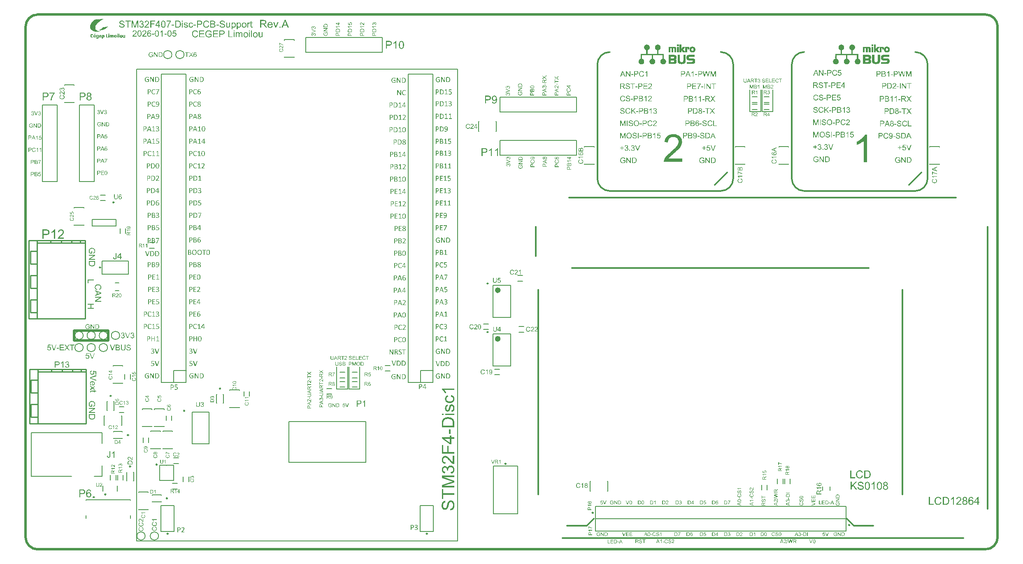
<source format=gto>
G04*
G04 #@! TF.GenerationSoftware,Altium Limited,Altium Designer,25.5.2 (35)*
G04*
G04 Layer_Color=65535*
%FSLAX43Y43*%
%MOMM*%
G71*
G04*
G04 #@! TF.SameCoordinates,737B1F3F-4E3A-4C0A-B37F-581FB9ED70DE*
G04*
G04*
G04 #@! TF.FilePolarity,Positive*
G04*
G01*
G75*
%ADD10C,0.305*%
%ADD11C,0.203*%
%ADD12C,0.250*%
%ADD13C,0.200*%
%ADD14C,0.600*%
%ADD15C,0.011*%
%ADD16C,0.150*%
%ADD17C,0.127*%
%ADD18C,0.500*%
%ADD19C,0.300*%
G36*
X16926Y107470D02*
X16887D01*
Y107431D01*
X16848D01*
Y107391D01*
X16809D01*
Y107352D01*
X16770D01*
Y107313D01*
X16730D01*
Y107274D01*
X16691D01*
Y107235D01*
X16613D01*
Y107195D01*
X16574D01*
Y107156D01*
X16534D01*
Y107117D01*
X16456D01*
Y107078D01*
X16417D01*
Y107039D01*
X16338D01*
Y106999D01*
X16260D01*
Y106960D01*
X16181D01*
Y106921D01*
X16103D01*
Y106882D01*
X16025D01*
Y106842D01*
X15907D01*
Y106803D01*
X15750D01*
Y106764D01*
X15476D01*
Y106725D01*
X15240D01*
Y106764D01*
X15123D01*
Y106803D01*
X15201D01*
Y106842D01*
X15279D01*
Y106882D01*
X15358D01*
Y106921D01*
X15436D01*
Y106960D01*
X15476D01*
Y106999D01*
X15554D01*
Y107039D01*
X15593D01*
Y107078D01*
X15672D01*
Y107117D01*
X15711D01*
Y107156D01*
X15750D01*
Y107195D01*
X15789D01*
Y107235D01*
X15828D01*
Y107274D01*
X15868D01*
Y107313D01*
X15907D01*
Y107352D01*
X15946D01*
Y107391D01*
X16103D01*
Y107431D01*
X16377D01*
Y107470D01*
X16613D01*
Y107509D01*
X16848D01*
Y107548D01*
X16926D01*
Y107470D01*
D02*
G37*
G36*
X16103Y109078D02*
X16025D01*
Y109039D01*
X15946D01*
Y108999D01*
X15868D01*
Y108960D01*
X15828D01*
Y108921D01*
X15750D01*
Y108882D01*
X15672D01*
Y108842D01*
X15632D01*
Y108803D01*
X15554D01*
Y108764D01*
X15515D01*
Y108725D01*
X15436D01*
Y108686D01*
X15358D01*
Y108646D01*
X15319D01*
Y108607D01*
X15279D01*
Y108568D01*
X15201D01*
Y108529D01*
X15162D01*
Y108490D01*
X15123D01*
Y108450D01*
X15083D01*
Y108411D01*
X15005D01*
Y108372D01*
X14966D01*
Y108333D01*
X14926D01*
Y108293D01*
X14887D01*
Y108254D01*
X14848D01*
Y108215D01*
X14809D01*
Y108176D01*
X14770D01*
Y108137D01*
X14730D01*
Y108097D01*
X14691D01*
Y108058D01*
X14652D01*
Y108019D01*
X14613D01*
Y107941D01*
X14574D01*
Y107901D01*
X14534D01*
Y107823D01*
X14495D01*
Y107744D01*
X14456D01*
Y107705D01*
X14417D01*
Y107588D01*
X14377D01*
Y107431D01*
X14338D01*
Y107156D01*
X14377D01*
Y107039D01*
X14417D01*
Y106921D01*
X14456D01*
Y106882D01*
X14495D01*
Y106842D01*
X14534D01*
Y106803D01*
X14574D01*
Y106764D01*
X14613D01*
Y106725D01*
X14652D01*
Y106686D01*
X14730D01*
Y106646D01*
X14848D01*
Y106607D01*
X14966D01*
Y106568D01*
X15201D01*
Y106529D01*
X15240D01*
Y106490D01*
X14966D01*
Y106450D01*
X14417D01*
Y106490D01*
X14181D01*
Y106529D01*
X14064D01*
Y106568D01*
X13946D01*
Y106607D01*
X13868D01*
Y106646D01*
X13789D01*
Y106686D01*
X13711D01*
Y106725D01*
X13672D01*
Y106764D01*
X13593D01*
Y106803D01*
X13554D01*
Y106842D01*
X13515D01*
Y106882D01*
X13476D01*
Y106960D01*
X13436D01*
Y106999D01*
X13397D01*
Y107078D01*
X13358D01*
Y107156D01*
X13319D01*
Y107274D01*
X13279D01*
Y107666D01*
X13319D01*
Y107823D01*
X13358D01*
Y107941D01*
X13397D01*
Y108019D01*
X13436D01*
Y108097D01*
X13476D01*
Y108176D01*
X13515D01*
Y108215D01*
X13554D01*
Y108293D01*
X13593D01*
Y108333D01*
X13632D01*
Y108372D01*
X13672D01*
Y108450D01*
X13711D01*
Y108490D01*
X13750D01*
Y108529D01*
X13789D01*
Y108568D01*
X13828D01*
Y108607D01*
X13868D01*
Y108646D01*
X13907D01*
Y108686D01*
X13946D01*
Y108725D01*
X14025D01*
Y108764D01*
X14064D01*
Y108803D01*
X14103D01*
Y108842D01*
X14142D01*
Y108882D01*
X14181D01*
Y108921D01*
X14338D01*
Y108960D01*
X14691D01*
Y108999D01*
X15005D01*
Y109039D01*
X15358D01*
Y109078D01*
X15672D01*
Y109117D01*
X16103D01*
Y109078D01*
D02*
G37*
G36*
X14338Y105980D02*
X14299D01*
Y105901D01*
X14260D01*
Y105862D01*
X14142D01*
Y105941D01*
X14181D01*
Y106019D01*
X14338D01*
Y105980D01*
D02*
G37*
G36*
X16142Y105744D02*
X16181D01*
Y105666D01*
X16221D01*
Y105548D01*
Y105509D01*
Y105352D01*
X16181D01*
Y105274D01*
X16103D01*
Y105235D01*
X15946D01*
Y105274D01*
X15868D01*
Y104999D01*
X15711D01*
Y105117D01*
X15672D01*
Y105156D01*
X15711D01*
Y105195D01*
X15672D01*
Y105274D01*
X15711D01*
Y105313D01*
X15672D01*
Y105352D01*
X15711D01*
Y105391D01*
X15672D01*
Y105470D01*
X15711D01*
Y105588D01*
X15672D01*
Y105627D01*
X15711D01*
Y105666D01*
X15672D01*
Y105705D01*
X15711D01*
Y105744D01*
X15672D01*
Y105784D01*
X15868D01*
Y105744D01*
X15907D01*
Y105784D01*
X16142D01*
Y105744D01*
D02*
G37*
G36*
X15044Y105156D02*
X15005D01*
Y105078D01*
X14966D01*
Y105039D01*
X14848D01*
Y104999D01*
X14652D01*
Y105039D01*
X14534D01*
Y105195D01*
X14574D01*
Y105156D01*
X14848D01*
Y105195D01*
Y105235D01*
X14887D01*
Y105313D01*
X14848D01*
Y105274D01*
X14809D01*
Y105235D01*
X14652D01*
Y105274D01*
X14574D01*
Y105352D01*
X14534D01*
Y105705D01*
X14574D01*
Y105744D01*
X14613D01*
Y105784D01*
X14809D01*
Y105744D01*
X14887D01*
Y105784D01*
X15044D01*
Y105156D01*
D02*
G37*
G36*
X16770Y105391D02*
X17005D01*
Y105235D01*
X16574D01*
Y105980D01*
X16770D01*
Y105391D01*
D02*
G37*
G36*
X15515Y105744D02*
X15554D01*
Y105705D01*
X15593D01*
Y105627D01*
X15632D01*
Y105588D01*
Y105548D01*
Y105470D01*
X15319D01*
Y105391D01*
X15358D01*
Y105352D01*
X15554D01*
Y105391D01*
X15593D01*
Y105235D01*
X15279D01*
Y105274D01*
X15201D01*
Y105313D01*
X15162D01*
Y105391D01*
X15123D01*
Y105627D01*
X15162D01*
Y105705D01*
X15201D01*
Y105744D01*
X15240D01*
Y105784D01*
X15515D01*
Y105744D01*
D02*
G37*
G36*
X14338D02*
X14377D01*
Y105705D01*
X14417D01*
Y105666D01*
X14456D01*
Y105470D01*
X14142D01*
Y105391D01*
X14181D01*
Y105352D01*
X14417D01*
Y105391D01*
X14456D01*
Y105274D01*
X14417D01*
Y105235D01*
X14103D01*
Y105274D01*
X14025D01*
Y105352D01*
X13985D01*
Y105431D01*
X13946D01*
Y105588D01*
X13985D01*
Y105705D01*
X14025D01*
Y105744D01*
X14103D01*
Y105784D01*
X14338D01*
Y105744D01*
D02*
G37*
G36*
X13907Y105823D02*
X13632D01*
Y105784D01*
X13593D01*
Y105666D01*
X13554D01*
Y105548D01*
X13593D01*
Y105470D01*
X13632D01*
Y105391D01*
X13868D01*
Y105431D01*
X13907D01*
Y105274D01*
Y105235D01*
X13593D01*
Y105274D01*
X13515D01*
Y105313D01*
X13476D01*
Y105352D01*
X13436D01*
Y105391D01*
X13397D01*
Y105509D01*
X13358D01*
Y105744D01*
X13397D01*
Y105862D01*
X13436D01*
Y105901D01*
X13476D01*
Y105941D01*
X13554D01*
Y105980D01*
X13907D01*
Y105823D01*
D02*
G37*
G36*
X19044Y105980D02*
Y105941D01*
Y105862D01*
X18848D01*
Y106019D01*
X19044D01*
Y105980D01*
D02*
G37*
G36*
X17240Y105862D02*
X17044D01*
Y106019D01*
X17240D01*
Y105862D01*
D02*
G37*
G36*
X18103Y105744D02*
Y105705D01*
X18142D01*
Y105235D01*
X17946D01*
Y105627D01*
X17828D01*
Y105235D01*
X17632D01*
Y105627D01*
X17554D01*
Y105588D01*
X17515D01*
Y105235D01*
X17319D01*
Y105784D01*
X17515D01*
Y105744D01*
X17554D01*
Y105784D01*
X17789D01*
Y105744D01*
X17868D01*
Y105784D01*
X18103D01*
Y105744D01*
D02*
G37*
G36*
X20489Y105230D02*
X20332D01*
Y105270D01*
X20253D01*
Y105230D01*
X20057D01*
Y105270D01*
X20018D01*
Y105348D01*
X19979D01*
Y105779D01*
X20175D01*
Y105387D01*
X20292D01*
Y105779D01*
X20489D01*
Y105230D01*
D02*
G37*
G36*
X19319Y105235D02*
X19123D01*
Y105470D01*
Y105509D01*
Y106019D01*
X19319D01*
Y105235D01*
D02*
G37*
G36*
X19044Y105627D02*
X19005D01*
Y105588D01*
X19044D01*
Y105235D01*
X18848D01*
Y105784D01*
X19044D01*
Y105627D01*
D02*
G37*
G36*
X18652Y105744D02*
X18691D01*
Y105705D01*
X18730D01*
Y105627D01*
X18770D01*
Y105431D01*
X18730D01*
Y105352D01*
X18691D01*
Y105274D01*
X18613D01*
Y105235D01*
X18377D01*
Y105274D01*
X18299D01*
Y105313D01*
X18260D01*
Y105391D01*
X18221D01*
Y105666D01*
X18260D01*
Y105705D01*
X18299D01*
Y105744D01*
X18338D01*
Y105784D01*
X18652D01*
Y105744D01*
D02*
G37*
G36*
X17240Y105235D02*
X17044D01*
Y105274D01*
Y105313D01*
Y105784D01*
X17240D01*
Y105235D01*
D02*
G37*
G36*
X19822Y105740D02*
X19861D01*
Y105701D01*
X19900D01*
Y105583D01*
X19939D01*
Y105426D01*
X19900D01*
Y105348D01*
X19861D01*
Y105270D01*
X19783D01*
Y105230D01*
X19547D01*
Y105270D01*
X19469D01*
Y105309D01*
X19430D01*
Y105348D01*
X19390D01*
Y105662D01*
X19430D01*
Y105740D01*
X19508D01*
Y105779D01*
X19822D01*
Y105740D01*
D02*
G37*
G36*
X13687Y61998D02*
X13704D01*
X13724Y61996D01*
X13744Y61993D01*
X13768Y61991D01*
X13794Y61985D01*
X13822Y61981D01*
X13881Y61967D01*
X13942Y61948D01*
X14004Y61922D01*
X14005Y61920D01*
X14011Y61919D01*
X14018Y61915D01*
X14030Y61907D01*
X14044Y61900D01*
X14059Y61891D01*
X14094Y61865D01*
X14135Y61833D01*
X14174Y61794D01*
X14213Y61750D01*
X14229Y61724D01*
X14246Y61698D01*
X14248Y61696D01*
X14250Y61691D01*
X14254Y61683D01*
X14259Y61672D01*
X14265Y61657D01*
X14272Y61641D01*
X14280Y61622D01*
X14287Y61600D01*
X14294Y61576D01*
X14300Y61550D01*
X14307Y61522D01*
X14313Y61493D01*
X14322Y61428D01*
X14326Y61395D01*
Y61335D01*
X14324Y61324D01*
Y61309D01*
X14320Y61274D01*
X14315Y61235D01*
X14305Y61195D01*
X14294Y61150D01*
X14280Y61107D01*
Y61106D01*
X14278Y61102D01*
X14276Y61096D01*
X14272Y61089D01*
X14261Y61069D01*
X14248Y61043D01*
X14229Y61015D01*
X14207Y60985D01*
X14183Y60958D01*
X14154Y60932D01*
X14150Y60928D01*
X14139Y60920D01*
X14122Y60909D01*
X14098Y60895D01*
X14068Y60880D01*
X14031Y60863D01*
X13991Y60846D01*
X13944Y60833D01*
X13904Y60987D01*
X13905D01*
X13907Y60989D01*
X13913Y60991D01*
X13920Y60993D01*
X13937Y60998D01*
X13959Y61006D01*
X13985Y61017D01*
X14009Y61030D01*
X14035Y61043D01*
X14057Y61059D01*
X14059Y61061D01*
X14067Y61067D01*
X14076Y61078D01*
X14089Y61091D01*
X14104Y61107D01*
X14118Y61130D01*
X14133Y61154D01*
X14146Y61182D01*
X14148Y61185D01*
X14152Y61195D01*
X14157Y61211D01*
X14165Y61233D01*
X14170Y61259D01*
X14176Y61289D01*
X14180Y61322D01*
X14181Y61357D01*
Y61378D01*
X14180Y61387D01*
Y61398D01*
X14178Y61426D01*
X14172Y61457D01*
X14167Y61493D01*
X14157Y61526D01*
X14144Y61559D01*
X14142Y61563D01*
X14139Y61574D01*
X14130Y61589D01*
X14120Y61607D01*
X14105Y61630D01*
X14091Y61654D01*
X14072Y61676D01*
X14052Y61696D01*
X14050Y61698D01*
X14042Y61706D01*
X14030Y61715D01*
X14015Y61726D01*
X13996Y61739D01*
X13974Y61752D01*
X13950Y61765D01*
X13924Y61778D01*
X13922D01*
X13918Y61780D01*
X13913Y61782D01*
X13904Y61785D01*
X13892Y61789D01*
X13880Y61793D01*
X13865Y61798D01*
X13848Y61802D01*
X13809Y61811D01*
X13765Y61819D01*
X13718Y61824D01*
X13667Y61826D01*
X13665D01*
X13659D01*
X13650D01*
X13639Y61824D01*
X13624D01*
X13605Y61822D01*
X13587Y61820D01*
X13567Y61819D01*
X13520Y61811D01*
X13472Y61802D01*
X13424Y61787D01*
X13378Y61769D01*
X13376D01*
X13372Y61765D01*
X13367Y61763D01*
X13359Y61757D01*
X13339Y61744D01*
X13313Y61724D01*
X13285Y61700D01*
X13257Y61670D01*
X13231Y61635D01*
X13207Y61596D01*
Y61594D01*
X13206Y61591D01*
X13202Y61585D01*
X13198Y61576D01*
X13194Y61567D01*
X13191Y61554D01*
X13180Y61524D01*
X13170Y61487D01*
X13161Y61446D01*
X13154Y61402D01*
X13152Y61356D01*
Y61337D01*
X13154Y61326D01*
Y61315D01*
X13157Y61287D01*
X13161Y61254D01*
X13168Y61219D01*
X13180Y61180D01*
X13193Y61141D01*
Y61139D01*
X13194Y61135D01*
X13196Y61132D01*
X13200Y61124D01*
X13209Y61104D01*
X13220Y61082D01*
X13233Y61056D01*
X13248Y61028D01*
X13265Y61002D01*
X13283Y60980D01*
X13524D01*
Y61357D01*
X13676D01*
Y60813D01*
X13200D01*
X13198Y60815D01*
X13196Y60819D01*
X13191Y60826D01*
X13183Y60835D01*
X13176Y60846D01*
X13167Y60859D01*
X13156Y60876D01*
X13144Y60893D01*
X13120Y60932D01*
X13094Y60976D01*
X13070Y61022D01*
X13050Y61072D01*
Y61074D01*
X13048Y61078D01*
X13046Y61085D01*
X13043Y61095D01*
X13039Y61107D01*
X13033Y61122D01*
X13030Y61139D01*
X13026Y61156D01*
X13017Y61196D01*
X13007Y61243D01*
X13002Y61293D01*
X13000Y61345D01*
Y61363D01*
X13002Y61376D01*
Y61393D01*
X13004Y61413D01*
X13007Y61435D01*
X13009Y61459D01*
X13020Y61513D01*
X13033Y61570D01*
X13054Y61630D01*
X13065Y61659D01*
X13080Y61689D01*
X13081Y61691D01*
X13083Y61696D01*
X13089Y61704D01*
X13094Y61715D01*
X13104Y61728D01*
X13113Y61741D01*
X13139Y61776D01*
X13172Y61813D01*
X13213Y61852D01*
X13259Y61889D01*
X13313Y61922D01*
X13315D01*
X13320Y61926D01*
X13328Y61930D01*
X13341Y61935D01*
X13354Y61941D01*
X13372Y61946D01*
X13391Y61954D01*
X13413Y61961D01*
X13437Y61969D01*
X13465Y61976D01*
X13493Y61981D01*
X13522Y61987D01*
X13587Y61996D01*
X13655Y62000D01*
X13657D01*
X13665D01*
X13674D01*
X13687Y61998D01*
D02*
G37*
G36*
X14304Y60391D02*
X13296Y59719D01*
X14304D01*
Y59556D01*
X13022D01*
Y59732D01*
X14028Y60402D01*
X13022D01*
Y60565D01*
X14304D01*
Y60391D01*
D02*
G37*
G36*
Y58778D02*
X14302Y58745D01*
X14300Y58708D01*
X14296Y58671D01*
X14291Y58634D01*
X14285Y58602D01*
Y58600D01*
X14283Y58597D01*
Y58591D01*
X14280Y58584D01*
X14274Y58563D01*
X14265Y58537D01*
X14252Y58508D01*
X14235Y58476D01*
X14217Y58445D01*
X14192Y58415D01*
X14191Y58413D01*
X14189Y58411D01*
X14183Y58406D01*
X14178Y58399D01*
X14159Y58380D01*
X14133Y58358D01*
X14102Y58334D01*
X14065Y58308D01*
X14022Y58284D01*
X13974Y58263D01*
X13972D01*
X13968Y58262D01*
X13961Y58258D01*
X13950Y58256D01*
X13937Y58250D01*
X13922Y58247D01*
X13905Y58243D01*
X13885Y58237D01*
X13865Y58232D01*
X13841Y58228D01*
X13789Y58219D01*
X13731Y58213D01*
X13668Y58211D01*
X13667D01*
X13663D01*
X13654D01*
X13644D01*
X13631Y58213D01*
X13617D01*
X13581Y58215D01*
X13541Y58221D01*
X13498Y58226D01*
X13454Y58236D01*
X13409Y58247D01*
X13407D01*
X13404Y58249D01*
X13398Y58250D01*
X13391Y58252D01*
X13370Y58260D01*
X13344Y58271D01*
X13315Y58282D01*
X13285Y58297D01*
X13254Y58315D01*
X13224Y58334D01*
X13220Y58336D01*
X13211Y58343D01*
X13198Y58354D01*
X13181Y58369D01*
X13163Y58386D01*
X13144Y58406D01*
X13124Y58426D01*
X13107Y58450D01*
X13106Y58454D01*
X13100Y58461D01*
X13093Y58474D01*
X13083Y58493D01*
X13072Y58515D01*
X13063Y58541D01*
X13052Y58571D01*
X13043Y58604D01*
Y58608D01*
X13041Y58613D01*
X13039Y58619D01*
X13037Y58637D01*
X13033Y58663D01*
X13030Y58693D01*
X13026Y58728D01*
X13024Y58767D01*
X13022Y58810D01*
Y59271D01*
X14304D01*
Y58778D01*
D02*
G37*
G36*
X14031Y55330D02*
X12902D01*
Y54698D01*
X12750D01*
Y55500D01*
X14031D01*
Y55330D01*
D02*
G37*
G36*
X14031Y50330D02*
X13505D01*
Y49667D01*
X14031D01*
Y49496D01*
X12750D01*
Y49667D01*
X13354D01*
Y50330D01*
X12750D01*
Y50500D01*
X14031D01*
Y50330D01*
D02*
G37*
G36*
X14955Y54498D02*
X14974D01*
X14993Y54496D01*
X15017Y54494D01*
X15041Y54491D01*
X15094Y54481D01*
X15154Y54469D01*
X15213Y54450D01*
X15270Y54424D01*
X15272Y54422D01*
X15278Y54420D01*
X15285Y54417D01*
X15294Y54409D01*
X15307Y54402D01*
X15322Y54393D01*
X15355Y54369D01*
X15392Y54337D01*
X15430Y54300D01*
X15467Y54257D01*
X15498Y54207D01*
X15500Y54206D01*
X15502Y54200D01*
X15505Y54193D01*
X15511Y54183D01*
X15517Y54169D01*
X15522Y54154D01*
X15530Y54135D01*
X15537Y54115D01*
X15544Y54093D01*
X15552Y54069D01*
X15563Y54017D01*
X15572Y53957D01*
X15576Y53896D01*
Y53878D01*
X15574Y53865D01*
X15572Y53848D01*
X15570Y53828D01*
X15568Y53807D01*
X15563Y53783D01*
X15552Y53733D01*
X15535Y53678D01*
X15524Y53650D01*
X15511Y53624D01*
X15494Y53598D01*
X15478Y53572D01*
X15476Y53570D01*
X15474Y53567D01*
X15468Y53559D01*
X15459Y53550D01*
X15450Y53541D01*
X15437Y53528D01*
X15422Y53515D01*
X15407Y53500D01*
X15389Y53485D01*
X15367Y53470D01*
X15344Y53454D01*
X15320Y53439D01*
X15292Y53426D01*
X15265Y53411D01*
X15235Y53400D01*
X15202Y53389D01*
X15163Y53556D01*
X15165D01*
X15168Y53558D01*
X15176Y53561D01*
X15185Y53565D01*
X15196Y53569D01*
X15211Y53574D01*
X15241Y53589D01*
X15274Y53607D01*
X15307Y53630D01*
X15339Y53657D01*
X15367Y53687D01*
X15370Y53691D01*
X15378Y53702D01*
X15387Y53720D01*
X15400Y53745D01*
X15411Y53776D01*
X15422Y53811D01*
X15430Y53854D01*
X15431Y53900D01*
Y53915D01*
X15430Y53924D01*
Y53937D01*
X15428Y53952D01*
X15422Y53987D01*
X15415Y54026D01*
X15402Y54067D01*
X15383Y54109D01*
X15359Y54148D01*
Y54150D01*
X15355Y54152D01*
X15346Y54165D01*
X15331Y54182D01*
X15309Y54202D01*
X15281Y54226D01*
X15250Y54248D01*
X15211Y54269D01*
X15168Y54287D01*
X15167D01*
X15163Y54289D01*
X15157Y54291D01*
X15148Y54293D01*
X15137Y54296D01*
X15124Y54300D01*
X15092Y54306D01*
X15055Y54313D01*
X15015Y54320D01*
X14970Y54324D01*
X14922Y54326D01*
X14920D01*
X14915D01*
X14905D01*
X14894D01*
X14881Y54324D01*
X14865D01*
X14846Y54322D01*
X14826Y54320D01*
X14781Y54315D01*
X14733Y54306D01*
X14685Y54294D01*
X14637Y54280D01*
X14635D01*
X14631Y54278D01*
X14626Y54274D01*
X14617Y54270D01*
X14594Y54259D01*
X14568Y54243D01*
X14539Y54222D01*
X14507Y54196D01*
X14480Y54167D01*
X14454Y54132D01*
Y54130D01*
X14452Y54126D01*
X14448Y54120D01*
X14444Y54113D01*
X14441Y54104D01*
X14435Y54093D01*
X14424Y54067D01*
X14413Y54033D01*
X14404Y53996D01*
X14396Y53956D01*
X14394Y53913D01*
Y53900D01*
X14396Y53889D01*
Y53876D01*
X14398Y53863D01*
X14406Y53830D01*
X14415Y53791D01*
X14430Y53752D01*
X14450Y53711D01*
X14461Y53691D01*
X14476Y53672D01*
X14478Y53670D01*
X14480Y53669D01*
X14485Y53663D01*
X14491Y53656D01*
X14500Y53648D01*
X14511Y53639D01*
X14522Y53628D01*
X14537Y53619D01*
X14554Y53607D01*
X14572Y53595D01*
X14591Y53583D01*
X14613Y53572D01*
X14637Y53563D01*
X14663Y53554D01*
X14691Y53545D01*
X14720Y53537D01*
X14678Y53367D01*
X14676D01*
X14668Y53369D01*
X14657Y53372D01*
X14643Y53378D01*
X14626Y53383D01*
X14606Y53391D01*
X14583Y53400D01*
X14559Y53411D01*
X14507Y53437D01*
X14456Y53470D01*
X14430Y53491D01*
X14404Y53511D01*
X14381Y53533D01*
X14359Y53559D01*
X14357Y53561D01*
X14354Y53565D01*
X14350Y53574D01*
X14343Y53583D01*
X14333Y53598D01*
X14324Y53613D01*
X14315Y53633D01*
X14306Y53654D01*
X14294Y53678D01*
X14285Y53704D01*
X14276Y53732D01*
X14267Y53761D01*
X14259Y53793D01*
X14256Y53826D01*
X14252Y53861D01*
X14250Y53898D01*
Y53919D01*
X14252Y53933D01*
Y53950D01*
X14254Y53970D01*
X14257Y53993D01*
X14261Y54019D01*
X14270Y54072D01*
X14285Y54128D01*
X14306Y54183D01*
X14319Y54209D01*
X14333Y54235D01*
X14335Y54237D01*
X14337Y54241D01*
X14343Y54248D01*
X14350Y54256D01*
X14357Y54267D01*
X14369Y54280D01*
X14381Y54294D01*
X14396Y54309D01*
X14413Y54324D01*
X14430Y54341D01*
X14472Y54374D01*
X14522Y54406D01*
X14578Y54433D01*
X14580D01*
X14585Y54437D01*
X14594Y54439D01*
X14606Y54444D01*
X14620Y54448D01*
X14639Y54454D01*
X14659Y54461D01*
X14681Y54467D01*
X14706Y54472D01*
X14733Y54480D01*
X14791Y54489D01*
X14855Y54496D01*
X14922Y54500D01*
X14924D01*
X14931D01*
X14943D01*
X14955Y54498D01*
D02*
G37*
G36*
X15554Y52809D02*
Y52624D01*
X14272Y52100D01*
Y52293D01*
X14661Y52443D01*
Y52980D01*
X14272Y53119D01*
Y53298D01*
X15554Y52809D01*
D02*
G37*
G36*
Y51791D02*
X14546Y51119D01*
X15554D01*
Y50956D01*
X14272D01*
Y51132D01*
X15278Y51802D01*
X14272D01*
Y51965D01*
X15554D01*
Y51791D01*
D02*
G37*
G36*
X139243Y85681D02*
X139255D01*
X139286Y85678D01*
X139320Y85673D01*
X139357Y85664D01*
X139396Y85655D01*
X139432Y85641D01*
X139434D01*
X139437Y85640D01*
X139442Y85636D01*
X139449Y85633D01*
X139465Y85625D01*
X139487Y85610D01*
X139511Y85594D01*
X139536Y85572D01*
X139559Y85548D01*
X139581Y85520D01*
Y85518D01*
X139582Y85516D01*
X139585Y85511D01*
X139589Y85506D01*
X139597Y85490D01*
X139607Y85469D01*
X139618Y85442D01*
X139627Y85411D01*
X139635Y85378D01*
X139638Y85342D01*
X139493Y85330D01*
Y85332D01*
Y85335D01*
X139492Y85340D01*
X139490Y85348D01*
X139485Y85367D01*
X139478Y85391D01*
X139469Y85418D01*
X139454Y85444D01*
X139436Y85469D01*
X139413Y85492D01*
X139409Y85493D01*
X139401Y85500D01*
X139385Y85510D01*
X139363Y85520D01*
X139335Y85529D01*
X139302Y85539D01*
X139261Y85546D01*
X139215Y85548D01*
X139192D01*
X139182Y85546D01*
X139169Y85544D01*
X139139Y85541D01*
X139106Y85534D01*
X139074Y85526D01*
X139042Y85513D01*
X139029Y85505D01*
X139016Y85497D01*
X139013Y85495D01*
X139006Y85488D01*
X138996Y85477D01*
X138986Y85464D01*
X138975Y85446D01*
X138965Y85426D01*
X138958Y85403D01*
X138955Y85376D01*
Y85373D01*
Y85367D01*
X138957Y85355D01*
X138960Y85342D01*
X138965Y85325D01*
X138973Y85309D01*
X138983Y85292D01*
X138998Y85276D01*
X138999Y85274D01*
X139008Y85269D01*
X139014Y85264D01*
X139021Y85261D01*
X139031Y85256D01*
X139042Y85250D01*
X139057Y85245D01*
X139074Y85238D01*
X139092Y85232D01*
X139113Y85223D01*
X139136Y85217D01*
X139162Y85209D01*
X139192Y85202D01*
X139225Y85194D01*
X139227D01*
X139233Y85192D01*
X139243Y85190D01*
X139255Y85187D01*
X139269Y85184D01*
X139288Y85179D01*
X139306Y85174D01*
X139325Y85169D01*
X139368Y85158D01*
X139409Y85146D01*
X139429Y85139D01*
X139447Y85133D01*
X139464Y85128D01*
X139477Y85121D01*
X139478D01*
X139482Y85120D01*
X139487Y85116D01*
X139493Y85113D01*
X139511Y85103D01*
X139533Y85090D01*
X139557Y85072D01*
X139582Y85052D01*
X139605Y85029D01*
X139625Y85004D01*
X139627Y85001D01*
X139633Y84993D01*
X139640Y84978D01*
X139650Y84958D01*
X139658Y84935D01*
X139666Y84907D01*
X139671Y84876D01*
X139673Y84843D01*
Y84841D01*
Y84840D01*
Y84835D01*
Y84828D01*
X139669Y84810D01*
X139666Y84787D01*
X139660Y84761D01*
X139651Y84733D01*
X139638Y84703D01*
X139620Y84672D01*
Y84670D01*
X139618Y84669D01*
X139610Y84659D01*
X139599Y84644D01*
X139582Y84628D01*
X139561Y84608D01*
X139534Y84586D01*
X139505Y84567D01*
X139470Y84549D01*
X139469D01*
X139465Y84547D01*
X139460Y84545D01*
X139454Y84542D01*
X139444Y84539D01*
X139432Y84534D01*
X139406Y84527D01*
X139375Y84519D01*
X139337Y84511D01*
X139296Y84506D01*
X139251Y84504D01*
X139225D01*
X139212Y84506D01*
X139197D01*
X139181Y84507D01*
X139161Y84509D01*
X139120Y84516D01*
X139077Y84522D01*
X139034Y84534D01*
X138993Y84549D01*
X138991D01*
X138988Y84550D01*
X138983Y84553D01*
X138976Y84557D01*
X138957Y84567D01*
X138934Y84581D01*
X138907Y84601D01*
X138879Y84624D01*
X138853Y84652D01*
X138828Y84683D01*
Y84685D01*
X138825Y84688D01*
X138823Y84693D01*
X138818Y84700D01*
X138815Y84708D01*
X138810Y84718D01*
X138799Y84743D01*
X138787Y84774D01*
X138777Y84809D01*
X138771Y84848D01*
X138767Y84889D01*
X138909Y84902D01*
Y84901D01*
Y84899D01*
X138911Y84894D01*
Y84888D01*
X138914Y84873D01*
X138919Y84851D01*
X138925Y84830D01*
X138932Y84805D01*
X138944Y84782D01*
X138955Y84761D01*
X138957Y84759D01*
X138962Y84753D01*
X138970Y84741D01*
X138983Y84730D01*
X138999Y84715D01*
X139018Y84700D01*
X139042Y84685D01*
X139069Y84672D01*
X139070D01*
X139072Y84670D01*
X139077Y84669D01*
X139082Y84667D01*
X139098Y84662D01*
X139120Y84655D01*
X139146Y84649D01*
X139176Y84644D01*
X139209Y84641D01*
X139245Y84639D01*
X139260D01*
X139276Y84641D01*
X139296Y84642D01*
X139319Y84646D01*
X139345Y84649D01*
X139371Y84655D01*
X139396Y84664D01*
X139399Y84665D01*
X139408Y84669D01*
X139419Y84675D01*
X139434Y84682D01*
X139449Y84693D01*
X139465Y84705D01*
X139482Y84718D01*
X139495Y84734D01*
X139497Y84736D01*
X139500Y84743D01*
X139505Y84751D01*
X139511Y84764D01*
X139518Y84777D01*
X139523Y84794D01*
X139526Y84812D01*
X139528Y84832D01*
Y84833D01*
Y84841D01*
X139526Y84851D01*
X139525Y84865D01*
X139520Y84878D01*
X139515Y84894D01*
X139506Y84911D01*
X139495Y84925D01*
X139493Y84927D01*
X139488Y84932D01*
X139482Y84939D01*
X139470Y84948D01*
X139457Y84958D01*
X139439Y84970D01*
X139418Y84981D01*
X139393Y84991D01*
X139391Y84993D01*
X139383Y84995D01*
X139370Y84999D01*
X139362Y85001D01*
X139350Y85004D01*
X139339Y85009D01*
X139324Y85013D01*
X139307Y85018D01*
X139288Y85023D01*
X139268Y85027D01*
X139245Y85034D01*
X139218Y85041D01*
X139190Y85047D01*
X139189D01*
X139184Y85049D01*
X139176Y85051D01*
X139166Y85054D01*
X139153Y85057D01*
X139138Y85060D01*
X139105Y85070D01*
X139069Y85082D01*
X139031Y85093D01*
X138998Y85105D01*
X138983Y85111D01*
X138970Y85118D01*
X138968D01*
X138967Y85120D01*
X138957Y85126D01*
X138942Y85134D01*
X138925Y85148D01*
X138906Y85162D01*
X138886Y85181D01*
X138866Y85202D01*
X138850Y85225D01*
X138848Y85228D01*
X138843Y85237D01*
X138837Y85250D01*
X138830Y85266D01*
X138823Y85288D01*
X138817Y85312D01*
X138812Y85339D01*
X138810Y85367D01*
Y85368D01*
Y85370D01*
Y85375D01*
Y85381D01*
X138814Y85398D01*
X138817Y85419D01*
X138822Y85444D01*
X138830Y85472D01*
X138841Y85500D01*
X138858Y85528D01*
Y85529D01*
X138860Y85531D01*
X138868Y85541D01*
X138879Y85554D01*
X138894Y85571D01*
X138914Y85589D01*
X138939Y85608D01*
X138968Y85627D01*
X139001Y85643D01*
X139003D01*
X139006Y85645D01*
X139011Y85646D01*
X139018Y85650D01*
X139026Y85653D01*
X139037Y85656D01*
X139062Y85663D01*
X139093Y85669D01*
X139130Y85676D01*
X139167Y85681D01*
X139210Y85683D01*
X139232D01*
X139243Y85681D01*
D02*
G37*
G36*
X138647Y84866D02*
X138214D01*
Y85006D01*
X138647D01*
Y84866D01*
D02*
G37*
G36*
X137722Y85666D02*
X137730D01*
X137742Y85664D01*
X137770Y85660D01*
X137801Y85653D01*
X137836Y85641D01*
X137870Y85627D01*
X137905Y85607D01*
X137907D01*
X137908Y85604D01*
X137913Y85600D01*
X137920Y85595D01*
X137936Y85582D01*
X137958Y85564D01*
X137979Y85539D01*
X138004Y85510D01*
X138025Y85475D01*
X138045Y85436D01*
Y85434D01*
X138046Y85431D01*
X138050Y85424D01*
X138053Y85416D01*
X138056Y85404D01*
X138061Y85390D01*
X138065Y85373D01*
X138070Y85355D01*
X138074Y85334D01*
X138079Y85309D01*
X138083Y85283D01*
X138086Y85255D01*
X138089Y85223D01*
X138093Y85190D01*
X138094Y85154D01*
Y85116D01*
Y85115D01*
Y85106D01*
Y85095D01*
Y85080D01*
X138093Y85062D01*
Y85041D01*
X138091Y85016D01*
X138088Y84991D01*
X138083Y84935D01*
X138074Y84876D01*
X138063Y84820D01*
X138055Y84792D01*
X138046Y84767D01*
Y84766D01*
X138045Y84762D01*
X138042Y84756D01*
X138038Y84746D01*
X138033Y84736D01*
X138027Y84723D01*
X138010Y84695D01*
X137991Y84664D01*
X137967Y84631D01*
X137938Y84600D01*
X137905Y84572D01*
X137903D01*
X137900Y84568D01*
X137895Y84565D01*
X137888Y84562D01*
X137879Y84557D01*
X137869Y84550D01*
X137856Y84544D01*
X137842Y84539D01*
X137811Y84525D01*
X137773Y84514D01*
X137732Y84507D01*
X137686Y84504D01*
X137673D01*
X137665Y84506D01*
X137653D01*
X137640Y84507D01*
X137609Y84514D01*
X137574Y84522D01*
X137538Y84535D01*
X137502Y84553D01*
X137484Y84565D01*
X137467Y84578D01*
X137465Y84580D01*
X137464Y84581D01*
X137459Y84586D01*
X137454Y84591D01*
X137447Y84600D01*
X137439Y84609D01*
X137423Y84632D01*
X137406Y84662D01*
X137390Y84698D01*
X137377Y84739D01*
X137367Y84787D01*
X137502Y84799D01*
Y84797D01*
X137503Y84794D01*
Y84790D01*
X137505Y84784D01*
X137510Y84766D01*
X137517Y84746D01*
X137525Y84723D01*
X137536Y84700D01*
X137549Y84679D01*
X137566Y84660D01*
X137568Y84659D01*
X137574Y84654D01*
X137586Y84647D01*
X137599Y84641D01*
X137617Y84632D01*
X137638Y84626D01*
X137663Y84621D01*
X137689Y84619D01*
X137701D01*
X137712Y84621D01*
X137727Y84623D01*
X137745Y84626D01*
X137763Y84631D01*
X137783Y84637D01*
X137801Y84647D01*
X137803Y84649D01*
X137809Y84652D01*
X137819Y84659D01*
X137829Y84669D01*
X137842Y84680D01*
X137856Y84693D01*
X137869Y84708D01*
X137882Y84726D01*
X137884Y84728D01*
X137887Y84736D01*
X137893Y84748D01*
X137900Y84762D01*
X137908Y84782D01*
X137916Y84805D01*
X137925Y84832D01*
X137933Y84861D01*
Y84863D01*
X137935Y84865D01*
Y84869D01*
X137936Y84876D01*
X137940Y84893D01*
X137944Y84914D01*
X137948Y84940D01*
X137951Y84968D01*
X137953Y84999D01*
X137954Y85032D01*
Y85034D01*
Y85039D01*
Y85047D01*
Y85060D01*
X137953Y85057D01*
X137946Y85049D01*
X137936Y85037D01*
X137925Y85021D01*
X137908Y85004D01*
X137888Y84986D01*
X137865Y84968D01*
X137839Y84952D01*
X137836Y84950D01*
X137826Y84945D01*
X137811Y84939D01*
X137793Y84932D01*
X137768Y84924D01*
X137742Y84917D01*
X137712Y84912D01*
X137681Y84911D01*
X137668D01*
X137658Y84912D01*
X137645Y84914D01*
X137632Y84916D01*
X137615Y84919D01*
X137599Y84924D01*
X137561Y84935D01*
X137541Y84944D01*
X137521Y84953D01*
X137500Y84965D01*
X137480Y84980D01*
X137461Y84995D01*
X137442Y85013D01*
X137441Y85014D01*
X137438Y85018D01*
X137434Y85023D01*
X137428Y85031D01*
X137419Y85042D01*
X137411Y85054D01*
X137403Y85069D01*
X137395Y85085D01*
X137385Y85103D01*
X137377Y85123D01*
X137368Y85146D01*
X137360Y85169D01*
X137354Y85195D01*
X137350Y85223D01*
X137347Y85251D01*
X137345Y85283D01*
Y85284D01*
Y85291D01*
Y85299D01*
X137347Y85311D01*
X137349Y85325D01*
X137350Y85343D01*
X137354Y85362D01*
X137359Y85383D01*
X137370Y85426D01*
X137378Y85449D01*
X137388Y85474D01*
X137400Y85497D01*
X137414Y85518D01*
X137429Y85541D01*
X137447Y85561D01*
X137449Y85562D01*
X137452Y85566D01*
X137457Y85571D01*
X137465Y85577D01*
X137475Y85585D01*
X137489Y85595D01*
X137502Y85604D01*
X137518Y85615D01*
X137535Y85625D01*
X137554Y85633D01*
X137599Y85651D01*
X137622Y85658D01*
X137648Y85663D01*
X137675Y85666D01*
X137702Y85668D01*
X137714D01*
X137722Y85666D01*
D02*
G37*
G36*
X141969Y84524D02*
X141798D01*
X141664Y84869D01*
X141187D01*
X141063Y84524D01*
X140904D01*
X141338Y85663D01*
X141503D01*
X141969Y84524D01*
D02*
G37*
G36*
X140348Y85661D02*
X140380Y85660D01*
X140413Y85656D01*
X140446Y85651D01*
X140474Y85646D01*
X140476D01*
X140479Y85645D01*
X140484D01*
X140491Y85641D01*
X140509Y85636D01*
X140532Y85628D01*
X140558Y85617D01*
X140586Y85602D01*
X140614Y85585D01*
X140640Y85564D01*
X140642Y85562D01*
X140644Y85561D01*
X140649Y85556D01*
X140655Y85551D01*
X140672Y85534D01*
X140691Y85511D01*
X140713Y85483D01*
X140736Y85450D01*
X140757Y85413D01*
X140775Y85370D01*
Y85368D01*
X140777Y85365D01*
X140780Y85358D01*
X140782Y85348D01*
X140787Y85337D01*
X140790Y85324D01*
X140794Y85309D01*
X140798Y85291D01*
X140803Y85273D01*
X140807Y85251D01*
X140815Y85205D01*
X140820Y85154D01*
X140822Y85098D01*
Y85097D01*
Y85093D01*
Y85085D01*
Y85077D01*
X140820Y85065D01*
Y85052D01*
X140818Y85021D01*
X140813Y84985D01*
X140808Y84947D01*
X140800Y84907D01*
X140790Y84868D01*
Y84866D01*
X140789Y84863D01*
X140787Y84858D01*
X140785Y84851D01*
X140779Y84833D01*
X140769Y84810D01*
X140759Y84784D01*
X140746Y84758D01*
X140729Y84730D01*
X140713Y84703D01*
X140711Y84700D01*
X140705Y84692D01*
X140695Y84680D01*
X140682Y84665D01*
X140667Y84649D01*
X140649Y84632D01*
X140631Y84614D01*
X140609Y84600D01*
X140606Y84598D01*
X140599Y84593D01*
X140588Y84586D01*
X140571Y84578D01*
X140552Y84568D01*
X140529Y84560D01*
X140502Y84550D01*
X140473Y84542D01*
X140469D01*
X140464Y84540D01*
X140459Y84539D01*
X140443Y84537D01*
X140420Y84534D01*
X140394Y84530D01*
X140362Y84527D01*
X140328Y84525D01*
X140290Y84524D01*
X139880D01*
Y85663D01*
X140318D01*
X140348Y85661D01*
D02*
G37*
G36*
X136794D02*
X136807D01*
X136837Y85658D01*
X136870Y85655D01*
X136904Y85648D01*
X136939Y85640D01*
X136970Y85628D01*
X136972D01*
X136973Y85627D01*
X136983Y85622D01*
X136998Y85613D01*
X137015Y85602D01*
X137034Y85587D01*
X137056Y85569D01*
X137075Y85546D01*
X137094Y85521D01*
X137095Y85518D01*
X137100Y85508D01*
X137108Y85495D01*
X137117Y85475D01*
X137125Y85452D01*
X137133Y85427D01*
X137138Y85399D01*
X137140Y85371D01*
Y85368D01*
Y85360D01*
X137138Y85345D01*
X137135Y85327D01*
X137130Y85306D01*
X137121Y85283D01*
X137112Y85260D01*
X137098Y85235D01*
X137097Y85232D01*
X137092Y85225D01*
X137082Y85212D01*
X137069Y85199D01*
X137052Y85182D01*
X137033Y85164D01*
X137008Y85148D01*
X136980Y85131D01*
X136982D01*
X136985Y85130D01*
X136990Y85128D01*
X136996Y85125D01*
X137016Y85118D01*
X137039Y85106D01*
X137064Y85092D01*
X137092Y85074D01*
X137117Y85052D01*
X137140Y85026D01*
X137141Y85023D01*
X137148Y85013D01*
X137158Y84998D01*
X137168Y84978D01*
X137177Y84952D01*
X137187Y84924D01*
X137194Y84891D01*
X137196Y84855D01*
Y84853D01*
Y84851D01*
Y84841D01*
X137194Y84825D01*
X137191Y84805D01*
X137187Y84782D01*
X137181Y84758D01*
X137173Y84731D01*
X137161Y84705D01*
X137159Y84702D01*
X137154Y84693D01*
X137148Y84682D01*
X137138Y84665D01*
X137125Y84649D01*
X137112Y84631D01*
X137095Y84613D01*
X137077Y84598D01*
X137075Y84596D01*
X137069Y84591D01*
X137057Y84585D01*
X137042Y84578D01*
X137024Y84568D01*
X137003Y84558D01*
X136980Y84550D01*
X136952Y84542D01*
X136949D01*
X136939Y84539D01*
X136922Y84537D01*
X136901Y84534D01*
X136875Y84530D01*
X136843Y84527D01*
X136809Y84525D01*
X136769Y84524D01*
X136335D01*
Y85663D01*
X136782D01*
X136794Y85661D01*
D02*
G37*
G36*
X135772D02*
X135800Y85660D01*
X135829Y85658D01*
X135857Y85655D01*
X135882Y85651D01*
X135885D01*
X135897Y85648D01*
X135912Y85645D01*
X135931Y85640D01*
X135953Y85632D01*
X135976Y85622D01*
X136001Y85610D01*
X136022Y85597D01*
X136025Y85595D01*
X136032Y85590D01*
X136042Y85580D01*
X136055Y85569D01*
X136070Y85554D01*
X136085Y85534D01*
X136101Y85513D01*
X136114Y85488D01*
X136116Y85485D01*
X136119Y85477D01*
X136126Y85462D01*
X136132Y85442D01*
X136137Y85419D01*
X136144Y85393D01*
X136147Y85363D01*
X136149Y85332D01*
Y85330D01*
Y85325D01*
Y85319D01*
X136147Y85307D01*
X136145Y85296D01*
X136144Y85281D01*
X136141Y85264D01*
X136137Y85246D01*
X136126Y85209D01*
X136119Y85189D01*
X136109Y85167D01*
X136098Y85146D01*
X136086Y85126D01*
X136071Y85106D01*
X136055Y85087D01*
X136053Y85085D01*
X136050Y85082D01*
X136045Y85077D01*
X136037Y85072D01*
X136027Y85064D01*
X136014Y85055D01*
X135997Y85046D01*
X135979Y85037D01*
X135958Y85027D01*
X135933Y85018D01*
X135907Y85009D01*
X135876Y85003D01*
X135843Y84996D01*
X135806Y84991D01*
X135765Y84988D01*
X135722Y84986D01*
X135431D01*
Y84524D01*
X135280D01*
Y85663D01*
X135747D01*
X135772Y85661D01*
D02*
G37*
G36*
X123917Y95841D02*
X123929D01*
X123960Y95838D01*
X123995Y95833D01*
X124031Y95824D01*
X124070Y95815D01*
X124106Y95801D01*
X124108D01*
X124111Y95800D01*
X124116Y95796D01*
X124123Y95793D01*
X124139Y95785D01*
X124161Y95770D01*
X124185Y95754D01*
X124210Y95732D01*
X124233Y95708D01*
X124255Y95680D01*
Y95678D01*
X124256Y95676D01*
X124260Y95671D01*
X124263Y95666D01*
X124271Y95650D01*
X124281Y95629D01*
X124292Y95602D01*
X124301Y95571D01*
X124309Y95538D01*
X124312Y95502D01*
X124167Y95490D01*
Y95492D01*
Y95495D01*
X124166Y95500D01*
X124164Y95508D01*
X124159Y95527D01*
X124153Y95551D01*
X124143Y95578D01*
X124128Y95604D01*
X124110Y95629D01*
X124087Y95652D01*
X124083Y95653D01*
X124075Y95660D01*
X124059Y95670D01*
X124037Y95680D01*
X124009Y95690D01*
X123976Y95699D01*
X123935Y95706D01*
X123889Y95708D01*
X123866D01*
X123856Y95706D01*
X123843Y95704D01*
X123814Y95701D01*
X123781Y95694D01*
X123748Y95686D01*
X123716Y95673D01*
X123703Y95665D01*
X123690Y95657D01*
X123687Y95655D01*
X123680Y95648D01*
X123670Y95637D01*
X123660Y95624D01*
X123649Y95606D01*
X123639Y95586D01*
X123632Y95563D01*
X123629Y95536D01*
Y95533D01*
Y95527D01*
X123631Y95515D01*
X123634Y95502D01*
X123639Y95485D01*
X123647Y95469D01*
X123657Y95452D01*
X123672Y95436D01*
X123674Y95434D01*
X123682Y95429D01*
X123688Y95425D01*
X123695Y95421D01*
X123705Y95416D01*
X123716Y95410D01*
X123731Y95405D01*
X123748Y95398D01*
X123766Y95392D01*
X123787Y95383D01*
X123810Y95377D01*
X123837Y95369D01*
X123866Y95362D01*
X123899Y95354D01*
X123901D01*
X123907Y95352D01*
X123917Y95350D01*
X123929Y95347D01*
X123944Y95344D01*
X123962Y95339D01*
X123980Y95334D01*
X123999Y95329D01*
X124042Y95318D01*
X124083Y95306D01*
X124103Y95299D01*
X124121Y95293D01*
X124138Y95288D01*
X124151Y95281D01*
X124153D01*
X124156Y95280D01*
X124161Y95276D01*
X124167Y95273D01*
X124185Y95263D01*
X124207Y95250D01*
X124232Y95232D01*
X124256Y95212D01*
X124279Y95189D01*
X124299Y95164D01*
X124301Y95161D01*
X124307Y95153D01*
X124314Y95138D01*
X124324Y95118D01*
X124332Y95095D01*
X124340Y95067D01*
X124345Y95036D01*
X124347Y95003D01*
Y95002D01*
Y95000D01*
Y94995D01*
Y94988D01*
X124343Y94970D01*
X124340Y94947D01*
X124334Y94921D01*
X124325Y94893D01*
X124312Y94863D01*
X124294Y94832D01*
Y94830D01*
X124292Y94829D01*
X124284Y94819D01*
X124273Y94804D01*
X124256Y94788D01*
X124235Y94768D01*
X124209Y94746D01*
X124179Y94727D01*
X124144Y94709D01*
X124143D01*
X124139Y94707D01*
X124134Y94705D01*
X124128Y94702D01*
X124118Y94699D01*
X124106Y94694D01*
X124080Y94687D01*
X124049Y94679D01*
X124011Y94671D01*
X123970Y94666D01*
X123925Y94664D01*
X123899D01*
X123886Y94666D01*
X123871D01*
X123855Y94667D01*
X123835Y94669D01*
X123794Y94676D01*
X123751Y94682D01*
X123708Y94694D01*
X123667Y94709D01*
X123665D01*
X123662Y94710D01*
X123657Y94713D01*
X123651Y94717D01*
X123631Y94727D01*
X123608Y94741D01*
X123581Y94761D01*
X123553Y94784D01*
X123527Y94812D01*
X123502Y94844D01*
Y94845D01*
X123499Y94848D01*
X123497Y94853D01*
X123493Y94860D01*
X123489Y94868D01*
X123484Y94878D01*
X123473Y94903D01*
X123461Y94934D01*
X123451Y94969D01*
X123445Y95008D01*
X123442Y95049D01*
X123583Y95062D01*
Y95061D01*
Y95059D01*
X123585Y95054D01*
Y95048D01*
X123588Y95033D01*
X123593Y95011D01*
X123600Y94990D01*
X123606Y94965D01*
X123618Y94942D01*
X123629Y94921D01*
X123631Y94919D01*
X123636Y94913D01*
X123644Y94901D01*
X123657Y94890D01*
X123674Y94875D01*
X123692Y94860D01*
X123716Y94845D01*
X123743Y94832D01*
X123744D01*
X123746Y94830D01*
X123751Y94829D01*
X123756Y94827D01*
X123772Y94822D01*
X123794Y94816D01*
X123820Y94809D01*
X123850Y94804D01*
X123883Y94801D01*
X123919Y94799D01*
X123934D01*
X123950Y94801D01*
X123970Y94802D01*
X123993Y94806D01*
X124019Y94809D01*
X124046Y94816D01*
X124070Y94824D01*
X124074Y94825D01*
X124082Y94829D01*
X124093Y94835D01*
X124108Y94842D01*
X124123Y94853D01*
X124139Y94865D01*
X124156Y94878D01*
X124169Y94895D01*
X124171Y94896D01*
X124174Y94903D01*
X124179Y94911D01*
X124185Y94924D01*
X124192Y94937D01*
X124197Y94954D01*
X124200Y94972D01*
X124202Y94992D01*
Y94993D01*
Y95002D01*
X124200Y95011D01*
X124199Y95025D01*
X124194Y95038D01*
X124189Y95054D01*
X124181Y95071D01*
X124169Y95085D01*
X124167Y95087D01*
X124162Y95092D01*
X124156Y95099D01*
X124144Y95108D01*
X124131Y95118D01*
X124113Y95130D01*
X124092Y95141D01*
X124067Y95151D01*
X124065Y95153D01*
X124057Y95155D01*
X124044Y95160D01*
X124036Y95161D01*
X124024Y95164D01*
X124013Y95169D01*
X123998Y95173D01*
X123981Y95178D01*
X123962Y95183D01*
X123942Y95188D01*
X123919Y95194D01*
X123893Y95201D01*
X123865Y95207D01*
X123863D01*
X123858Y95209D01*
X123850Y95211D01*
X123840Y95214D01*
X123827Y95217D01*
X123812Y95220D01*
X123779Y95230D01*
X123743Y95242D01*
X123705Y95253D01*
X123672Y95265D01*
X123657Y95271D01*
X123644Y95278D01*
X123642D01*
X123641Y95280D01*
X123631Y95286D01*
X123616Y95294D01*
X123600Y95308D01*
X123580Y95322D01*
X123560Y95341D01*
X123540Y95362D01*
X123524Y95385D01*
X123522Y95388D01*
X123517Y95397D01*
X123511Y95410D01*
X123504Y95426D01*
X123497Y95448D01*
X123491Y95472D01*
X123486Y95499D01*
X123484Y95527D01*
Y95528D01*
Y95530D01*
Y95535D01*
Y95541D01*
X123488Y95558D01*
X123491Y95579D01*
X123496Y95604D01*
X123504Y95632D01*
X123516Y95660D01*
X123532Y95688D01*
Y95690D01*
X123534Y95691D01*
X123542Y95701D01*
X123553Y95714D01*
X123568Y95731D01*
X123588Y95749D01*
X123613Y95769D01*
X123642Y95787D01*
X123675Y95803D01*
X123677D01*
X123680Y95805D01*
X123685Y95806D01*
X123692Y95810D01*
X123700Y95813D01*
X123711Y95816D01*
X123736Y95823D01*
X123767Y95829D01*
X123804Y95836D01*
X123841Y95841D01*
X123884Y95843D01*
X123906D01*
X123917Y95841D01*
D02*
G37*
G36*
X125886Y95026D02*
X125453D01*
Y95166D01*
X125886D01*
Y95026D01*
D02*
G37*
G36*
X128527Y95826D02*
X128541Y95824D01*
X128557Y95823D01*
X128575Y95820D01*
X128593Y95816D01*
X128636Y95805D01*
X128679Y95788D01*
X128700Y95778D01*
X128722Y95767D01*
X128741Y95752D01*
X128760Y95736D01*
X128761Y95734D01*
X128764Y95732D01*
X128768Y95726D01*
X128774Y95719D01*
X128783Y95711D01*
X128791Y95699D01*
X128799Y95688D01*
X128809Y95673D01*
X128825Y95642D01*
X128842Y95602D01*
X128848Y95583D01*
X128852Y95559D01*
X128855Y95536D01*
X128857Y95512D01*
Y95508D01*
Y95500D01*
X128855Y95487D01*
X128853Y95469D01*
X128850Y95449D01*
X128843Y95426D01*
X128837Y95401D01*
X128827Y95377D01*
X128825Y95373D01*
X128822Y95365D01*
X128815Y95352D01*
X128806Y95334D01*
X128792Y95314D01*
X128776Y95290D01*
X128756Y95265D01*
X128733Y95237D01*
X128730Y95234D01*
X128722Y95224D01*
X128713Y95215D01*
X128705Y95207D01*
X128695Y95197D01*
X128682Y95184D01*
X128669Y95171D01*
X128653Y95156D01*
X128636Y95140D01*
X128616Y95122D01*
X128595Y95104D01*
X128572Y95082D01*
X128546Y95061D01*
X128519Y95038D01*
X128518Y95036D01*
X128514Y95033D01*
X128508Y95028D01*
X128499Y95021D01*
X128490Y95011D01*
X128478Y95002D01*
X128452Y94980D01*
X128424Y94955D01*
X128397Y94931D01*
X128374Y94909D01*
X128364Y94901D01*
X128356Y94893D01*
X128355Y94891D01*
X128350Y94886D01*
X128343Y94880D01*
X128335Y94870D01*
X128327Y94858D01*
X128317Y94847D01*
X128297Y94819D01*
X128858D01*
Y94684D01*
X128103D01*
Y94686D01*
Y94692D01*
Y94702D01*
X128104Y94715D01*
X128106Y94730D01*
X128109Y94746D01*
X128113Y94763D01*
X128119Y94781D01*
Y94783D01*
X128121Y94784D01*
X128124Y94794D01*
X128131Y94809D01*
X128141Y94829D01*
X128154Y94852D01*
X128170Y94878D01*
X128188Y94904D01*
X128211Y94932D01*
Y94934D01*
X128215Y94936D01*
X128223Y94946D01*
X128238Y94960D01*
X128259Y94982D01*
X128284Y95006D01*
X128315Y95036D01*
X128353Y95069D01*
X128394Y95104D01*
X128396Y95105D01*
X128402Y95110D01*
X128412Y95118D01*
X128424Y95128D01*
X128439Y95141D01*
X128457Y95156D01*
X128475Y95173D01*
X128496Y95191D01*
X128537Y95230D01*
X128578Y95270D01*
X128598Y95290D01*
X128616Y95309D01*
X128633Y95327D01*
X128646Y95346D01*
Y95347D01*
X128649Y95349D01*
X128653Y95354D01*
X128656Y95360D01*
X128667Y95378D01*
X128680Y95400D01*
X128692Y95426D01*
X128704Y95454D01*
X128710Y95485D01*
X128713Y95515D01*
Y95517D01*
Y95518D01*
X128712Y95528D01*
X128710Y95545D01*
X128705Y95563D01*
X128699Y95586D01*
X128687Y95609D01*
X128672Y95632D01*
X128653Y95655D01*
X128649Y95658D01*
X128641Y95665D01*
X128629Y95673D01*
X128611Y95685D01*
X128588Y95694D01*
X128562Y95704D01*
X128531Y95711D01*
X128496Y95713D01*
X128486D01*
X128480Y95711D01*
X128460Y95709D01*
X128437Y95704D01*
X128412Y95698D01*
X128384Y95686D01*
X128358Y95671D01*
X128333Y95652D01*
X128330Y95648D01*
X128323Y95640D01*
X128313Y95627D01*
X128304Y95607D01*
X128292Y95584D01*
X128282Y95555D01*
X128276Y95522D01*
X128272Y95484D01*
X128129Y95499D01*
Y95500D01*
X128131Y95505D01*
Y95513D01*
X128132Y95525D01*
X128136Y95538D01*
X128139Y95553D01*
X128144Y95571D01*
X128149Y95589D01*
X128162Y95629D01*
X128182Y95668D01*
X128193Y95688D01*
X128208Y95708D01*
X128223Y95726D01*
X128239Y95742D01*
X128241Y95744D01*
X128244Y95745D01*
X128249Y95750D01*
X128258Y95755D01*
X128267Y95762D01*
X128279Y95769D01*
X128292Y95777D01*
X128309Y95785D01*
X128327Y95793D01*
X128346Y95801D01*
X128368Y95808D01*
X128391Y95815D01*
X128416Y95820D01*
X128442Y95824D01*
X128470Y95826D01*
X128499Y95828D01*
X128516D01*
X128527Y95826D01*
D02*
G37*
G36*
X127945Y95688D02*
X127272D01*
Y95341D01*
X127902D01*
Y95206D01*
X127272D01*
Y94819D01*
X127971D01*
Y94684D01*
X127120D01*
Y95823D01*
X127945D01*
Y95688D01*
D02*
G37*
G36*
X126549Y95821D02*
X126577Y95820D01*
X126607Y95818D01*
X126635Y95815D01*
X126659Y95811D01*
X126663D01*
X126674Y95808D01*
X126689Y95805D01*
X126709Y95800D01*
X126730Y95792D01*
X126753Y95782D01*
X126778Y95770D01*
X126799Y95757D01*
X126802Y95755D01*
X126809Y95750D01*
X126819Y95741D01*
X126832Y95729D01*
X126847Y95714D01*
X126862Y95694D01*
X126878Y95673D01*
X126891Y95648D01*
X126893Y95645D01*
X126896Y95637D01*
X126903Y95622D01*
X126909Y95602D01*
X126914Y95579D01*
X126921Y95553D01*
X126924Y95523D01*
X126926Y95492D01*
Y95490D01*
Y95485D01*
Y95479D01*
X126924Y95467D01*
X126923Y95456D01*
X126921Y95441D01*
X126918Y95425D01*
X126914Y95406D01*
X126903Y95369D01*
X126896Y95349D01*
X126886Y95327D01*
X126875Y95306D01*
X126863Y95286D01*
X126849Y95267D01*
X126832Y95247D01*
X126830Y95245D01*
X126827Y95242D01*
X126822Y95237D01*
X126814Y95232D01*
X126804Y95224D01*
X126791Y95215D01*
X126775Y95206D01*
X126756Y95197D01*
X126735Y95188D01*
X126710Y95178D01*
X126684Y95169D01*
X126653Y95163D01*
X126620Y95156D01*
X126584Y95151D01*
X126542Y95148D01*
X126500Y95146D01*
X126208D01*
Y94684D01*
X126057D01*
Y95823D01*
X126524D01*
X126549Y95821D01*
D02*
G37*
G36*
X125371Y95688D02*
X124995D01*
Y94684D01*
X124844D01*
Y95688D01*
X124469D01*
Y95823D01*
X125371D01*
Y95688D01*
D02*
G37*
G36*
X122887Y95821D02*
X122902D01*
X122936Y95820D01*
X122972Y95815D01*
X123012Y95810D01*
X123048Y95801D01*
X123066Y95796D01*
X123081Y95792D01*
X123083D01*
X123084Y95790D01*
X123094Y95785D01*
X123109Y95778D01*
X123127Y95767D01*
X123147Y95752D01*
X123168Y95732D01*
X123188Y95709D01*
X123208Y95683D01*
Y95681D01*
X123209Y95680D01*
X123216Y95670D01*
X123223Y95653D01*
X123232Y95632D01*
X123241Y95607D01*
X123249Y95578D01*
X123254Y95546D01*
X123256Y95512D01*
Y95510D01*
Y95507D01*
Y95500D01*
X123254Y95492D01*
Y95480D01*
X123252Y95469D01*
X123246Y95441D01*
X123236Y95408D01*
X123223Y95373D01*
X123203Y95339D01*
X123190Y95322D01*
X123177Y95306D01*
X123175Y95304D01*
X123173Y95303D01*
X123168Y95298D01*
X123162Y95293D01*
X123154Y95286D01*
X123144Y95280D01*
X123130Y95271D01*
X123117Y95262D01*
X123101Y95253D01*
X123083Y95245D01*
X123063Y95235D01*
X123042Y95227D01*
X123017Y95220D01*
X122992Y95212D01*
X122964Y95207D01*
X122935Y95202D01*
X122938Y95201D01*
X122944Y95197D01*
X122954Y95191D01*
X122968Y95184D01*
X122997Y95166D01*
X123012Y95155D01*
X123025Y95145D01*
X123028Y95141D01*
X123037Y95133D01*
X123050Y95120D01*
X123066Y95104D01*
X123084Y95081D01*
X123106Y95056D01*
X123127Y95026D01*
X123150Y94993D01*
X123346Y94684D01*
X123158D01*
X123009Y94921D01*
Y94923D01*
X123005Y94926D01*
X123002Y94931D01*
X122997Y94937D01*
X122986Y94955D01*
X122971Y94978D01*
X122953Y95003D01*
X122935Y95029D01*
X122916Y95054D01*
X122900Y95077D01*
X122898Y95079D01*
X122893Y95085D01*
X122885Y95095D01*
X122874Y95107D01*
X122849Y95132D01*
X122836Y95143D01*
X122823Y95153D01*
X122821Y95155D01*
X122818Y95156D01*
X122811Y95160D01*
X122801Y95164D01*
X122791Y95169D01*
X122780Y95174D01*
X122754Y95183D01*
X122752D01*
X122749Y95184D01*
X122742D01*
X122734Y95186D01*
X122722Y95188D01*
X122709D01*
X122691Y95189D01*
X122497D01*
Y94684D01*
X122345D01*
Y95823D01*
X122874D01*
X122887Y95821D01*
D02*
G37*
G36*
X123963Y93301D02*
X123975D01*
X124006Y93298D01*
X124041Y93293D01*
X124077Y93284D01*
X124116Y93275D01*
X124153Y93261D01*
X124154D01*
X124158Y93260D01*
X124162Y93256D01*
X124169Y93253D01*
X124185Y93245D01*
X124207Y93230D01*
X124232Y93214D01*
X124256Y93192D01*
X124279Y93168D01*
X124301Y93140D01*
Y93138D01*
X124302Y93136D01*
X124306Y93131D01*
X124309Y93126D01*
X124317Y93110D01*
X124327Y93089D01*
X124339Y93062D01*
X124347Y93031D01*
X124355Y92998D01*
X124358Y92962D01*
X124213Y92950D01*
Y92952D01*
Y92955D01*
X124212Y92960D01*
X124210Y92968D01*
X124205Y92987D01*
X124199Y93011D01*
X124189Y93038D01*
X124174Y93064D01*
X124156Y93089D01*
X124133Y93112D01*
X124130Y93113D01*
X124121Y93120D01*
X124105Y93130D01*
X124083Y93140D01*
X124055Y93149D01*
X124023Y93159D01*
X123981Y93166D01*
X123935Y93168D01*
X123912D01*
X123902Y93166D01*
X123889Y93164D01*
X123860Y93161D01*
X123827Y93154D01*
X123794Y93146D01*
X123762Y93133D01*
X123749Y93125D01*
X123736Y93117D01*
X123733Y93115D01*
X123726Y93108D01*
X123716Y93097D01*
X123707Y93084D01*
X123695Y93066D01*
X123685Y93046D01*
X123679Y93023D01*
X123675Y92996D01*
Y92993D01*
Y92987D01*
X123677Y92975D01*
X123680Y92962D01*
X123685Y92945D01*
X123693Y92929D01*
X123703Y92912D01*
X123718Y92896D01*
X123720Y92894D01*
X123728Y92889D01*
X123735Y92885D01*
X123741Y92881D01*
X123751Y92876D01*
X123762Y92870D01*
X123777Y92865D01*
X123794Y92858D01*
X123812Y92852D01*
X123833Y92843D01*
X123856Y92837D01*
X123883Y92829D01*
X123912Y92822D01*
X123945Y92814D01*
X123947D01*
X123953Y92812D01*
X123963Y92810D01*
X123975Y92807D01*
X123990Y92804D01*
X124008Y92799D01*
X124026Y92794D01*
X124046Y92789D01*
X124088Y92778D01*
X124130Y92766D01*
X124149Y92759D01*
X124167Y92753D01*
X124184Y92748D01*
X124197Y92741D01*
X124199D01*
X124202Y92740D01*
X124207Y92736D01*
X124213Y92733D01*
X124232Y92723D01*
X124253Y92710D01*
X124278Y92692D01*
X124302Y92672D01*
X124325Y92649D01*
X124345Y92624D01*
X124347Y92621D01*
X124353Y92613D01*
X124360Y92598D01*
X124370Y92578D01*
X124378Y92555D01*
X124386Y92527D01*
X124391Y92496D01*
X124393Y92463D01*
Y92462D01*
Y92460D01*
Y92455D01*
Y92448D01*
X124390Y92430D01*
X124386Y92407D01*
X124380Y92381D01*
X124371Y92353D01*
X124358Y92323D01*
X124340Y92292D01*
Y92290D01*
X124339Y92289D01*
X124330Y92279D01*
X124319Y92264D01*
X124302Y92248D01*
X124281Y92228D01*
X124255Y92206D01*
X124225Y92187D01*
X124190Y92169D01*
X124189D01*
X124185Y92167D01*
X124181Y92165D01*
X124174Y92162D01*
X124164Y92159D01*
X124153Y92154D01*
X124126Y92147D01*
X124095Y92139D01*
X124057Y92131D01*
X124016Y92126D01*
X123972Y92124D01*
X123945D01*
X123932Y92126D01*
X123917D01*
X123901Y92127D01*
X123881Y92129D01*
X123840Y92136D01*
X123797Y92142D01*
X123754Y92154D01*
X123713Y92169D01*
X123711D01*
X123708Y92170D01*
X123703Y92173D01*
X123697Y92177D01*
X123677Y92187D01*
X123654Y92201D01*
X123628Y92221D01*
X123600Y92244D01*
X123573Y92272D01*
X123549Y92303D01*
Y92305D01*
X123545Y92308D01*
X123544Y92313D01*
X123539Y92320D01*
X123535Y92328D01*
X123530Y92338D01*
X123519Y92363D01*
X123507Y92394D01*
X123497Y92429D01*
X123491Y92468D01*
X123488Y92509D01*
X123629Y92522D01*
Y92521D01*
Y92519D01*
X123631Y92514D01*
Y92508D01*
X123634Y92493D01*
X123639Y92471D01*
X123646Y92450D01*
X123652Y92425D01*
X123664Y92402D01*
X123675Y92381D01*
X123677Y92379D01*
X123682Y92373D01*
X123690Y92361D01*
X123703Y92350D01*
X123720Y92335D01*
X123738Y92320D01*
X123762Y92305D01*
X123789Y92292D01*
X123790D01*
X123792Y92290D01*
X123797Y92289D01*
X123802Y92287D01*
X123818Y92282D01*
X123840Y92276D01*
X123866Y92269D01*
X123896Y92264D01*
X123929Y92261D01*
X123965Y92259D01*
X123980D01*
X123996Y92261D01*
X124016Y92262D01*
X124039Y92266D01*
X124065Y92269D01*
X124092Y92276D01*
X124116Y92284D01*
X124120Y92285D01*
X124128Y92289D01*
X124139Y92295D01*
X124154Y92302D01*
X124169Y92313D01*
X124185Y92325D01*
X124202Y92338D01*
X124215Y92355D01*
X124217Y92356D01*
X124220Y92363D01*
X124225Y92371D01*
X124232Y92384D01*
X124238Y92397D01*
X124243Y92414D01*
X124246Y92432D01*
X124248Y92452D01*
Y92453D01*
Y92462D01*
X124246Y92471D01*
X124245Y92485D01*
X124240Y92498D01*
X124235Y92514D01*
X124227Y92531D01*
X124215Y92545D01*
X124213Y92547D01*
X124209Y92552D01*
X124202Y92559D01*
X124190Y92568D01*
X124177Y92578D01*
X124159Y92590D01*
X124138Y92601D01*
X124113Y92611D01*
X124111Y92613D01*
X124103Y92615D01*
X124090Y92620D01*
X124082Y92621D01*
X124070Y92624D01*
X124059Y92629D01*
X124044Y92633D01*
X124027Y92638D01*
X124008Y92643D01*
X123988Y92647D01*
X123965Y92654D01*
X123939Y92661D01*
X123911Y92667D01*
X123909D01*
X123904Y92669D01*
X123896Y92671D01*
X123886Y92674D01*
X123873Y92677D01*
X123858Y92680D01*
X123825Y92690D01*
X123789Y92702D01*
X123751Y92713D01*
X123718Y92725D01*
X123703Y92731D01*
X123690Y92738D01*
X123688D01*
X123687Y92740D01*
X123677Y92746D01*
X123662Y92754D01*
X123646Y92768D01*
X123626Y92782D01*
X123606Y92801D01*
X123586Y92822D01*
X123570Y92845D01*
X123568Y92848D01*
X123563Y92857D01*
X123557Y92870D01*
X123550Y92886D01*
X123544Y92908D01*
X123537Y92932D01*
X123532Y92959D01*
X123530Y92987D01*
Y92988D01*
Y92990D01*
Y92995D01*
Y93001D01*
X123534Y93018D01*
X123537Y93039D01*
X123542Y93064D01*
X123550Y93092D01*
X123562Y93120D01*
X123578Y93148D01*
Y93149D01*
X123580Y93151D01*
X123588Y93161D01*
X123600Y93174D01*
X123614Y93191D01*
X123634Y93209D01*
X123659Y93229D01*
X123688Y93247D01*
X123721Y93263D01*
X123723D01*
X123726Y93265D01*
X123731Y93266D01*
X123738Y93270D01*
X123746Y93273D01*
X123758Y93276D01*
X123782Y93283D01*
X123814Y93289D01*
X123850Y93296D01*
X123888Y93301D01*
X123930Y93303D01*
X123952D01*
X123963Y93301D01*
D02*
G37*
G36*
X122910D02*
X122925Y93299D01*
X122943Y93298D01*
X122961Y93296D01*
X122982Y93291D01*
X123027Y93281D01*
X123076Y93266D01*
X123101Y93256D01*
X123124Y93245D01*
X123147Y93230D01*
X123170Y93215D01*
X123172Y93214D01*
X123175Y93212D01*
X123181Y93207D01*
X123190Y93199D01*
X123198Y93191D01*
X123209Y93179D01*
X123221Y93166D01*
X123234Y93153D01*
X123247Y93136D01*
X123260Y93117D01*
X123275Y93097D01*
X123288Y93075D01*
X123300Y93051D01*
X123313Y93026D01*
X123323Y93000D01*
X123333Y92970D01*
X123185Y92936D01*
Y92937D01*
X123183Y92940D01*
X123180Y92947D01*
X123177Y92955D01*
X123173Y92965D01*
X123168Y92978D01*
X123155Y93005D01*
X123139Y93034D01*
X123119Y93064D01*
X123094Y93092D01*
X123068Y93117D01*
X123065Y93120D01*
X123055Y93126D01*
X123038Y93135D01*
X123017Y93146D01*
X122989Y93156D01*
X122958Y93166D01*
X122920Y93173D01*
X122879Y93174D01*
X122865D01*
X122857Y93173D01*
X122846D01*
X122833Y93171D01*
X122801Y93166D01*
X122767Y93159D01*
X122730Y93148D01*
X122693Y93131D01*
X122658Y93110D01*
X122656D01*
X122655Y93107D01*
X122643Y93098D01*
X122628Y93085D01*
X122610Y93066D01*
X122589Y93041D01*
X122569Y93013D01*
X122551Y92978D01*
X122535Y92940D01*
Y92939D01*
X122533Y92936D01*
X122531Y92931D01*
X122530Y92922D01*
X122526Y92912D01*
X122523Y92901D01*
X122518Y92873D01*
X122512Y92840D01*
X122505Y92804D01*
X122502Y92764D01*
X122500Y92722D01*
Y92720D01*
Y92715D01*
Y92707D01*
Y92697D01*
X122502Y92685D01*
Y92671D01*
X122503Y92654D01*
X122505Y92636D01*
X122510Y92596D01*
X122518Y92554D01*
X122528Y92511D01*
X122541Y92468D01*
Y92466D01*
X122543Y92463D01*
X122546Y92458D01*
X122549Y92450D01*
X122559Y92430D01*
X122574Y92407D01*
X122592Y92381D01*
X122615Y92353D01*
X122642Y92328D01*
X122673Y92305D01*
X122675D01*
X122678Y92303D01*
X122683Y92300D01*
X122689Y92297D01*
X122698Y92294D01*
X122707Y92289D01*
X122730Y92279D01*
X122760Y92269D01*
X122793Y92261D01*
X122829Y92254D01*
X122867Y92252D01*
X122879D01*
X122889Y92254D01*
X122900D01*
X122912Y92256D01*
X122941Y92262D01*
X122976Y92271D01*
X123010Y92284D01*
X123047Y92302D01*
X123065Y92312D01*
X123081Y92325D01*
X123083Y92327D01*
X123084Y92328D01*
X123089Y92333D01*
X123096Y92338D01*
X123102Y92346D01*
X123111Y92356D01*
X123121Y92366D01*
X123129Y92379D01*
X123139Y92394D01*
X123150Y92410D01*
X123160Y92427D01*
X123170Y92447D01*
X123178Y92468D01*
X123186Y92491D01*
X123195Y92516D01*
X123201Y92542D01*
X123353Y92504D01*
Y92503D01*
X123351Y92496D01*
X123348Y92486D01*
X123343Y92473D01*
X123338Y92458D01*
X123331Y92440D01*
X123323Y92420D01*
X123313Y92399D01*
X123290Y92353D01*
X123260Y92307D01*
X123242Y92284D01*
X123224Y92261D01*
X123205Y92241D01*
X123181Y92221D01*
X123180Y92220D01*
X123177Y92216D01*
X123168Y92213D01*
X123160Y92206D01*
X123147Y92198D01*
X123134Y92190D01*
X123116Y92182D01*
X123098Y92173D01*
X123076Y92164D01*
X123053Y92155D01*
X123028Y92147D01*
X123002Y92139D01*
X122974Y92132D01*
X122944Y92129D01*
X122913Y92126D01*
X122880Y92124D01*
X122862D01*
X122849Y92126D01*
X122834D01*
X122816Y92127D01*
X122796Y92131D01*
X122773Y92134D01*
X122726Y92142D01*
X122676Y92155D01*
X122627Y92173D01*
X122604Y92185D01*
X122581Y92198D01*
X122579Y92200D01*
X122576Y92201D01*
X122569Y92206D01*
X122563Y92213D01*
X122553Y92220D01*
X122541Y92229D01*
X122528Y92241D01*
X122515Y92254D01*
X122502Y92269D01*
X122487Y92284D01*
X122457Y92322D01*
X122429Y92366D01*
X122405Y92415D01*
Y92417D01*
X122401Y92422D01*
X122400Y92430D01*
X122395Y92440D01*
X122391Y92453D01*
X122386Y92470D01*
X122380Y92488D01*
X122375Y92508D01*
X122370Y92529D01*
X122363Y92554D01*
X122355Y92605D01*
X122349Y92662D01*
X122345Y92722D01*
Y92723D01*
Y92730D01*
Y92740D01*
X122347Y92751D01*
Y92768D01*
X122349Y92784D01*
X122350Y92805D01*
X122354Y92827D01*
X122362Y92875D01*
X122373Y92927D01*
X122390Y92980D01*
X122413Y93031D01*
X122414Y93033D01*
X122416Y93038D01*
X122419Y93044D01*
X122426Y93052D01*
X122433Y93064D01*
X122441Y93077D01*
X122462Y93107D01*
X122490Y93140D01*
X122523Y93173D01*
X122561Y93205D01*
X122605Y93233D01*
X122607Y93235D01*
X122612Y93237D01*
X122619Y93240D01*
X122627Y93245D01*
X122640Y93250D01*
X122653Y93255D01*
X122670Y93261D01*
X122688Y93268D01*
X122707Y93275D01*
X122729Y93281D01*
X122775Y93291D01*
X122828Y93299D01*
X122882Y93303D01*
X122898D01*
X122910Y93301D01*
D02*
G37*
G36*
X124959Y92486D02*
X124526D01*
Y92626D01*
X124959D01*
Y92486D01*
D02*
G37*
G36*
X128486Y93286D02*
X128499Y93284D01*
X128516Y93283D01*
X128534Y93280D01*
X128552Y93276D01*
X128595Y93265D01*
X128638Y93248D01*
X128659Y93238D01*
X128680Y93227D01*
X128700Y93212D01*
X128718Y93196D01*
X128720Y93194D01*
X128723Y93192D01*
X128727Y93186D01*
X128733Y93179D01*
X128741Y93171D01*
X128750Y93159D01*
X128758Y93148D01*
X128768Y93133D01*
X128784Y93102D01*
X128801Y93062D01*
X128807Y93043D01*
X128811Y93019D01*
X128814Y92996D01*
X128815Y92972D01*
Y92968D01*
Y92960D01*
X128814Y92947D01*
X128812Y92929D01*
X128809Y92909D01*
X128802Y92886D01*
X128796Y92861D01*
X128786Y92837D01*
X128784Y92833D01*
X128781Y92825D01*
X128774Y92812D01*
X128764Y92794D01*
X128751Y92774D01*
X128735Y92750D01*
X128715Y92725D01*
X128692Y92697D01*
X128689Y92694D01*
X128680Y92684D01*
X128672Y92675D01*
X128664Y92667D01*
X128654Y92657D01*
X128641Y92644D01*
X128628Y92631D01*
X128611Y92616D01*
X128595Y92600D01*
X128575Y92582D01*
X128554Y92564D01*
X128531Y92542D01*
X128504Y92521D01*
X128478Y92498D01*
X128476Y92496D01*
X128473Y92493D01*
X128467Y92488D01*
X128458Y92481D01*
X128448Y92471D01*
X128437Y92462D01*
X128411Y92440D01*
X128383Y92415D01*
X128356Y92391D01*
X128333Y92369D01*
X128323Y92361D01*
X128315Y92353D01*
X128313Y92351D01*
X128309Y92346D01*
X128302Y92340D01*
X128294Y92330D01*
X128285Y92318D01*
X128276Y92307D01*
X128256Y92279D01*
X128817D01*
Y92144D01*
X128062D01*
Y92145D01*
Y92152D01*
Y92162D01*
X128063Y92175D01*
X128065Y92190D01*
X128068Y92206D01*
X128072Y92223D01*
X128078Y92241D01*
Y92243D01*
X128080Y92244D01*
X128083Y92254D01*
X128090Y92269D01*
X128099Y92289D01*
X128113Y92312D01*
X128129Y92338D01*
X128147Y92364D01*
X128170Y92392D01*
Y92394D01*
X128174Y92396D01*
X128182Y92406D01*
X128197Y92420D01*
X128218Y92442D01*
X128243Y92466D01*
X128274Y92496D01*
X128312Y92529D01*
X128353Y92564D01*
X128355Y92565D01*
X128361Y92570D01*
X128371Y92578D01*
X128383Y92588D01*
X128397Y92601D01*
X128416Y92616D01*
X128434Y92633D01*
X128455Y92651D01*
X128496Y92690D01*
X128537Y92730D01*
X128557Y92750D01*
X128575Y92769D01*
X128592Y92787D01*
X128605Y92805D01*
Y92807D01*
X128608Y92809D01*
X128611Y92814D01*
X128615Y92820D01*
X128626Y92838D01*
X128639Y92860D01*
X128651Y92886D01*
X128662Y92914D01*
X128669Y92945D01*
X128672Y92975D01*
Y92977D01*
Y92978D01*
X128671Y92988D01*
X128669Y93005D01*
X128664Y93023D01*
X128657Y93046D01*
X128646Y93069D01*
X128631Y93092D01*
X128611Y93115D01*
X128608Y93118D01*
X128600Y93125D01*
X128588Y93133D01*
X128570Y93145D01*
X128547Y93154D01*
X128521Y93164D01*
X128490Y93171D01*
X128455Y93173D01*
X128445D01*
X128439Y93171D01*
X128419Y93169D01*
X128396Y93164D01*
X128371Y93158D01*
X128343Y93146D01*
X128317Y93131D01*
X128292Y93112D01*
X128289Y93108D01*
X128282Y93100D01*
X128272Y93087D01*
X128262Y93067D01*
X128251Y93044D01*
X128241Y93015D01*
X128234Y92982D01*
X128231Y92944D01*
X128088Y92959D01*
Y92960D01*
X128090Y92965D01*
Y92973D01*
X128091Y92985D01*
X128095Y92998D01*
X128098Y93013D01*
X128103Y93031D01*
X128108Y93049D01*
X128121Y93089D01*
X128141Y93128D01*
X128152Y93148D01*
X128167Y93168D01*
X128182Y93186D01*
X128198Y93202D01*
X128200Y93204D01*
X128203Y93205D01*
X128208Y93210D01*
X128216Y93215D01*
X128226Y93222D01*
X128238Y93229D01*
X128251Y93237D01*
X128267Y93245D01*
X128285Y93253D01*
X128305Y93261D01*
X128327Y93268D01*
X128350Y93275D01*
X128374Y93280D01*
X128401Y93284D01*
X128429Y93286D01*
X128458Y93288D01*
X128475D01*
X128486Y93286D01*
D02*
G37*
G36*
X127723Y92144D02*
X127583D01*
Y93034D01*
X127581Y93033D01*
X127573Y93026D01*
X127563Y93016D01*
X127546Y93005D01*
X127528Y92990D01*
X127505Y92973D01*
X127479Y92955D01*
X127449Y92937D01*
X127448D01*
X127446Y92936D01*
X127436Y92929D01*
X127420Y92921D01*
X127400Y92911D01*
X127377Y92899D01*
X127352Y92888D01*
X127328Y92876D01*
X127303Y92866D01*
Y93001D01*
X127305D01*
X127308Y93005D01*
X127314Y93006D01*
X127323Y93011D01*
X127332Y93016D01*
X127344Y93023D01*
X127372Y93039D01*
X127405Y93057D01*
X127438Y93080D01*
X127472Y93107D01*
X127507Y93135D01*
X127509Y93136D01*
X127510Y93138D01*
X127515Y93143D01*
X127522Y93148D01*
X127537Y93164D01*
X127556Y93184D01*
X127576Y93207D01*
X127597Y93233D01*
X127616Y93260D01*
X127632Y93288D01*
X127723D01*
Y92144D01*
D02*
G37*
G36*
X126645Y93281D02*
X126658D01*
X126687Y93278D01*
X126720Y93275D01*
X126755Y93268D01*
X126789Y93260D01*
X126821Y93248D01*
X126822D01*
X126824Y93247D01*
X126834Y93242D01*
X126849Y93233D01*
X126865Y93222D01*
X126885Y93207D01*
X126906Y93189D01*
X126926Y93166D01*
X126944Y93141D01*
X126946Y93138D01*
X126951Y93128D01*
X126959Y93115D01*
X126967Y93095D01*
X126975Y93072D01*
X126984Y93047D01*
X126988Y93019D01*
X126990Y92991D01*
Y92988D01*
Y92980D01*
X126988Y92965D01*
X126985Y92947D01*
X126980Y92926D01*
X126972Y92903D01*
X126962Y92880D01*
X126949Y92855D01*
X126947Y92852D01*
X126942Y92845D01*
X126933Y92832D01*
X126919Y92819D01*
X126903Y92802D01*
X126883Y92784D01*
X126858Y92768D01*
X126830Y92751D01*
X126832D01*
X126835Y92750D01*
X126840Y92748D01*
X126847Y92745D01*
X126867Y92738D01*
X126890Y92727D01*
X126914Y92712D01*
X126942Y92694D01*
X126967Y92672D01*
X126990Y92646D01*
X126992Y92643D01*
X126998Y92633D01*
X127008Y92618D01*
X127018Y92598D01*
X127028Y92572D01*
X127038Y92544D01*
X127044Y92511D01*
X127046Y92475D01*
Y92473D01*
Y92471D01*
Y92462D01*
X127044Y92445D01*
X127041Y92425D01*
X127038Y92402D01*
X127031Y92378D01*
X127023Y92351D01*
X127012Y92325D01*
X127010Y92322D01*
X127005Y92313D01*
X126998Y92302D01*
X126988Y92285D01*
X126975Y92269D01*
X126962Y92251D01*
X126946Y92233D01*
X126928Y92218D01*
X126926Y92216D01*
X126919Y92211D01*
X126908Y92205D01*
X126893Y92198D01*
X126875Y92188D01*
X126854Y92178D01*
X126830Y92170D01*
X126802Y92162D01*
X126799D01*
X126789Y92159D01*
X126773Y92157D01*
X126751Y92154D01*
X126725Y92150D01*
X126694Y92147D01*
X126659Y92145D01*
X126620Y92144D01*
X126185D01*
Y93283D01*
X126633D01*
X126645Y93281D01*
D02*
G37*
G36*
X125622D02*
X125650Y93280D01*
X125680Y93278D01*
X125708Y93275D01*
X125733Y93271D01*
X125736D01*
X125747Y93268D01*
X125762Y93265D01*
X125782Y93260D01*
X125803Y93252D01*
X125826Y93242D01*
X125851Y93230D01*
X125873Y93217D01*
X125876Y93215D01*
X125882Y93210D01*
X125892Y93201D01*
X125905Y93189D01*
X125920Y93174D01*
X125935Y93154D01*
X125952Y93133D01*
X125965Y93108D01*
X125966Y93105D01*
X125970Y93097D01*
X125976Y93082D01*
X125983Y93062D01*
X125988Y93039D01*
X125994Y93013D01*
X125998Y92983D01*
X125999Y92952D01*
Y92950D01*
Y92945D01*
Y92939D01*
X125998Y92927D01*
X125996Y92916D01*
X125994Y92901D01*
X125991Y92885D01*
X125988Y92866D01*
X125976Y92829D01*
X125970Y92809D01*
X125960Y92787D01*
X125948Y92766D01*
X125937Y92746D01*
X125922Y92727D01*
X125905Y92707D01*
X125904Y92705D01*
X125901Y92702D01*
X125896Y92697D01*
X125887Y92692D01*
X125878Y92684D01*
X125864Y92675D01*
X125848Y92666D01*
X125830Y92657D01*
X125808Y92647D01*
X125784Y92638D01*
X125757Y92629D01*
X125726Y92623D01*
X125693Y92616D01*
X125657Y92611D01*
X125616Y92608D01*
X125573Y92606D01*
X125282D01*
Y92144D01*
X125130D01*
Y93283D01*
X125598D01*
X125622Y93281D01*
D02*
G37*
G36*
X124544Y88221D02*
X124556D01*
X124587Y88218D01*
X124622Y88213D01*
X124658Y88204D01*
X124697Y88195D01*
X124734Y88181D01*
X124735D01*
X124739Y88180D01*
X124743Y88176D01*
X124750Y88173D01*
X124767Y88165D01*
X124788Y88150D01*
X124813Y88134D01*
X124837Y88112D01*
X124860Y88088D01*
X124882Y88060D01*
Y88058D01*
X124883Y88056D01*
X124887Y88051D01*
X124890Y88046D01*
X124898Y88030D01*
X124908Y88009D01*
X124920Y87982D01*
X124928Y87951D01*
X124936Y87918D01*
X124939Y87882D01*
X124794Y87870D01*
Y87872D01*
Y87875D01*
X124793Y87880D01*
X124791Y87888D01*
X124786Y87907D01*
X124780Y87931D01*
X124770Y87958D01*
X124755Y87984D01*
X124737Y88009D01*
X124714Y88032D01*
X124711Y88033D01*
X124702Y88040D01*
X124686Y88050D01*
X124664Y88060D01*
X124636Y88070D01*
X124604Y88079D01*
X124562Y88086D01*
X124516Y88088D01*
X124493D01*
X124483Y88086D01*
X124470Y88084D01*
X124441Y88081D01*
X124408Y88074D01*
X124375Y88066D01*
X124343Y88053D01*
X124330Y88045D01*
X124317Y88037D01*
X124314Y88035D01*
X124307Y88028D01*
X124297Y88017D01*
X124288Y88004D01*
X124276Y87986D01*
X124266Y87966D01*
X124260Y87943D01*
X124256Y87916D01*
Y87913D01*
Y87907D01*
X124258Y87895D01*
X124261Y87882D01*
X124266Y87865D01*
X124274Y87849D01*
X124284Y87832D01*
X124299Y87816D01*
X124301Y87814D01*
X124309Y87809D01*
X124316Y87805D01*
X124322Y87801D01*
X124332Y87796D01*
X124343Y87790D01*
X124358Y87785D01*
X124375Y87778D01*
X124393Y87772D01*
X124414Y87763D01*
X124437Y87757D01*
X124464Y87749D01*
X124493Y87742D01*
X124526Y87734D01*
X124528D01*
X124534Y87732D01*
X124544Y87730D01*
X124556Y87727D01*
X124571Y87724D01*
X124589Y87719D01*
X124607Y87714D01*
X124627Y87709D01*
X124669Y87698D01*
X124711Y87686D01*
X124730Y87679D01*
X124748Y87673D01*
X124765Y87668D01*
X124778Y87661D01*
X124780D01*
X124783Y87660D01*
X124788Y87656D01*
X124794Y87653D01*
X124813Y87643D01*
X124834Y87630D01*
X124859Y87612D01*
X124883Y87592D01*
X124906Y87569D01*
X124926Y87544D01*
X124928Y87541D01*
X124934Y87533D01*
X124941Y87518D01*
X124951Y87498D01*
X124959Y87475D01*
X124967Y87447D01*
X124972Y87416D01*
X124974Y87383D01*
Y87382D01*
Y87380D01*
Y87375D01*
Y87368D01*
X124971Y87350D01*
X124967Y87327D01*
X124961Y87301D01*
X124952Y87273D01*
X124939Y87243D01*
X124921Y87212D01*
Y87210D01*
X124920Y87209D01*
X124911Y87199D01*
X124900Y87184D01*
X124883Y87168D01*
X124862Y87148D01*
X124836Y87126D01*
X124806Y87107D01*
X124771Y87089D01*
X124770D01*
X124767Y87087D01*
X124762Y87085D01*
X124755Y87082D01*
X124745Y87079D01*
X124734Y87074D01*
X124707Y87067D01*
X124676Y87059D01*
X124638Y87051D01*
X124597Y87046D01*
X124553Y87044D01*
X124526D01*
X124513Y87046D01*
X124498D01*
X124482Y87047D01*
X124462Y87049D01*
X124421Y87056D01*
X124378Y87062D01*
X124335Y87074D01*
X124294Y87089D01*
X124292D01*
X124289Y87090D01*
X124284Y87093D01*
X124278Y87097D01*
X124258Y87107D01*
X124235Y87121D01*
X124209Y87141D01*
X124181Y87164D01*
X124154Y87192D01*
X124130Y87224D01*
Y87225D01*
X124126Y87228D01*
X124125Y87233D01*
X124120Y87240D01*
X124116Y87248D01*
X124111Y87258D01*
X124100Y87283D01*
X124088Y87314D01*
X124079Y87349D01*
X124072Y87388D01*
X124069Y87429D01*
X124210Y87442D01*
Y87441D01*
Y87439D01*
X124212Y87434D01*
Y87428D01*
X124215Y87413D01*
X124220Y87391D01*
X124227Y87370D01*
X124233Y87345D01*
X124245Y87322D01*
X124256Y87301D01*
X124258Y87299D01*
X124263Y87293D01*
X124271Y87281D01*
X124284Y87270D01*
X124301Y87255D01*
X124319Y87240D01*
X124343Y87225D01*
X124370Y87212D01*
X124371D01*
X124373Y87210D01*
X124378Y87209D01*
X124383Y87207D01*
X124399Y87202D01*
X124421Y87196D01*
X124447Y87189D01*
X124477Y87184D01*
X124510Y87181D01*
X124546Y87179D01*
X124561D01*
X124577Y87181D01*
X124597Y87182D01*
X124620Y87186D01*
X124646Y87189D01*
X124673Y87196D01*
X124697Y87204D01*
X124701Y87205D01*
X124709Y87209D01*
X124720Y87215D01*
X124735Y87222D01*
X124750Y87233D01*
X124767Y87245D01*
X124783Y87258D01*
X124796Y87275D01*
X124798Y87276D01*
X124801Y87283D01*
X124806Y87291D01*
X124813Y87304D01*
X124819Y87317D01*
X124824Y87334D01*
X124827Y87352D01*
X124829Y87372D01*
Y87373D01*
Y87382D01*
X124827Y87391D01*
X124826Y87405D01*
X124821Y87418D01*
X124816Y87434D01*
X124808Y87451D01*
X124796Y87465D01*
X124794Y87467D01*
X124790Y87472D01*
X124783Y87479D01*
X124771Y87489D01*
X124758Y87498D01*
X124740Y87510D01*
X124719Y87521D01*
X124694Y87531D01*
X124692Y87533D01*
X124684Y87535D01*
X124671Y87540D01*
X124663Y87541D01*
X124651Y87544D01*
X124640Y87549D01*
X124625Y87553D01*
X124608Y87558D01*
X124589Y87563D01*
X124569Y87567D01*
X124546Y87574D01*
X124520Y87581D01*
X124492Y87587D01*
X124490D01*
X124485Y87589D01*
X124477Y87591D01*
X124467Y87594D01*
X124454Y87597D01*
X124439Y87600D01*
X124406Y87610D01*
X124370Y87622D01*
X124332Y87633D01*
X124299Y87645D01*
X124284Y87651D01*
X124271Y87658D01*
X124269D01*
X124268Y87660D01*
X124258Y87666D01*
X124243Y87674D01*
X124227Y87688D01*
X124207Y87702D01*
X124187Y87721D01*
X124167Y87742D01*
X124151Y87765D01*
X124149Y87768D01*
X124144Y87777D01*
X124138Y87790D01*
X124131Y87806D01*
X124125Y87828D01*
X124118Y87852D01*
X124113Y87879D01*
X124111Y87907D01*
Y87908D01*
Y87910D01*
Y87915D01*
Y87921D01*
X124115Y87938D01*
X124118Y87959D01*
X124123Y87984D01*
X124131Y88012D01*
X124143Y88040D01*
X124159Y88068D01*
Y88070D01*
X124161Y88071D01*
X124169Y88081D01*
X124181Y88094D01*
X124195Y88111D01*
X124215Y88129D01*
X124240Y88149D01*
X124269Y88167D01*
X124302Y88183D01*
X124304D01*
X124307Y88185D01*
X124312Y88186D01*
X124319Y88190D01*
X124327Y88193D01*
X124339Y88196D01*
X124363Y88203D01*
X124395Y88209D01*
X124431Y88216D01*
X124469Y88221D01*
X124511Y88223D01*
X124533D01*
X124544Y88221D01*
D02*
G37*
G36*
X128531D02*
X128546Y88219D01*
X128564Y88218D01*
X128582Y88216D01*
X128603Y88211D01*
X128648Y88201D01*
X128697Y88186D01*
X128722Y88176D01*
X128745Y88165D01*
X128768Y88150D01*
X128791Y88135D01*
X128792Y88134D01*
X128796Y88132D01*
X128802Y88127D01*
X128811Y88119D01*
X128819Y88111D01*
X128830Y88099D01*
X128842Y88086D01*
X128855Y88073D01*
X128868Y88056D01*
X128881Y88037D01*
X128896Y88017D01*
X128909Y87995D01*
X128921Y87971D01*
X128934Y87946D01*
X128944Y87920D01*
X128954Y87890D01*
X128806Y87856D01*
Y87857D01*
X128804Y87860D01*
X128801Y87867D01*
X128797Y87875D01*
X128794Y87885D01*
X128789Y87898D01*
X128776Y87925D01*
X128760Y87954D01*
X128740Y87984D01*
X128715Y88012D01*
X128689Y88037D01*
X128685Y88040D01*
X128676Y88046D01*
X128659Y88055D01*
X128638Y88066D01*
X128610Y88076D01*
X128578Y88086D01*
X128541Y88093D01*
X128499Y88094D01*
X128486D01*
X128478Y88093D01*
X128467D01*
X128453Y88091D01*
X128422Y88086D01*
X128388Y88079D01*
X128351Y88068D01*
X128313Y88051D01*
X128279Y88030D01*
X128277D01*
X128276Y88027D01*
X128264Y88018D01*
X128249Y88005D01*
X128231Y87986D01*
X128210Y87961D01*
X128190Y87933D01*
X128172Y87898D01*
X128155Y87860D01*
Y87859D01*
X128154Y87856D01*
X128152Y87851D01*
X128151Y87842D01*
X128147Y87832D01*
X128144Y87821D01*
X128139Y87793D01*
X128132Y87760D01*
X128126Y87724D01*
X128123Y87684D01*
X128121Y87642D01*
Y87640D01*
Y87635D01*
Y87627D01*
Y87617D01*
X128123Y87605D01*
Y87591D01*
X128124Y87574D01*
X128126Y87556D01*
X128131Y87516D01*
X128139Y87474D01*
X128149Y87431D01*
X128162Y87388D01*
Y87386D01*
X128164Y87383D01*
X128167Y87378D01*
X128170Y87370D01*
X128180Y87350D01*
X128195Y87327D01*
X128213Y87301D01*
X128236Y87273D01*
X128262Y87248D01*
X128294Y87225D01*
X128295D01*
X128299Y87224D01*
X128304Y87220D01*
X128310Y87217D01*
X128318Y87214D01*
X128328Y87209D01*
X128351Y87199D01*
X128381Y87189D01*
X128414Y87181D01*
X128450Y87174D01*
X128488Y87172D01*
X128499D01*
X128509Y87174D01*
X128521D01*
X128532Y87176D01*
X128562Y87182D01*
X128597Y87191D01*
X128631Y87204D01*
X128667Y87222D01*
X128685Y87232D01*
X128702Y87245D01*
X128704Y87247D01*
X128705Y87248D01*
X128710Y87253D01*
X128717Y87258D01*
X128723Y87266D01*
X128732Y87276D01*
X128741Y87286D01*
X128750Y87299D01*
X128760Y87314D01*
X128771Y87330D01*
X128781Y87347D01*
X128791Y87367D01*
X128799Y87388D01*
X128807Y87411D01*
X128815Y87436D01*
X128822Y87462D01*
X128973Y87424D01*
Y87423D01*
X128972Y87416D01*
X128969Y87406D01*
X128964Y87393D01*
X128959Y87378D01*
X128952Y87360D01*
X128944Y87340D01*
X128934Y87319D01*
X128911Y87273D01*
X128881Y87227D01*
X128863Y87204D01*
X128845Y87181D01*
X128825Y87161D01*
X128802Y87141D01*
X128801Y87140D01*
X128797Y87136D01*
X128789Y87133D01*
X128781Y87126D01*
X128768Y87118D01*
X128755Y87110D01*
X128736Y87102D01*
X128718Y87093D01*
X128697Y87084D01*
X128674Y87075D01*
X128649Y87067D01*
X128623Y87059D01*
X128595Y87052D01*
X128565Y87049D01*
X128534Y87046D01*
X128501Y87044D01*
X128483D01*
X128470Y87046D01*
X128455D01*
X128437Y87047D01*
X128417Y87051D01*
X128394Y87054D01*
X128346Y87062D01*
X128297Y87075D01*
X128248Y87093D01*
X128225Y87105D01*
X128202Y87118D01*
X128200Y87120D01*
X128197Y87121D01*
X128190Y87126D01*
X128183Y87133D01*
X128174Y87140D01*
X128162Y87149D01*
X128149Y87161D01*
X128136Y87174D01*
X128123Y87189D01*
X128108Y87204D01*
X128078Y87242D01*
X128050Y87286D01*
X128025Y87335D01*
Y87337D01*
X128022Y87342D01*
X128020Y87350D01*
X128016Y87360D01*
X128012Y87373D01*
X128007Y87390D01*
X128001Y87408D01*
X127996Y87428D01*
X127991Y87449D01*
X127984Y87474D01*
X127976Y87525D01*
X127969Y87582D01*
X127966Y87642D01*
Y87643D01*
Y87650D01*
Y87660D01*
X127968Y87671D01*
Y87688D01*
X127969Y87704D01*
X127971Y87726D01*
X127974Y87747D01*
X127983Y87795D01*
X127994Y87847D01*
X128011Y87900D01*
X128034Y87951D01*
X128035Y87953D01*
X128037Y87958D01*
X128040Y87964D01*
X128047Y87972D01*
X128053Y87984D01*
X128062Y87997D01*
X128083Y88027D01*
X128111Y88060D01*
X128144Y88093D01*
X128182Y88125D01*
X128226Y88153D01*
X128228Y88155D01*
X128233Y88157D01*
X128239Y88160D01*
X128248Y88165D01*
X128261Y88170D01*
X128274Y88175D01*
X128290Y88181D01*
X128309Y88188D01*
X128328Y88195D01*
X128350Y88201D01*
X128396Y88211D01*
X128448Y88219D01*
X128503Y88223D01*
X128519D01*
X128531Y88221D01*
D02*
G37*
G36*
X126778Y87406D02*
X126345D01*
Y87546D01*
X126778D01*
Y87406D01*
D02*
G37*
G36*
X123432Y87064D02*
X123287D01*
Y88017D01*
X122954Y87064D01*
X122819D01*
X122490Y88033D01*
Y87064D01*
X122345D01*
Y88203D01*
X122571D01*
X122841Y87395D01*
Y87393D01*
X122842Y87390D01*
X122844Y87385D01*
X122847Y87377D01*
X122854Y87357D01*
X122862Y87332D01*
X122870Y87304D01*
X122880Y87276D01*
X122889Y87250D01*
X122895Y87227D01*
X122897Y87230D01*
X122898Y87238D01*
X122903Y87253D01*
X122910Y87273D01*
X122918Y87299D01*
X122930Y87330D01*
X122941Y87367D01*
X122956Y87409D01*
X123229Y88203D01*
X123432D01*
Y87064D01*
D02*
G37*
G36*
X129507Y88206D02*
X129520Y88204D01*
X129536Y88203D01*
X129554Y88200D01*
X129573Y88196D01*
X129615Y88185D01*
X129658Y88168D01*
X129680Y88158D01*
X129701Y88147D01*
X129721Y88132D01*
X129739Y88116D01*
X129740Y88114D01*
X129744Y88112D01*
X129747Y88106D01*
X129754Y88099D01*
X129762Y88091D01*
X129770Y88079D01*
X129778Y88068D01*
X129788Y88053D01*
X129805Y88022D01*
X129821Y87982D01*
X129828Y87963D01*
X129831Y87939D01*
X129834Y87916D01*
X129836Y87892D01*
Y87888D01*
Y87880D01*
X129834Y87867D01*
X129833Y87849D01*
X129829Y87829D01*
X129823Y87806D01*
X129816Y87781D01*
X129806Y87757D01*
X129805Y87753D01*
X129801Y87745D01*
X129795Y87732D01*
X129785Y87714D01*
X129772Y87694D01*
X129755Y87670D01*
X129736Y87645D01*
X129712Y87617D01*
X129709Y87614D01*
X129701Y87604D01*
X129693Y87595D01*
X129685Y87587D01*
X129675Y87577D01*
X129661Y87564D01*
X129648Y87551D01*
X129632Y87536D01*
X129615Y87520D01*
X129596Y87502D01*
X129574Y87484D01*
X129551Y87462D01*
X129525Y87441D01*
X129499Y87418D01*
X129497Y87416D01*
X129494Y87413D01*
X129487Y87408D01*
X129479Y87401D01*
X129469Y87391D01*
X129457Y87382D01*
X129431Y87360D01*
X129403Y87335D01*
X129377Y87311D01*
X129354Y87289D01*
X129344Y87281D01*
X129336Y87273D01*
X129334Y87271D01*
X129329Y87266D01*
X129322Y87260D01*
X129314Y87250D01*
X129306Y87238D01*
X129296Y87227D01*
X129276Y87199D01*
X129838Y87199D01*
Y87064D01*
X129082Y87064D01*
Y87065D01*
Y87072D01*
Y87082D01*
X129084Y87095D01*
X129085Y87110D01*
X129089Y87126D01*
X129092Y87143D01*
X129099Y87161D01*
Y87163D01*
X129100Y87164D01*
X129104Y87174D01*
X129110Y87189D01*
X129120Y87209D01*
X129133Y87232D01*
X129150Y87258D01*
X129168Y87284D01*
X129191Y87312D01*
Y87314D01*
X129194Y87316D01*
X129202Y87326D01*
X129217Y87340D01*
X129238Y87362D01*
X129263Y87386D01*
X129294Y87416D01*
X129332Y87449D01*
X129373Y87484D01*
X129375Y87485D01*
X129382Y87490D01*
X129392Y87498D01*
X129403Y87508D01*
X129418Y87521D01*
X129436Y87536D01*
X129454Y87553D01*
X129475Y87571D01*
X129517Y87610D01*
X129558Y87650D01*
X129578Y87670D01*
X129596Y87689D01*
X129612Y87707D01*
X129625Y87726D01*
Y87727D01*
X129629Y87729D01*
X129632Y87734D01*
X129635Y87740D01*
X129647Y87758D01*
X129660Y87780D01*
X129671Y87806D01*
X129683Y87834D01*
X129689Y87865D01*
X129693Y87895D01*
Y87897D01*
Y87898D01*
X129691Y87908D01*
X129689Y87925D01*
X129685Y87943D01*
X129678Y87966D01*
X129666Y87989D01*
X129652Y88012D01*
X129632Y88035D01*
X129629Y88038D01*
X129620Y88045D01*
X129609Y88053D01*
X129591Y88065D01*
X129568Y88074D01*
X129541Y88084D01*
X129510Y88091D01*
X129475Y88093D01*
X129466D01*
X129459Y88091D01*
X129439Y88089D01*
X129416Y88084D01*
X129392Y88078D01*
X129364Y88066D01*
X129337Y88051D01*
X129313Y88032D01*
X129309Y88028D01*
X129303Y88020D01*
X129293Y88007D01*
X129283Y87987D01*
X129271Y87964D01*
X129262Y87935D01*
X129255Y87902D01*
X129252Y87864D01*
X129108Y87879D01*
Y87880D01*
X129110Y87885D01*
Y87893D01*
X129112Y87905D01*
X129115Y87918D01*
X129118Y87933D01*
X129123Y87951D01*
X129128Y87969D01*
X129141Y88009D01*
X129161Y88048D01*
X129173Y88068D01*
X129187Y88088D01*
X129202Y88106D01*
X129219Y88122D01*
X129220Y88124D01*
X129224Y88125D01*
X129229Y88130D01*
X129237Y88135D01*
X129247Y88142D01*
X129258Y88149D01*
X129271Y88157D01*
X129288Y88165D01*
X129306Y88173D01*
X129326Y88181D01*
X129347Y88188D01*
X129370Y88195D01*
X129395Y88200D01*
X129421Y88204D01*
X129449Y88206D01*
X129479Y88208D01*
X129495D01*
X129507Y88206D01*
D02*
G37*
G36*
X127441Y88201D02*
X127469Y88200D01*
X127499Y88198D01*
X127527Y88195D01*
X127551Y88191D01*
X127555D01*
X127566Y88188D01*
X127581Y88185D01*
X127601Y88180D01*
X127622Y88172D01*
X127645Y88162D01*
X127670Y88150D01*
X127691Y88137D01*
X127695Y88135D01*
X127701Y88130D01*
X127711Y88121D01*
X127724Y88109D01*
X127739Y88094D01*
X127754Y88074D01*
X127770Y88053D01*
X127783Y88028D01*
X127785Y88025D01*
X127788Y88017D01*
X127795Y88002D01*
X127802Y87982D01*
X127807Y87959D01*
X127813Y87933D01*
X127816Y87903D01*
X127818Y87872D01*
Y87870D01*
Y87865D01*
Y87859D01*
X127816Y87847D01*
X127815Y87836D01*
X127813Y87821D01*
X127810Y87805D01*
X127807Y87786D01*
X127795Y87749D01*
X127788Y87729D01*
X127779Y87707D01*
X127767Y87686D01*
X127755Y87666D01*
X127741Y87646D01*
X127724Y87627D01*
X127723Y87625D01*
X127719Y87622D01*
X127714Y87617D01*
X127706Y87612D01*
X127696Y87604D01*
X127683Y87595D01*
X127667Y87586D01*
X127649Y87577D01*
X127627Y87567D01*
X127602Y87558D01*
X127576Y87549D01*
X127545Y87543D01*
X127512Y87536D01*
X127476Y87531D01*
X127435Y87528D01*
X127392Y87526D01*
X127100D01*
Y87064D01*
X126949D01*
Y88203D01*
X127416D01*
X127441Y88201D01*
D02*
G37*
G36*
X123853Y87064D02*
X123702D01*
Y88203D01*
X123853D01*
Y87064D01*
D02*
G37*
G36*
X125706Y88221D02*
X125721D01*
X125736Y88219D01*
X125756Y88216D01*
X125775Y88213D01*
X125818Y88204D01*
X125868Y88191D01*
X125915Y88172D01*
X125940Y88160D01*
X125965Y88147D01*
X125966Y88145D01*
X125970Y88144D01*
X125976Y88139D01*
X125986Y88134D01*
X125996Y88125D01*
X126009Y88116D01*
X126037Y88093D01*
X126067Y88063D01*
X126100Y88027D01*
X126131Y87984D01*
X126157Y87936D01*
Y87935D01*
X126161Y87930D01*
X126164Y87923D01*
X126167Y87913D01*
X126174Y87900D01*
X126179Y87885D01*
X126185Y87867D01*
X126192Y87847D01*
X126197Y87826D01*
X126203Y87803D01*
X126210Y87777D01*
X126215Y87750D01*
X126221Y87693D01*
X126225Y87630D01*
Y87628D01*
Y87622D01*
Y87614D01*
X126223Y87600D01*
Y87586D01*
X126221Y87567D01*
X126218Y87548D01*
X126217Y87526D01*
X126208Y87479D01*
X126195Y87426D01*
X126177Y87373D01*
X126167Y87347D01*
X126154Y87321D01*
Y87319D01*
X126151Y87314D01*
X126147Y87307D01*
X126141Y87298D01*
X126134Y87286D01*
X126126Y87275D01*
X126103Y87243D01*
X126075Y87210D01*
X126042Y87176D01*
X126003Y87143D01*
X125956Y87113D01*
X125955D01*
X125952Y87110D01*
X125943Y87107D01*
X125933Y87102D01*
X125922Y87097D01*
X125909Y87092D01*
X125892Y87085D01*
X125874Y87079D01*
X125854Y87072D01*
X125833Y87065D01*
X125785Y87056D01*
X125734Y87047D01*
X125680Y87044D01*
X125664D01*
X125654Y87046D01*
X125639D01*
X125622Y87049D01*
X125604Y87051D01*
X125583Y87054D01*
X125538Y87064D01*
X125491Y87077D01*
X125441Y87097D01*
X125417Y87108D01*
X125392Y87121D01*
X125390Y87123D01*
X125387Y87125D01*
X125380Y87130D01*
X125371Y87136D01*
X125361Y87143D01*
X125349Y87153D01*
X125321Y87177D01*
X125290Y87207D01*
X125257Y87243D01*
X125227Y87284D01*
X125199Y87332D01*
Y87334D01*
X125196Y87339D01*
X125193Y87345D01*
X125189Y87355D01*
X125185Y87368D01*
X125180Y87383D01*
X125173Y87400D01*
X125168Y87418D01*
X125162Y87439D01*
X125155Y87461D01*
X125145Y87510D01*
X125138Y87561D01*
X125135Y87617D01*
Y87619D01*
Y87620D01*
Y87630D01*
X125137Y87645D01*
Y87665D01*
X125140Y87688D01*
X125143Y87716D01*
X125148Y87747D01*
X125155Y87780D01*
X125162Y87814D01*
X125171Y87851D01*
X125185Y87887D01*
X125199Y87925D01*
X125216Y87961D01*
X125237Y87997D01*
X125260Y88030D01*
X125287Y88061D01*
X125288Y88063D01*
X125293Y88068D01*
X125303Y88076D01*
X125315Y88086D01*
X125329Y88099D01*
X125348Y88112D01*
X125369Y88127D01*
X125394Y88142D01*
X125420Y88157D01*
X125450Y88172D01*
X125482Y88185D01*
X125517Y88198D01*
X125555Y88208D01*
X125594Y88216D01*
X125636Y88221D01*
X125680Y88223D01*
X125695D01*
X125706Y88221D01*
D02*
G37*
G36*
X122821Y90761D02*
X122833D01*
X122864Y90758D01*
X122898Y90753D01*
X122935Y90744D01*
X122974Y90735D01*
X123010Y90721D01*
X123012D01*
X123015Y90720D01*
X123020Y90716D01*
X123027Y90713D01*
X123043Y90705D01*
X123065Y90690D01*
X123089Y90674D01*
X123114Y90652D01*
X123137Y90628D01*
X123158Y90600D01*
Y90598D01*
X123160Y90596D01*
X123163Y90591D01*
X123167Y90586D01*
X123175Y90570D01*
X123185Y90549D01*
X123196Y90522D01*
X123205Y90491D01*
X123213Y90458D01*
X123216Y90422D01*
X123071Y90410D01*
Y90412D01*
Y90415D01*
X123070Y90420D01*
X123068Y90428D01*
X123063Y90447D01*
X123056Y90471D01*
X123047Y90498D01*
X123032Y90524D01*
X123014Y90549D01*
X122991Y90572D01*
X122987Y90573D01*
X122979Y90580D01*
X122963Y90590D01*
X122941Y90600D01*
X122913Y90609D01*
X122880Y90619D01*
X122839Y90626D01*
X122793Y90628D01*
X122770D01*
X122760Y90626D01*
X122747Y90624D01*
X122717Y90621D01*
X122684Y90614D01*
X122651Y90606D01*
X122620Y90593D01*
X122607Y90585D01*
X122594Y90577D01*
X122591Y90575D01*
X122584Y90568D01*
X122574Y90557D01*
X122564Y90544D01*
X122553Y90526D01*
X122543Y90506D01*
X122536Y90483D01*
X122533Y90456D01*
Y90453D01*
Y90447D01*
X122535Y90435D01*
X122538Y90422D01*
X122543Y90405D01*
X122551Y90389D01*
X122561Y90372D01*
X122576Y90356D01*
X122577Y90354D01*
X122586Y90349D01*
X122592Y90344D01*
X122599Y90341D01*
X122609Y90336D01*
X122620Y90330D01*
X122635Y90325D01*
X122651Y90318D01*
X122670Y90312D01*
X122691Y90303D01*
X122714Y90297D01*
X122740Y90289D01*
X122770Y90282D01*
X122803Y90274D01*
X122805D01*
X122811Y90272D01*
X122821Y90270D01*
X122833Y90267D01*
X122847Y90264D01*
X122865Y90259D01*
X122884Y90254D01*
X122903Y90249D01*
X122946Y90238D01*
X122987Y90226D01*
X123007Y90219D01*
X123025Y90213D01*
X123042Y90208D01*
X123055Y90201D01*
X123056D01*
X123060Y90200D01*
X123065Y90196D01*
X123071Y90193D01*
X123089Y90183D01*
X123111Y90170D01*
X123135Y90152D01*
X123160Y90132D01*
X123183Y90109D01*
X123203Y90084D01*
X123205Y90081D01*
X123211Y90073D01*
X123218Y90058D01*
X123228Y90038D01*
X123236Y90015D01*
X123244Y89987D01*
X123249Y89956D01*
X123251Y89923D01*
Y89921D01*
Y89920D01*
Y89915D01*
Y89908D01*
X123247Y89890D01*
X123244Y89867D01*
X123237Y89841D01*
X123229Y89813D01*
X123216Y89783D01*
X123198Y89752D01*
Y89750D01*
X123196Y89749D01*
X123188Y89739D01*
X123177Y89724D01*
X123160Y89708D01*
X123139Y89688D01*
X123112Y89666D01*
X123083Y89647D01*
X123048Y89629D01*
X123047D01*
X123043Y89627D01*
X123038Y89625D01*
X123032Y89622D01*
X123022Y89619D01*
X123010Y89614D01*
X122984Y89607D01*
X122953Y89599D01*
X122915Y89591D01*
X122874Y89586D01*
X122829Y89584D01*
X122803D01*
X122790Y89586D01*
X122775D01*
X122758Y89587D01*
X122739Y89589D01*
X122698Y89596D01*
X122655Y89602D01*
X122612Y89614D01*
X122571Y89629D01*
X122569D01*
X122566Y89630D01*
X122561Y89633D01*
X122554Y89637D01*
X122535Y89647D01*
X122512Y89661D01*
X122485Y89681D01*
X122457Y89704D01*
X122431Y89732D01*
X122406Y89763D01*
Y89765D01*
X122403Y89768D01*
X122401Y89773D01*
X122396Y89780D01*
X122393Y89788D01*
X122388Y89798D01*
X122377Y89823D01*
X122365Y89854D01*
X122355Y89889D01*
X122349Y89928D01*
X122345Y89969D01*
X122487Y89982D01*
Y89981D01*
Y89979D01*
X122489Y89974D01*
Y89968D01*
X122492Y89953D01*
X122497Y89931D01*
X122503Y89910D01*
X122510Y89885D01*
X122521Y89862D01*
X122533Y89841D01*
X122535Y89839D01*
X122540Y89833D01*
X122548Y89821D01*
X122561Y89810D01*
X122577Y89795D01*
X122596Y89780D01*
X122620Y89765D01*
X122647Y89752D01*
X122648D01*
X122650Y89750D01*
X122655Y89749D01*
X122660Y89747D01*
X122676Y89742D01*
X122698Y89735D01*
X122724Y89729D01*
X122754Y89724D01*
X122786Y89721D01*
X122823Y89719D01*
X122837D01*
X122854Y89721D01*
X122874Y89722D01*
X122897Y89726D01*
X122923Y89729D01*
X122949Y89735D01*
X122974Y89744D01*
X122977Y89745D01*
X122986Y89749D01*
X122997Y89755D01*
X123012Y89762D01*
X123027Y89773D01*
X123043Y89785D01*
X123060Y89798D01*
X123073Y89814D01*
X123075Y89816D01*
X123078Y89823D01*
X123083Y89831D01*
X123089Y89844D01*
X123096Y89857D01*
X123101Y89874D01*
X123104Y89892D01*
X123106Y89912D01*
Y89913D01*
Y89921D01*
X123104Y89931D01*
X123102Y89945D01*
X123098Y89958D01*
X123093Y89974D01*
X123084Y89991D01*
X123073Y90005D01*
X123071Y90007D01*
X123066Y90012D01*
X123060Y90019D01*
X123048Y90028D01*
X123035Y90038D01*
X123017Y90050D01*
X122995Y90061D01*
X122971Y90071D01*
X122969Y90073D01*
X122961Y90075D01*
X122948Y90079D01*
X122940Y90081D01*
X122928Y90084D01*
X122916Y90089D01*
X122902Y90093D01*
X122885Y90098D01*
X122865Y90103D01*
X122846Y90107D01*
X122823Y90114D01*
X122796Y90121D01*
X122768Y90127D01*
X122767D01*
X122762Y90129D01*
X122754Y90131D01*
X122744Y90134D01*
X122730Y90137D01*
X122716Y90140D01*
X122683Y90150D01*
X122647Y90162D01*
X122609Y90173D01*
X122576Y90185D01*
X122561Y90191D01*
X122548Y90198D01*
X122546D01*
X122545Y90200D01*
X122535Y90206D01*
X122520Y90214D01*
X122503Y90228D01*
X122484Y90242D01*
X122464Y90261D01*
X122444Y90282D01*
X122428Y90305D01*
X122426Y90308D01*
X122421Y90316D01*
X122414Y90330D01*
X122408Y90346D01*
X122401Y90368D01*
X122395Y90392D01*
X122390Y90419D01*
X122388Y90447D01*
Y90448D01*
Y90450D01*
Y90455D01*
Y90461D01*
X122391Y90478D01*
X122395Y90499D01*
X122400Y90524D01*
X122408Y90552D01*
X122419Y90580D01*
X122436Y90608D01*
Y90609D01*
X122438Y90611D01*
X122446Y90621D01*
X122457Y90634D01*
X122472Y90651D01*
X122492Y90669D01*
X122517Y90688D01*
X122546Y90707D01*
X122579Y90723D01*
X122581D01*
X122584Y90725D01*
X122589Y90726D01*
X122596Y90730D01*
X122604Y90733D01*
X122615Y90736D01*
X122640Y90743D01*
X122671Y90749D01*
X122707Y90756D01*
X122745Y90761D01*
X122788Y90763D01*
X122810D01*
X122821Y90761D01*
D02*
G37*
G36*
X123978D02*
X123993Y90759D01*
X124011Y90758D01*
X124029Y90756D01*
X124051Y90751D01*
X124095Y90741D01*
X124144Y90726D01*
X124169Y90716D01*
X124192Y90705D01*
X124215Y90690D01*
X124238Y90675D01*
X124240Y90674D01*
X124243Y90672D01*
X124250Y90667D01*
X124258Y90659D01*
X124266Y90651D01*
X124278Y90639D01*
X124289Y90626D01*
X124302Y90613D01*
X124316Y90596D01*
X124329Y90577D01*
X124344Y90557D01*
X124357Y90535D01*
X124368Y90511D01*
X124381Y90486D01*
X124391Y90460D01*
X124401Y90430D01*
X124253Y90396D01*
Y90397D01*
X124251Y90400D01*
X124248Y90407D01*
X124245Y90415D01*
X124241Y90425D01*
X124237Y90438D01*
X124223Y90465D01*
X124207Y90494D01*
X124187Y90524D01*
X124162Y90552D01*
X124136Y90577D01*
X124133Y90580D01*
X124123Y90586D01*
X124106Y90595D01*
X124085Y90606D01*
X124057Y90616D01*
X124026Y90626D01*
X123988Y90633D01*
X123947Y90634D01*
X123934D01*
X123925Y90633D01*
X123914D01*
X123901Y90631D01*
X123869Y90626D01*
X123835Y90619D01*
X123799Y90608D01*
X123761Y90591D01*
X123726Y90570D01*
X123725D01*
X123723Y90567D01*
X123711Y90558D01*
X123697Y90545D01*
X123679Y90526D01*
X123657Y90501D01*
X123637Y90473D01*
X123619Y90438D01*
X123603Y90400D01*
Y90399D01*
X123601Y90396D01*
X123600Y90391D01*
X123598Y90382D01*
X123595Y90372D01*
X123591Y90361D01*
X123586Y90333D01*
X123580Y90300D01*
X123573Y90264D01*
X123570Y90224D01*
X123568Y90182D01*
Y90180D01*
Y90175D01*
Y90167D01*
Y90157D01*
X123570Y90145D01*
Y90131D01*
X123572Y90114D01*
X123573Y90096D01*
X123578Y90056D01*
X123586Y90014D01*
X123596Y89971D01*
X123609Y89928D01*
Y89926D01*
X123611Y89923D01*
X123614Y89918D01*
X123618Y89910D01*
X123628Y89890D01*
X123642Y89867D01*
X123660Y89841D01*
X123683Y89813D01*
X123710Y89788D01*
X123741Y89765D01*
X123743D01*
X123746Y89763D01*
X123751Y89760D01*
X123758Y89757D01*
X123766Y89754D01*
X123776Y89749D01*
X123799Y89739D01*
X123828Y89729D01*
X123861Y89721D01*
X123897Y89714D01*
X123935Y89712D01*
X123947D01*
X123957Y89714D01*
X123968D01*
X123980Y89716D01*
X124009Y89722D01*
X124044Y89731D01*
X124079Y89744D01*
X124115Y89762D01*
X124133Y89772D01*
X124149Y89785D01*
X124151Y89787D01*
X124153Y89788D01*
X124158Y89793D01*
X124164Y89798D01*
X124171Y89806D01*
X124179Y89816D01*
X124189Y89826D01*
X124197Y89839D01*
X124207Y89854D01*
X124218Y89870D01*
X124228Y89887D01*
X124238Y89907D01*
X124246Y89928D01*
X124255Y89951D01*
X124263Y89976D01*
X124269Y90002D01*
X124421Y89964D01*
Y89963D01*
X124419Y89956D01*
X124416Y89946D01*
X124411Y89933D01*
X124406Y89918D01*
X124399Y89900D01*
X124391Y89880D01*
X124381Y89859D01*
X124358Y89813D01*
X124329Y89767D01*
X124311Y89744D01*
X124292Y89721D01*
X124273Y89701D01*
X124250Y89681D01*
X124248Y89680D01*
X124245Y89676D01*
X124237Y89673D01*
X124228Y89666D01*
X124215Y89658D01*
X124202Y89650D01*
X124184Y89642D01*
X124166Y89633D01*
X124144Y89624D01*
X124121Y89615D01*
X124097Y89607D01*
X124070Y89599D01*
X124042Y89592D01*
X124013Y89589D01*
X123981Y89586D01*
X123948Y89584D01*
X123930D01*
X123917Y89586D01*
X123902D01*
X123884Y89587D01*
X123865Y89591D01*
X123841Y89594D01*
X123794Y89602D01*
X123744Y89615D01*
X123695Y89633D01*
X123672Y89645D01*
X123649Y89658D01*
X123647Y89660D01*
X123644Y89661D01*
X123637Y89666D01*
X123631Y89673D01*
X123621Y89680D01*
X123609Y89689D01*
X123596Y89701D01*
X123583Y89714D01*
X123570Y89729D01*
X123555Y89744D01*
X123525Y89782D01*
X123497Y89826D01*
X123473Y89875D01*
Y89877D01*
X123470Y89882D01*
X123468Y89890D01*
X123463Y89900D01*
X123460Y89913D01*
X123455Y89930D01*
X123448Y89948D01*
X123443Y89968D01*
X123438Y89989D01*
X123432Y90014D01*
X123423Y90065D01*
X123417Y90122D01*
X123414Y90182D01*
Y90183D01*
Y90190D01*
Y90200D01*
X123415Y90211D01*
Y90228D01*
X123417Y90244D01*
X123419Y90265D01*
X123422Y90287D01*
X123430Y90335D01*
X123442Y90387D01*
X123458Y90440D01*
X123481Y90491D01*
X123483Y90493D01*
X123484Y90498D01*
X123488Y90504D01*
X123494Y90512D01*
X123501Y90524D01*
X123509Y90537D01*
X123530Y90567D01*
X123558Y90600D01*
X123591Y90633D01*
X123629Y90665D01*
X123674Y90693D01*
X123675Y90695D01*
X123680Y90697D01*
X123687Y90700D01*
X123695Y90705D01*
X123708Y90710D01*
X123721Y90715D01*
X123738Y90721D01*
X123756Y90728D01*
X123776Y90735D01*
X123797Y90741D01*
X123843Y90751D01*
X123896Y90759D01*
X123950Y90763D01*
X123967D01*
X123978Y90761D01*
D02*
G37*
G36*
X129541Y90746D02*
X129563Y90743D01*
X129589Y90738D01*
X129619Y90730D01*
X129648Y90720D01*
X129678Y90707D01*
X129680D01*
X129681Y90705D01*
X129691Y90700D01*
X129706Y90690D01*
X129722Y90679D01*
X129742Y90662D01*
X129762Y90644D01*
X129782Y90623D01*
X129798Y90598D01*
X129800Y90595D01*
X129805Y90586D01*
X129811Y90572D01*
X129819Y90554D01*
X129828Y90532D01*
X129834Y90507D01*
X129839Y90479D01*
X129841Y90451D01*
Y90448D01*
Y90438D01*
X129839Y90425D01*
X129836Y90407D01*
X129831Y90386D01*
X129823Y90363D01*
X129813Y90340D01*
X129800Y90316D01*
X129798Y90313D01*
X129793Y90307D01*
X129783Y90295D01*
X129770Y90282D01*
X129754Y90267D01*
X129734Y90251D01*
X129711Y90236D01*
X129683Y90221D01*
X129685D01*
X129688Y90219D01*
X129693Y90218D01*
X129699Y90216D01*
X129717Y90210D01*
X129740Y90200D01*
X129767Y90186D01*
X129793Y90170D01*
X129818Y90149D01*
X129841Y90124D01*
X129843Y90121D01*
X129849Y90111D01*
X129859Y90094D01*
X129869Y90073D01*
X129879Y90047D01*
X129889Y90015D01*
X129895Y89979D01*
X129897Y89940D01*
Y89938D01*
Y89933D01*
Y89925D01*
X129895Y89915D01*
X129894Y89902D01*
X129890Y89887D01*
X129887Y89870D01*
X129884Y89852D01*
X129870Y89813D01*
X129861Y89791D01*
X129851Y89772D01*
X129838Y89750D01*
X129823Y89729D01*
X129806Y89708D01*
X129787Y89688D01*
X129785Y89686D01*
X129782Y89683D01*
X129775Y89678D01*
X129767Y89671D01*
X129757Y89663D01*
X129744Y89655D01*
X129729Y89645D01*
X129711Y89637D01*
X129693Y89627D01*
X129671Y89617D01*
X129650Y89609D01*
X129625Y89601D01*
X129599Y89594D01*
X129571Y89589D01*
X129543Y89586D01*
X129512Y89584D01*
X129497D01*
X129487Y89586D01*
X129474Y89587D01*
X129459Y89589D01*
X129443Y89592D01*
X129424Y89596D01*
X129385Y89605D01*
X129344Y89622D01*
X129322Y89632D01*
X129303Y89643D01*
X129283Y89658D01*
X129263Y89673D01*
X129262Y89675D01*
X129258Y89678D01*
X129253Y89683D01*
X129248Y89689D01*
X129240Y89698D01*
X129232Y89709D01*
X129222Y89721D01*
X129212Y89735D01*
X129202Y89752D01*
X129192Y89768D01*
X129174Y89808D01*
X129159Y89854D01*
X129155Y89879D01*
X129151Y89905D01*
X129291Y89923D01*
Y89921D01*
X129293Y89918D01*
X129294Y89912D01*
X129296Y89903D01*
X129298Y89894D01*
X129301Y89882D01*
X129309Y89857D01*
X129321Y89828D01*
X129336Y89800D01*
X129352Y89773D01*
X129372Y89750D01*
X129375Y89749D01*
X129382Y89742D01*
X129395Y89734D01*
X129411Y89726D01*
X129431Y89716D01*
X129456Y89708D01*
X129484Y89701D01*
X129513Y89699D01*
X129523D01*
X129530Y89701D01*
X129548Y89703D01*
X129571Y89708D01*
X129597Y89716D01*
X129625Y89727D01*
X129653Y89744D01*
X129680Y89767D01*
X129683Y89770D01*
X129691Y89780D01*
X129701Y89795D01*
X129714Y89814D01*
X129727Y89839D01*
X129737Y89867D01*
X129745Y89900D01*
X129749Y89936D01*
Y89938D01*
Y89941D01*
Y89946D01*
X129747Y89953D01*
X129745Y89971D01*
X129740Y89992D01*
X129734Y90019D01*
X129722Y90045D01*
X129706Y90071D01*
X129685Y90096D01*
X129681Y90099D01*
X129673Y90106D01*
X129660Y90116D01*
X129642Y90127D01*
X129619Y90139D01*
X129591Y90149D01*
X129559Y90155D01*
X129525Y90158D01*
X129510D01*
X129499Y90157D01*
X129484Y90155D01*
X129467Y90152D01*
X129447Y90149D01*
X129426Y90144D01*
X129443Y90267D01*
X129451D01*
X129457Y90265D01*
X129479D01*
X129497Y90269D01*
X129518Y90272D01*
X129543Y90277D01*
X129571Y90285D01*
X129597Y90297D01*
X129625Y90312D01*
X129627D01*
X129629Y90313D01*
X129637Y90320D01*
X129648Y90331D01*
X129661Y90346D01*
X129675Y90368D01*
X129686Y90392D01*
X129694Y90420D01*
X129698Y90437D01*
Y90455D01*
Y90456D01*
Y90458D01*
Y90468D01*
X129694Y90481D01*
X129691Y90499D01*
X129685Y90519D01*
X129676Y90540D01*
X129663Y90562D01*
X129645Y90581D01*
X129643Y90583D01*
X129635Y90590D01*
X129624Y90598D01*
X129609Y90608D01*
X129589Y90616D01*
X129566Y90624D01*
X129540Y90631D01*
X129510Y90633D01*
X129497D01*
X129482Y90629D01*
X129462Y90626D01*
X129441Y90619D01*
X129420Y90611D01*
X129396Y90598D01*
X129375Y90581D01*
X129373Y90580D01*
X129367Y90572D01*
X129357Y90560D01*
X129345Y90544D01*
X129334Y90522D01*
X129322Y90496D01*
X129313Y90465D01*
X129306Y90428D01*
X129166Y90453D01*
Y90455D01*
X129168Y90460D01*
X129169Y90466D01*
X129171Y90476D01*
X129174Y90488D01*
X129179Y90501D01*
X129189Y90532D01*
X129206Y90568D01*
X129225Y90605D01*
X129250Y90639D01*
X129281Y90670D01*
X129283Y90672D01*
X129286Y90674D01*
X129291Y90677D01*
X129298Y90682D01*
X129306Y90688D01*
X129317Y90695D01*
X129329Y90702D01*
X129344Y90710D01*
X129377Y90723D01*
X129415Y90736D01*
X129459Y90744D01*
X129482Y90748D01*
X129523D01*
X129541Y90746D01*
D02*
G37*
G36*
X125043Y90280D02*
X125542Y89604D01*
X125343D01*
X124938Y90178D01*
X124752Y89999D01*
Y89604D01*
X124600D01*
Y90743D01*
X124752D01*
Y90177D01*
X125315Y90743D01*
X125520D01*
X125043Y90280D01*
D02*
G37*
G36*
X126027Y89946D02*
X125594D01*
Y90086D01*
X126027D01*
Y89946D01*
D02*
G37*
G36*
X128791Y89604D02*
X128651D01*
Y90494D01*
X128649Y90493D01*
X128641Y90486D01*
X128631Y90476D01*
X128615Y90465D01*
X128597Y90450D01*
X128574Y90433D01*
X128547Y90415D01*
X128518Y90397D01*
X128516D01*
X128514Y90396D01*
X128504Y90389D01*
X128488Y90381D01*
X128468Y90371D01*
X128445Y90359D01*
X128420Y90348D01*
X128396Y90336D01*
X128371Y90326D01*
Y90461D01*
X128373D01*
X128376Y90465D01*
X128383Y90466D01*
X128391Y90471D01*
X128401Y90476D01*
X128412Y90483D01*
X128440Y90499D01*
X128473Y90517D01*
X128506Y90540D01*
X128541Y90567D01*
X128575Y90595D01*
X128577Y90596D01*
X128578Y90598D01*
X128583Y90603D01*
X128590Y90608D01*
X128605Y90624D01*
X128625Y90644D01*
X128644Y90667D01*
X128666Y90693D01*
X128684Y90720D01*
X128700Y90748D01*
X128791D01*
Y89604D01*
D02*
G37*
G36*
X127713Y90741D02*
X127726D01*
X127756Y90738D01*
X127788Y90735D01*
X127823Y90728D01*
X127858Y90720D01*
X127889Y90708D01*
X127890D01*
X127892Y90707D01*
X127902Y90702D01*
X127917Y90693D01*
X127933Y90682D01*
X127953Y90667D01*
X127974Y90649D01*
X127994Y90626D01*
X128012Y90601D01*
X128014Y90598D01*
X128019Y90588D01*
X128027Y90575D01*
X128035Y90555D01*
X128044Y90532D01*
X128052Y90507D01*
X128057Y90479D01*
X128058Y90451D01*
Y90448D01*
Y90440D01*
X128057Y90425D01*
X128053Y90407D01*
X128048Y90386D01*
X128040Y90363D01*
X128030Y90340D01*
X128017Y90315D01*
X128016Y90312D01*
X128011Y90305D01*
X128001Y90292D01*
X127988Y90279D01*
X127971Y90262D01*
X127951Y90244D01*
X127927Y90228D01*
X127899Y90211D01*
X127900D01*
X127904Y90210D01*
X127909Y90208D01*
X127915Y90205D01*
X127935Y90198D01*
X127958Y90186D01*
X127983Y90172D01*
X128011Y90154D01*
X128035Y90132D01*
X128058Y90106D01*
X128060Y90103D01*
X128067Y90093D01*
X128076Y90078D01*
X128086Y90058D01*
X128096Y90032D01*
X128106Y90004D01*
X128113Y89971D01*
X128114Y89935D01*
Y89933D01*
Y89931D01*
Y89921D01*
X128113Y89905D01*
X128109Y89885D01*
X128106Y89862D01*
X128099Y89838D01*
X128091Y89811D01*
X128080Y89785D01*
X128078Y89782D01*
X128073Y89773D01*
X128067Y89762D01*
X128057Y89745D01*
X128044Y89729D01*
X128030Y89711D01*
X128014Y89693D01*
X127996Y89678D01*
X127994Y89676D01*
X127988Y89671D01*
X127976Y89665D01*
X127961Y89658D01*
X127943Y89648D01*
X127922Y89638D01*
X127899Y89630D01*
X127871Y89622D01*
X127867D01*
X127858Y89619D01*
X127841Y89617D01*
X127820Y89614D01*
X127793Y89610D01*
X127762Y89607D01*
X127728Y89605D01*
X127688Y89604D01*
X127253D01*
Y90743D01*
X127701D01*
X127713Y90741D01*
D02*
G37*
G36*
X126691D02*
X126719Y90740D01*
X126748Y90738D01*
X126776Y90735D01*
X126801Y90731D01*
X126804D01*
X126816Y90728D01*
X126830Y90725D01*
X126850Y90720D01*
X126872Y90712D01*
X126895Y90702D01*
X126919Y90690D01*
X126941Y90677D01*
X126944Y90675D01*
X126951Y90670D01*
X126961Y90660D01*
X126974Y90649D01*
X126989Y90634D01*
X127003Y90614D01*
X127020Y90593D01*
X127033Y90568D01*
X127035Y90565D01*
X127038Y90557D01*
X127044Y90542D01*
X127051Y90522D01*
X127056Y90499D01*
X127063Y90473D01*
X127066Y90443D01*
X127067Y90412D01*
Y90410D01*
Y90405D01*
Y90399D01*
X127066Y90387D01*
X127064Y90376D01*
X127063Y90361D01*
X127059Y90344D01*
X127056Y90326D01*
X127044Y90289D01*
X127038Y90269D01*
X127028Y90247D01*
X127016Y90226D01*
X127005Y90206D01*
X126990Y90186D01*
X126974Y90167D01*
X126972Y90165D01*
X126969Y90162D01*
X126964Y90157D01*
X126956Y90152D01*
X126946Y90144D01*
X126933Y90135D01*
X126916Y90126D01*
X126898Y90117D01*
X126877Y90107D01*
X126852Y90098D01*
X126826Y90089D01*
X126794Y90083D01*
X126761Y90076D01*
X126725Y90071D01*
X126684Y90068D01*
X126641Y90066D01*
X126350D01*
Y89604D01*
X126198D01*
Y90743D01*
X126666D01*
X126691Y90741D01*
D02*
G37*
G36*
X125339Y85681D02*
X125351D01*
X125382Y85678D01*
X125417Y85673D01*
X125453Y85664D01*
X125492Y85655D01*
X125529Y85641D01*
X125530D01*
X125534Y85640D01*
X125538Y85636D01*
X125545Y85633D01*
X125561Y85625D01*
X125583Y85610D01*
X125608Y85594D01*
X125632Y85572D01*
X125655Y85548D01*
X125677Y85520D01*
Y85518D01*
X125678Y85516D01*
X125682Y85511D01*
X125685Y85506D01*
X125693Y85490D01*
X125703Y85469D01*
X125715Y85442D01*
X125723Y85411D01*
X125731Y85378D01*
X125734Y85342D01*
X125589Y85330D01*
Y85332D01*
Y85335D01*
X125588Y85340D01*
X125586Y85348D01*
X125581Y85367D01*
X125575Y85391D01*
X125565Y85418D01*
X125550Y85444D01*
X125532Y85469D01*
X125509Y85492D01*
X125506Y85493D01*
X125497Y85500D01*
X125481Y85510D01*
X125459Y85520D01*
X125431Y85530D01*
X125399Y85539D01*
X125357Y85546D01*
X125311Y85548D01*
X125288D01*
X125278Y85546D01*
X125265Y85544D01*
X125236Y85541D01*
X125203Y85534D01*
X125170Y85526D01*
X125138Y85513D01*
X125125Y85505D01*
X125112Y85497D01*
X125109Y85495D01*
X125102Y85488D01*
X125092Y85477D01*
X125083Y85464D01*
X125071Y85446D01*
X125061Y85426D01*
X125055Y85403D01*
X125051Y85376D01*
Y85373D01*
Y85367D01*
X125053Y85355D01*
X125056Y85342D01*
X125061Y85325D01*
X125069Y85309D01*
X125079Y85293D01*
X125094Y85276D01*
X125096Y85274D01*
X125104Y85269D01*
X125110Y85265D01*
X125117Y85261D01*
X125127Y85256D01*
X125138Y85250D01*
X125153Y85245D01*
X125170Y85238D01*
X125188Y85232D01*
X125209Y85223D01*
X125232Y85217D01*
X125259Y85209D01*
X125288Y85202D01*
X125321Y85194D01*
X125323D01*
X125329Y85192D01*
X125339Y85190D01*
X125351Y85187D01*
X125366Y85184D01*
X125384Y85179D01*
X125402Y85174D01*
X125422Y85169D01*
X125464Y85158D01*
X125506Y85146D01*
X125525Y85139D01*
X125543Y85133D01*
X125560Y85128D01*
X125573Y85121D01*
X125575D01*
X125578Y85120D01*
X125583Y85116D01*
X125589Y85113D01*
X125608Y85103D01*
X125629Y85090D01*
X125654Y85072D01*
X125678Y85052D01*
X125701Y85029D01*
X125721Y85004D01*
X125723Y85001D01*
X125729Y84993D01*
X125736Y84978D01*
X125746Y84958D01*
X125754Y84935D01*
X125762Y84907D01*
X125767Y84876D01*
X125769Y84843D01*
Y84842D01*
Y84840D01*
Y84835D01*
Y84828D01*
X125766Y84810D01*
X125762Y84787D01*
X125756Y84761D01*
X125747Y84733D01*
X125734Y84703D01*
X125716Y84672D01*
Y84670D01*
X125715Y84669D01*
X125706Y84659D01*
X125695Y84644D01*
X125678Y84628D01*
X125657Y84608D01*
X125631Y84586D01*
X125601Y84567D01*
X125566Y84549D01*
X125565D01*
X125561Y84547D01*
X125557Y84545D01*
X125550Y84542D01*
X125540Y84539D01*
X125529Y84534D01*
X125502Y84527D01*
X125471Y84519D01*
X125433Y84511D01*
X125392Y84506D01*
X125348Y84504D01*
X125321D01*
X125308Y84506D01*
X125293D01*
X125277Y84507D01*
X125257Y84509D01*
X125216Y84516D01*
X125173Y84522D01*
X125130Y84534D01*
X125089Y84549D01*
X125087D01*
X125084Y84550D01*
X125079Y84553D01*
X125073Y84557D01*
X125053Y84567D01*
X125030Y84581D01*
X125004Y84601D01*
X124976Y84624D01*
X124949Y84652D01*
X124925Y84684D01*
Y84685D01*
X124921Y84688D01*
X124920Y84693D01*
X124915Y84700D01*
X124911Y84708D01*
X124906Y84718D01*
X124895Y84743D01*
X124883Y84774D01*
X124873Y84809D01*
X124867Y84848D01*
X124864Y84889D01*
X125005Y84902D01*
Y84901D01*
Y84899D01*
X125007Y84894D01*
Y84888D01*
X125010Y84873D01*
X125015Y84851D01*
X125022Y84830D01*
X125028Y84805D01*
X125040Y84782D01*
X125051Y84761D01*
X125053Y84759D01*
X125058Y84753D01*
X125066Y84741D01*
X125079Y84730D01*
X125096Y84715D01*
X125114Y84700D01*
X125138Y84685D01*
X125165Y84672D01*
X125166D01*
X125168Y84670D01*
X125173Y84669D01*
X125178Y84667D01*
X125194Y84662D01*
X125216Y84656D01*
X125242Y84649D01*
X125272Y84644D01*
X125305Y84641D01*
X125341Y84639D01*
X125356D01*
X125372Y84641D01*
X125392Y84642D01*
X125415Y84646D01*
X125441Y84649D01*
X125468Y84656D01*
X125492Y84664D01*
X125496Y84665D01*
X125504Y84669D01*
X125515Y84675D01*
X125530Y84682D01*
X125545Y84693D01*
X125561Y84705D01*
X125578Y84718D01*
X125591Y84735D01*
X125593Y84736D01*
X125596Y84743D01*
X125601Y84751D01*
X125608Y84764D01*
X125614Y84777D01*
X125619Y84794D01*
X125622Y84812D01*
X125624Y84832D01*
Y84833D01*
Y84842D01*
X125622Y84851D01*
X125621Y84865D01*
X125616Y84878D01*
X125611Y84894D01*
X125603Y84911D01*
X125591Y84925D01*
X125589Y84927D01*
X125585Y84932D01*
X125578Y84939D01*
X125566Y84949D01*
X125553Y84958D01*
X125535Y84970D01*
X125514Y84981D01*
X125489Y84991D01*
X125487Y84993D01*
X125479Y84995D01*
X125466Y85000D01*
X125458Y85001D01*
X125446Y85004D01*
X125435Y85009D01*
X125420Y85013D01*
X125403Y85018D01*
X125384Y85023D01*
X125364Y85027D01*
X125341Y85034D01*
X125315Y85041D01*
X125287Y85047D01*
X125285D01*
X125280Y85049D01*
X125272Y85051D01*
X125262Y85054D01*
X125249Y85057D01*
X125234Y85060D01*
X125201Y85070D01*
X125165Y85082D01*
X125127Y85093D01*
X125094Y85105D01*
X125079Y85111D01*
X125066Y85118D01*
X125064D01*
X125063Y85120D01*
X125053Y85126D01*
X125038Y85134D01*
X125022Y85148D01*
X125002Y85162D01*
X124982Y85181D01*
X124962Y85202D01*
X124946Y85225D01*
X124944Y85228D01*
X124939Y85237D01*
X124933Y85250D01*
X124926Y85266D01*
X124920Y85288D01*
X124913Y85312D01*
X124908Y85339D01*
X124906Y85367D01*
Y85368D01*
Y85370D01*
Y85375D01*
Y85381D01*
X124910Y85398D01*
X124913Y85419D01*
X124918Y85444D01*
X124926Y85472D01*
X124938Y85500D01*
X124954Y85528D01*
Y85530D01*
X124956Y85531D01*
X124964Y85541D01*
X124976Y85554D01*
X124990Y85571D01*
X125010Y85589D01*
X125035Y85609D01*
X125064Y85627D01*
X125097Y85643D01*
X125099D01*
X125102Y85645D01*
X125107Y85646D01*
X125114Y85650D01*
X125122Y85653D01*
X125134Y85656D01*
X125158Y85663D01*
X125189Y85669D01*
X125226Y85676D01*
X125264Y85681D01*
X125306Y85683D01*
X125328D01*
X125339Y85681D01*
D02*
G37*
G36*
X126778Y84866D02*
X126345D01*
Y85006D01*
X126778D01*
Y84866D01*
D02*
G37*
G36*
X123432Y84524D02*
X123287D01*
Y85477D01*
X122954Y84524D01*
X122819D01*
X122490Y85493D01*
Y84524D01*
X122345D01*
Y85663D01*
X122571D01*
X122841Y84855D01*
Y84853D01*
X122842Y84850D01*
X122844Y84845D01*
X122847Y84837D01*
X122854Y84817D01*
X122862Y84792D01*
X122870Y84764D01*
X122880Y84736D01*
X122889Y84710D01*
X122895Y84687D01*
X122897Y84690D01*
X122898Y84698D01*
X122903Y84713D01*
X122910Y84733D01*
X122918Y84759D01*
X122930Y84790D01*
X122941Y84827D01*
X122956Y84869D01*
X123229Y85663D01*
X123432D01*
Y84524D01*
D02*
G37*
G36*
X130601Y85515D02*
X130145D01*
X130084Y85207D01*
X130086Y85209D01*
X130089Y85210D01*
X130094Y85213D01*
X130103Y85218D01*
X130112Y85223D01*
X130124Y85230D01*
X130150Y85243D01*
X130183Y85256D01*
X130219Y85268D01*
X130259Y85276D01*
X130279Y85279D01*
X130315D01*
X130325Y85278D01*
X130338Y85276D01*
X130353Y85274D01*
X130369Y85271D01*
X130387Y85266D01*
X130427Y85255D01*
X130448Y85246D01*
X130470Y85235D01*
X130491Y85223D01*
X130512Y85210D01*
X130532Y85194D01*
X130552Y85176D01*
X130554Y85174D01*
X130557Y85171D01*
X130562Y85166D01*
X130568Y85158D01*
X130577Y85146D01*
X130585Y85134D01*
X130595Y85120D01*
X130605Y85103D01*
X130613Y85085D01*
X130623Y85065D01*
X130631Y85042D01*
X130639Y85019D01*
X130646Y84995D01*
X130651Y84967D01*
X130654Y84939D01*
X130656Y84909D01*
Y84907D01*
Y84902D01*
Y84894D01*
X130654Y84883D01*
X130652Y84869D01*
X130651Y84855D01*
X130647Y84837D01*
X130644Y84818D01*
X130634Y84776D01*
X130618Y84731D01*
X130608Y84708D01*
X130595Y84687D01*
X130582Y84664D01*
X130565Y84642D01*
X130563Y84641D01*
X130560Y84636D01*
X130554Y84629D01*
X130545Y84621D01*
X130534Y84611D01*
X130521Y84598D01*
X130504Y84586D01*
X130486Y84573D01*
X130466Y84560D01*
X130443Y84549D01*
X130419Y84537D01*
X130392Y84525D01*
X130364Y84517D01*
X130333Y84511D01*
X130300Y84506D01*
X130266Y84504D01*
X130251D01*
X130239Y84506D01*
X130226Y84507D01*
X130211Y84509D01*
X130193Y84511D01*
X130175Y84516D01*
X130134Y84525D01*
X130093Y84540D01*
X130071Y84550D01*
X130050Y84562D01*
X130030Y84575D01*
X130010Y84590D01*
X130009Y84591D01*
X130005Y84593D01*
X130002Y84600D01*
X129996Y84606D01*
X129987Y84614D01*
X129979Y84624D01*
X129969Y84637D01*
X129961Y84652D01*
X129951Y84667D01*
X129941Y84685D01*
X129923Y84725D01*
X129908Y84771D01*
X129903Y84795D01*
X129900Y84822D01*
X130047Y84833D01*
Y84832D01*
Y84828D01*
X130048Y84823D01*
X130050Y84815D01*
X130055Y84797D01*
X130061Y84772D01*
X130071Y84748D01*
X130084Y84720D01*
X130101Y84695D01*
X130121Y84672D01*
X130124Y84670D01*
X130131Y84664D01*
X130144Y84656D01*
X130162Y84646D01*
X130182Y84636D01*
X130206Y84628D01*
X130234Y84621D01*
X130266Y84619D01*
X130275D01*
X130282Y84621D01*
X130302Y84623D01*
X130325Y84629D01*
X130353Y84637D01*
X130381Y84651D01*
X130410Y84670D01*
X130424Y84682D01*
X130437Y84695D01*
X130438Y84697D01*
X130440Y84698D01*
X130443Y84703D01*
X130448Y84708D01*
X130460Y84726D01*
X130473Y84749D01*
X130484Y84777D01*
X130496Y84812D01*
X130504Y84853D01*
X130507Y84874D01*
Y84897D01*
Y84899D01*
Y84902D01*
Y84909D01*
X130506Y84917D01*
Y84927D01*
X130504Y84939D01*
X130499Y84965D01*
X130491Y84996D01*
X130479Y85028D01*
X130463Y85057D01*
X130440Y85085D01*
Y85087D01*
X130437Y85088D01*
X130428Y85097D01*
X130414Y85108D01*
X130394Y85121D01*
X130368Y85133D01*
X130338Y85144D01*
X130303Y85153D01*
X130284Y85156D01*
X130252D01*
X130239Y85154D01*
X130223Y85153D01*
X130203Y85148D01*
X130183Y85143D01*
X130162Y85134D01*
X130140Y85125D01*
X130139Y85123D01*
X130132Y85120D01*
X130122Y85111D01*
X130109Y85103D01*
X130096Y85092D01*
X130083Y85077D01*
X130068Y85062D01*
X130056Y85044D01*
X129925Y85062D01*
X130035Y85648D01*
X130601D01*
Y85515D01*
D02*
G37*
G36*
X129541Y84524D02*
X129401D01*
Y85414D01*
X129400Y85413D01*
X129392Y85406D01*
X129382Y85396D01*
X129365Y85385D01*
X129347Y85370D01*
X129324Y85353D01*
X129298Y85335D01*
X129268Y85317D01*
X129266D01*
X129265Y85316D01*
X129255Y85309D01*
X129238Y85301D01*
X129219Y85291D01*
X129196Y85279D01*
X129171Y85268D01*
X129146Y85256D01*
X129122Y85246D01*
Y85381D01*
X129123D01*
X129127Y85385D01*
X129133Y85386D01*
X129141Y85391D01*
X129151Y85396D01*
X129163Y85403D01*
X129191Y85419D01*
X129224Y85437D01*
X129257Y85460D01*
X129291Y85487D01*
X129326Y85515D01*
X129327Y85516D01*
X129329Y85518D01*
X129334Y85523D01*
X129341Y85528D01*
X129355Y85544D01*
X129375Y85564D01*
X129395Y85587D01*
X129416Y85613D01*
X129434Y85640D01*
X129451Y85668D01*
X129541D01*
Y84524D01*
D02*
G37*
G36*
X128463Y85661D02*
X128476D01*
X128506Y85658D01*
X128539Y85655D01*
X128574Y85648D01*
X128608Y85640D01*
X128639Y85628D01*
X128641D01*
X128643Y85627D01*
X128653Y85622D01*
X128667Y85613D01*
X128684Y85602D01*
X128704Y85587D01*
X128725Y85569D01*
X128745Y85546D01*
X128763Y85521D01*
X128764Y85518D01*
X128769Y85508D01*
X128778Y85495D01*
X128786Y85475D01*
X128794Y85452D01*
X128802Y85427D01*
X128807Y85399D01*
X128809Y85371D01*
Y85368D01*
Y85360D01*
X128807Y85345D01*
X128804Y85327D01*
X128799Y85306D01*
X128791Y85283D01*
X128781Y85260D01*
X128768Y85235D01*
X128766Y85232D01*
X128761Y85225D01*
X128751Y85212D01*
X128738Y85199D01*
X128722Y85182D01*
X128702Y85164D01*
X128677Y85148D01*
X128649Y85131D01*
X128651D01*
X128654Y85130D01*
X128659Y85128D01*
X128666Y85125D01*
X128685Y85118D01*
X128708Y85107D01*
X128733Y85092D01*
X128761Y85074D01*
X128786Y85052D01*
X128809Y85026D01*
X128811Y85023D01*
X128817Y85013D01*
X128827Y84998D01*
X128837Y84978D01*
X128847Y84952D01*
X128857Y84924D01*
X128863Y84891D01*
X128865Y84855D01*
Y84853D01*
Y84851D01*
Y84842D01*
X128863Y84825D01*
X128860Y84805D01*
X128857Y84782D01*
X128850Y84758D01*
X128842Y84731D01*
X128830Y84705D01*
X128829Y84702D01*
X128824Y84693D01*
X128817Y84682D01*
X128807Y84665D01*
X128794Y84649D01*
X128781Y84631D01*
X128764Y84613D01*
X128746Y84598D01*
X128745Y84596D01*
X128738Y84591D01*
X128727Y84585D01*
X128712Y84578D01*
X128694Y84568D01*
X128672Y84558D01*
X128649Y84550D01*
X128621Y84542D01*
X128618D01*
X128608Y84539D01*
X128592Y84537D01*
X128570Y84534D01*
X128544Y84530D01*
X128513Y84527D01*
X128478Y84525D01*
X128439Y84524D01*
X128004D01*
Y85663D01*
X128452D01*
X128463Y85661D01*
D02*
G37*
G36*
X127441D02*
X127469Y85660D01*
X127499Y85658D01*
X127527Y85655D01*
X127551Y85651D01*
X127555D01*
X127566Y85648D01*
X127581Y85645D01*
X127601Y85640D01*
X127622Y85632D01*
X127645Y85622D01*
X127670Y85610D01*
X127691Y85597D01*
X127695Y85595D01*
X127701Y85590D01*
X127711Y85581D01*
X127724Y85569D01*
X127739Y85554D01*
X127754Y85534D01*
X127770Y85513D01*
X127783Y85488D01*
X127785Y85485D01*
X127788Y85477D01*
X127795Y85462D01*
X127802Y85442D01*
X127807Y85419D01*
X127813Y85393D01*
X127816Y85363D01*
X127818Y85332D01*
Y85330D01*
Y85325D01*
Y85319D01*
X127816Y85307D01*
X127815Y85296D01*
X127813Y85281D01*
X127810Y85265D01*
X127807Y85246D01*
X127795Y85209D01*
X127788Y85189D01*
X127779Y85167D01*
X127767Y85146D01*
X127755Y85126D01*
X127741Y85107D01*
X127724Y85087D01*
X127723Y85085D01*
X127719Y85082D01*
X127714Y85077D01*
X127706Y85072D01*
X127696Y85064D01*
X127683Y85055D01*
X127667Y85046D01*
X127649Y85037D01*
X127627Y85027D01*
X127602Y85018D01*
X127576Y85009D01*
X127545Y85003D01*
X127512Y84996D01*
X127476Y84991D01*
X127435Y84988D01*
X127392Y84986D01*
X127100D01*
Y84524D01*
X126949D01*
Y85663D01*
X127416D01*
X127441Y85661D01*
D02*
G37*
G36*
X126152Y84524D02*
X126001D01*
Y85663D01*
X126152D01*
Y84524D01*
D02*
G37*
G36*
X124202Y85681D02*
X124217D01*
X124232Y85679D01*
X124251Y85676D01*
X124271Y85673D01*
X124314Y85664D01*
X124363Y85651D01*
X124411Y85632D01*
X124436Y85620D01*
X124460Y85607D01*
X124462Y85605D01*
X124465Y85604D01*
X124472Y85599D01*
X124482Y85594D01*
X124492Y85585D01*
X124505Y85576D01*
X124533Y85553D01*
X124562Y85523D01*
X124595Y85487D01*
X124627Y85444D01*
X124653Y85396D01*
Y85395D01*
X124656Y85390D01*
X124660Y85383D01*
X124663Y85373D01*
X124669Y85360D01*
X124674Y85345D01*
X124681Y85327D01*
X124688Y85307D01*
X124692Y85286D01*
X124699Y85263D01*
X124706Y85237D01*
X124711Y85210D01*
X124717Y85153D01*
X124720Y85090D01*
Y85088D01*
Y85082D01*
Y85074D01*
X124719Y85060D01*
Y85046D01*
X124717Y85027D01*
X124714Y85008D01*
X124712Y84986D01*
X124704Y84939D01*
X124691Y84886D01*
X124673Y84833D01*
X124663Y84807D01*
X124650Y84781D01*
Y84779D01*
X124646Y84774D01*
X124643Y84767D01*
X124636Y84758D01*
X124630Y84746D01*
X124622Y84735D01*
X124599Y84703D01*
X124571Y84670D01*
X124538Y84636D01*
X124498Y84603D01*
X124452Y84573D01*
X124450D01*
X124447Y84570D01*
X124439Y84567D01*
X124429Y84562D01*
X124418Y84557D01*
X124404Y84552D01*
X124388Y84545D01*
X124370Y84539D01*
X124350Y84532D01*
X124329Y84525D01*
X124281Y84516D01*
X124230Y84507D01*
X124176Y84504D01*
X124159D01*
X124149Y84506D01*
X124134D01*
X124118Y84509D01*
X124100Y84511D01*
X124079Y84514D01*
X124034Y84524D01*
X123986Y84537D01*
X123937Y84557D01*
X123912Y84568D01*
X123888Y84581D01*
X123886Y84583D01*
X123883Y84585D01*
X123876Y84590D01*
X123866Y84596D01*
X123856Y84603D01*
X123845Y84613D01*
X123817Y84637D01*
X123786Y84667D01*
X123753Y84703D01*
X123723Y84744D01*
X123695Y84792D01*
Y84794D01*
X123692Y84799D01*
X123688Y84805D01*
X123685Y84815D01*
X123680Y84828D01*
X123675Y84843D01*
X123669Y84860D01*
X123664Y84878D01*
X123657Y84899D01*
X123651Y84921D01*
X123641Y84970D01*
X123634Y85021D01*
X123631Y85077D01*
Y85079D01*
Y85080D01*
Y85090D01*
X123632Y85105D01*
Y85125D01*
X123636Y85148D01*
X123639Y85176D01*
X123644Y85207D01*
X123651Y85240D01*
X123657Y85274D01*
X123667Y85311D01*
X123680Y85347D01*
X123695Y85385D01*
X123711Y85421D01*
X123733Y85457D01*
X123756Y85490D01*
X123782Y85521D01*
X123784Y85523D01*
X123789Y85528D01*
X123799Y85536D01*
X123810Y85546D01*
X123825Y85559D01*
X123843Y85572D01*
X123865Y85587D01*
X123889Y85602D01*
X123916Y85617D01*
X123945Y85632D01*
X123978Y85645D01*
X124013Y85658D01*
X124051Y85668D01*
X124090Y85676D01*
X124131Y85681D01*
X124176Y85683D01*
X124190D01*
X124202Y85681D01*
D02*
G37*
G36*
X124974Y83126D02*
X124995Y83123D01*
X125022Y83118D01*
X125051Y83110D01*
X125081Y83100D01*
X125110Y83087D01*
X125112D01*
X125114Y83085D01*
X125124Y83080D01*
X125138Y83070D01*
X125155Y83059D01*
X125175Y83042D01*
X125194Y83024D01*
X125214Y83003D01*
X125231Y82978D01*
X125232Y82975D01*
X125237Y82966D01*
X125244Y82952D01*
X125252Y82934D01*
X125260Y82912D01*
X125267Y82887D01*
X125272Y82859D01*
X125273Y82831D01*
Y82828D01*
Y82818D01*
X125272Y82805D01*
X125269Y82787D01*
X125264Y82766D01*
X125255Y82743D01*
X125245Y82720D01*
X125232Y82697D01*
X125231Y82693D01*
X125226Y82687D01*
X125216Y82675D01*
X125203Y82662D01*
X125186Y82647D01*
X125166Y82631D01*
X125143Y82616D01*
X125115Y82601D01*
X125117D01*
X125120Y82599D01*
X125125Y82598D01*
X125132Y82596D01*
X125150Y82590D01*
X125173Y82580D01*
X125199Y82566D01*
X125226Y82550D01*
X125250Y82529D01*
X125273Y82504D01*
X125275Y82501D01*
X125282Y82491D01*
X125292Y82474D01*
X125301Y82453D01*
X125311Y82427D01*
X125321Y82395D01*
X125328Y82359D01*
X125329Y82320D01*
Y82318D01*
Y82313D01*
Y82305D01*
X125328Y82295D01*
X125326Y82282D01*
X125323Y82267D01*
X125320Y82250D01*
X125316Y82232D01*
X125303Y82193D01*
X125293Y82171D01*
X125283Y82152D01*
X125270Y82130D01*
X125255Y82109D01*
X125239Y82088D01*
X125219Y82068D01*
X125217Y82066D01*
X125214Y82063D01*
X125208Y82058D01*
X125199Y82051D01*
X125189Y82043D01*
X125176Y82035D01*
X125162Y82025D01*
X125143Y82017D01*
X125125Y82007D01*
X125104Y81997D01*
X125083Y81989D01*
X125058Y81981D01*
X125031Y81974D01*
X125004Y81969D01*
X124976Y81966D01*
X124944Y81964D01*
X124929D01*
X124920Y81966D01*
X124906Y81967D01*
X124892Y81969D01*
X124875Y81972D01*
X124857Y81976D01*
X124818Y81985D01*
X124776Y82002D01*
X124755Y82012D01*
X124735Y82023D01*
X124715Y82038D01*
X124696Y82053D01*
X124694Y82055D01*
X124691Y82058D01*
X124686Y82063D01*
X124681Y82069D01*
X124673Y82078D01*
X124664Y82089D01*
X124655Y82101D01*
X124645Y82116D01*
X124635Y82132D01*
X124625Y82148D01*
X124607Y82188D01*
X124592Y82234D01*
X124587Y82259D01*
X124584Y82285D01*
X124724Y82303D01*
Y82302D01*
X124725Y82298D01*
X124727Y82292D01*
X124729Y82283D01*
X124730Y82274D01*
X124734Y82262D01*
X124742Y82237D01*
X124753Y82208D01*
X124768Y82180D01*
X124785Y82153D01*
X124804Y82130D01*
X124808Y82129D01*
X124814Y82122D01*
X124827Y82114D01*
X124844Y82106D01*
X124864Y82096D01*
X124888Y82088D01*
X124916Y82081D01*
X124946Y82079D01*
X124956D01*
X124962Y82081D01*
X124980Y82083D01*
X125004Y82088D01*
X125030Y82096D01*
X125058Y82107D01*
X125086Y82124D01*
X125112Y82147D01*
X125115Y82150D01*
X125124Y82160D01*
X125134Y82175D01*
X125147Y82195D01*
X125160Y82219D01*
X125170Y82247D01*
X125178Y82280D01*
X125181Y82316D01*
Y82318D01*
Y82321D01*
Y82326D01*
X125180Y82333D01*
X125178Y82351D01*
X125173Y82372D01*
X125166Y82399D01*
X125155Y82425D01*
X125138Y82451D01*
X125117Y82476D01*
X125114Y82479D01*
X125106Y82486D01*
X125092Y82496D01*
X125074Y82507D01*
X125051Y82519D01*
X125023Y82529D01*
X124992Y82535D01*
X124957Y82539D01*
X124943D01*
X124931Y82537D01*
X124916Y82535D01*
X124900Y82532D01*
X124880Y82529D01*
X124859Y82524D01*
X124875Y82647D01*
X124883D01*
X124890Y82646D01*
X124911D01*
X124929Y82649D01*
X124951Y82652D01*
X124976Y82657D01*
X125004Y82665D01*
X125030Y82677D01*
X125058Y82692D01*
X125059D01*
X125061Y82693D01*
X125069Y82700D01*
X125081Y82711D01*
X125094Y82726D01*
X125107Y82748D01*
X125119Y82772D01*
X125127Y82800D01*
X125130Y82817D01*
Y82835D01*
Y82836D01*
Y82838D01*
Y82848D01*
X125127Y82861D01*
X125124Y82879D01*
X125117Y82899D01*
X125109Y82920D01*
X125096Y82942D01*
X125078Y82962D01*
X125076Y82963D01*
X125068Y82970D01*
X125056Y82978D01*
X125041Y82988D01*
X125022Y82996D01*
X124999Y83004D01*
X124972Y83011D01*
X124943Y83013D01*
X124929D01*
X124915Y83009D01*
X124895Y83006D01*
X124873Y82999D01*
X124852Y82991D01*
X124829Y82978D01*
X124808Y82962D01*
X124806Y82960D01*
X124799Y82952D01*
X124790Y82940D01*
X124778Y82924D01*
X124767Y82902D01*
X124755Y82876D01*
X124745Y82845D01*
X124739Y82808D01*
X124599Y82833D01*
Y82835D01*
X124600Y82840D01*
X124602Y82846D01*
X124604Y82856D01*
X124607Y82868D01*
X124612Y82881D01*
X124622Y82912D01*
X124638Y82948D01*
X124658Y82985D01*
X124683Y83019D01*
X124714Y83050D01*
X124715Y83052D01*
X124719Y83054D01*
X124724Y83057D01*
X124730Y83062D01*
X124739Y83069D01*
X124750Y83075D01*
X124762Y83082D01*
X124776Y83090D01*
X124809Y83103D01*
X124847Y83116D01*
X124892Y83124D01*
X124915Y83128D01*
X124956D01*
X124974Y83126D01*
D02*
G37*
G36*
X123646D02*
X123667Y83123D01*
X123693Y83118D01*
X123723Y83110D01*
X123753Y83100D01*
X123782Y83087D01*
X123784D01*
X123786Y83085D01*
X123795Y83080D01*
X123810Y83070D01*
X123827Y83059D01*
X123846Y83042D01*
X123866Y83024D01*
X123886Y83003D01*
X123902Y82978D01*
X123904Y82975D01*
X123909Y82966D01*
X123916Y82952D01*
X123924Y82934D01*
X123932Y82912D01*
X123939Y82887D01*
X123944Y82859D01*
X123945Y82831D01*
Y82828D01*
Y82818D01*
X123944Y82805D01*
X123940Y82787D01*
X123935Y82766D01*
X123927Y82743D01*
X123917Y82720D01*
X123904Y82697D01*
X123902Y82693D01*
X123897Y82687D01*
X123888Y82675D01*
X123874Y82662D01*
X123858Y82647D01*
X123838Y82631D01*
X123815Y82616D01*
X123787Y82601D01*
X123789D01*
X123792Y82599D01*
X123797Y82598D01*
X123804Y82596D01*
X123822Y82590D01*
X123845Y82580D01*
X123871Y82566D01*
X123897Y82550D01*
X123922Y82529D01*
X123945Y82504D01*
X123947Y82501D01*
X123953Y82491D01*
X123963Y82474D01*
X123973Y82453D01*
X123983Y82427D01*
X123993Y82395D01*
X123999Y82359D01*
X124001Y82320D01*
Y82318D01*
Y82313D01*
Y82305D01*
X123999Y82295D01*
X123998Y82282D01*
X123995Y82267D01*
X123991Y82250D01*
X123988Y82232D01*
X123975Y82193D01*
X123965Y82171D01*
X123955Y82152D01*
X123942Y82130D01*
X123927Y82109D01*
X123911Y82088D01*
X123891Y82068D01*
X123889Y82066D01*
X123886Y82063D01*
X123879Y82058D01*
X123871Y82051D01*
X123861Y82043D01*
X123848Y82035D01*
X123833Y82025D01*
X123815Y82017D01*
X123797Y82007D01*
X123776Y81997D01*
X123754Y81989D01*
X123730Y81981D01*
X123703Y81974D01*
X123675Y81969D01*
X123647Y81966D01*
X123616Y81964D01*
X123601D01*
X123591Y81966D01*
X123578Y81967D01*
X123563Y81969D01*
X123547Y81972D01*
X123529Y81976D01*
X123489Y81985D01*
X123448Y82002D01*
X123427Y82012D01*
X123407Y82023D01*
X123387Y82038D01*
X123367Y82053D01*
X123366Y82055D01*
X123363Y82058D01*
X123358Y82063D01*
X123353Y82069D01*
X123344Y82078D01*
X123336Y82089D01*
X123326Y82101D01*
X123316Y82116D01*
X123307Y82132D01*
X123297Y82148D01*
X123279Y82188D01*
X123264Y82234D01*
X123259Y82259D01*
X123256Y82285D01*
X123395Y82303D01*
Y82302D01*
X123397Y82298D01*
X123399Y82292D01*
X123400Y82283D01*
X123402Y82274D01*
X123405Y82262D01*
X123414Y82237D01*
X123425Y82208D01*
X123440Y82180D01*
X123456Y82153D01*
X123476Y82130D01*
X123479Y82129D01*
X123486Y82122D01*
X123499Y82114D01*
X123516Y82106D01*
X123535Y82096D01*
X123560Y82088D01*
X123588Y82081D01*
X123618Y82079D01*
X123628D01*
X123634Y82081D01*
X123652Y82083D01*
X123675Y82088D01*
X123702Y82096D01*
X123730Y82107D01*
X123758Y82124D01*
X123784Y82147D01*
X123787Y82150D01*
X123795Y82160D01*
X123805Y82175D01*
X123818Y82195D01*
X123832Y82219D01*
X123841Y82247D01*
X123850Y82280D01*
X123853Y82316D01*
Y82318D01*
Y82321D01*
Y82326D01*
X123851Y82333D01*
X123850Y82351D01*
X123845Y82372D01*
X123838Y82399D01*
X123827Y82425D01*
X123810Y82451D01*
X123789Y82476D01*
X123786Y82479D01*
X123777Y82486D01*
X123764Y82496D01*
X123746Y82507D01*
X123723Y82519D01*
X123695Y82529D01*
X123664Y82535D01*
X123629Y82539D01*
X123614D01*
X123603Y82537D01*
X123588Y82535D01*
X123572Y82532D01*
X123552Y82529D01*
X123530Y82524D01*
X123547Y82647D01*
X123555D01*
X123562Y82646D01*
X123583D01*
X123601Y82649D01*
X123623Y82652D01*
X123647Y82657D01*
X123675Y82665D01*
X123702Y82677D01*
X123730Y82692D01*
X123731D01*
X123733Y82693D01*
X123741Y82700D01*
X123753Y82711D01*
X123766Y82726D01*
X123779Y82748D01*
X123790Y82772D01*
X123799Y82800D01*
X123802Y82817D01*
Y82835D01*
Y82836D01*
Y82838D01*
Y82848D01*
X123799Y82861D01*
X123795Y82879D01*
X123789Y82899D01*
X123781Y82920D01*
X123767Y82942D01*
X123749Y82962D01*
X123748Y82963D01*
X123739Y82970D01*
X123728Y82978D01*
X123713Y82988D01*
X123693Y82996D01*
X123670Y83004D01*
X123644Y83011D01*
X123614Y83013D01*
X123601D01*
X123586Y83009D01*
X123567Y83006D01*
X123545Y82999D01*
X123524Y82991D01*
X123501Y82978D01*
X123479Y82962D01*
X123478Y82960D01*
X123471Y82952D01*
X123461Y82940D01*
X123450Y82924D01*
X123438Y82902D01*
X123427Y82876D01*
X123417Y82845D01*
X123410Y82808D01*
X123270Y82833D01*
Y82835D01*
X123272Y82840D01*
X123274Y82846D01*
X123275Y82856D01*
X123279Y82868D01*
X123284Y82881D01*
X123293Y82912D01*
X123310Y82948D01*
X123330Y82985D01*
X123354Y83019D01*
X123386Y83050D01*
X123387Y83052D01*
X123391Y83054D01*
X123395Y83057D01*
X123402Y83062D01*
X123410Y83069D01*
X123422Y83075D01*
X123433Y83082D01*
X123448Y83090D01*
X123481Y83103D01*
X123519Y83116D01*
X123563Y83124D01*
X123586Y83128D01*
X123628D01*
X123646Y83126D01*
D02*
G37*
G36*
X122786Y82611D02*
X123096D01*
Y82481D01*
X122786D01*
Y82168D01*
X122655D01*
Y82481D01*
X122345D01*
Y82611D01*
X122655D01*
Y82920D01*
X122786D01*
Y82611D01*
D02*
G37*
G36*
X126006Y81984D02*
X125848D01*
X125407Y83123D01*
X125571D01*
X125868Y82295D01*
Y82293D01*
X125869Y82290D01*
X125871Y82285D01*
X125874Y82278D01*
X125876Y82269D01*
X125879Y82259D01*
X125887Y82234D01*
X125897Y82206D01*
X125907Y82175D01*
X125927Y82109D01*
Y82111D01*
X125929Y82114D01*
X125930Y82119D01*
X125932Y82125D01*
X125937Y82144D01*
X125945Y82168D01*
X125953Y82196D01*
X125963Y82227D01*
X125975Y82260D01*
X125988Y82295D01*
X126297Y83123D01*
X126450D01*
X126006Y81984D01*
D02*
G37*
G36*
X124378D02*
X124218D01*
Y82144D01*
X124378D01*
Y81984D01*
D02*
G37*
G36*
X122946Y80601D02*
X122959D01*
X122991Y80598D01*
X123025Y80593D01*
X123061Y80584D01*
X123101Y80575D01*
X123139Y80561D01*
X123140D01*
X123144Y80560D01*
X123149Y80558D01*
X123155Y80555D01*
X123173Y80545D01*
X123196Y80533D01*
X123221Y80517D01*
X123247Y80497D01*
X123272Y80476D01*
X123295Y80450D01*
X123298Y80446D01*
X123305Y80436D01*
X123315Y80422D01*
X123328Y80400D01*
X123341Y80374D01*
X123356Y80341D01*
X123371Y80305D01*
X123382Y80264D01*
X123246Y80227D01*
Y80229D01*
X123244Y80231D01*
X123242Y80236D01*
X123241Y80242D01*
X123236Y80257D01*
X123229Y80277D01*
X123219Y80300D01*
X123208Y80321D01*
X123196Y80344D01*
X123181Y80364D01*
X123180Y80366D01*
X123175Y80372D01*
X123165Y80380D01*
X123154Y80392D01*
X123139Y80405D01*
X123119Y80418D01*
X123098Y80431D01*
X123073Y80443D01*
X123070Y80445D01*
X123061Y80448D01*
X123047Y80453D01*
X123027Y80459D01*
X123004Y80464D01*
X122977Y80469D01*
X122948Y80473D01*
X122916Y80474D01*
X122898D01*
X122890Y80473D01*
X122880D01*
X122856Y80471D01*
X122828Y80466D01*
X122796Y80461D01*
X122767Y80453D01*
X122737Y80441D01*
X122734Y80440D01*
X122724Y80436D01*
X122711Y80428D01*
X122694Y80420D01*
X122675Y80407D01*
X122653Y80394D01*
X122633Y80377D01*
X122615Y80359D01*
X122614Y80357D01*
X122607Y80351D01*
X122599Y80339D01*
X122589Y80326D01*
X122577Y80310D01*
X122566Y80290D01*
X122554Y80268D01*
X122543Y80245D01*
Y80244D01*
X122541Y80240D01*
X122540Y80236D01*
X122536Y80227D01*
X122533Y80217D01*
X122530Y80206D01*
X122525Y80193D01*
X122521Y80178D01*
X122513Y80143D01*
X122507Y80104D01*
X122502Y80063D01*
X122500Y80017D01*
Y80015D01*
Y80010D01*
Y80002D01*
X122502Y79992D01*
Y79979D01*
X122503Y79962D01*
X122505Y79946D01*
X122507Y79928D01*
X122513Y79887D01*
X122521Y79844D01*
X122535Y79801D01*
X122551Y79760D01*
Y79758D01*
X122554Y79755D01*
X122556Y79750D01*
X122561Y79743D01*
X122572Y79725D01*
X122591Y79702D01*
X122612Y79678D01*
X122638Y79653D01*
X122670Y79630D01*
X122704Y79608D01*
X122706D01*
X122709Y79607D01*
X122714Y79604D01*
X122722Y79600D01*
X122730Y79597D01*
X122742Y79594D01*
X122768Y79584D01*
X122801Y79576D01*
X122837Y79567D01*
X122877Y79561D01*
X122918Y79559D01*
X122935D01*
X122944Y79561D01*
X122954D01*
X122979Y79564D01*
X123009Y79567D01*
X123040Y79574D01*
X123075Y79584D01*
X123109Y79595D01*
X123111D01*
X123114Y79597D01*
X123117Y79599D01*
X123124Y79602D01*
X123142Y79610D01*
X123162Y79620D01*
X123185Y79631D01*
X123209Y79645D01*
X123232Y79659D01*
X123252Y79676D01*
Y79890D01*
X122916D01*
Y80025D01*
X123400D01*
Y79602D01*
X123399Y79600D01*
X123395Y79599D01*
X123389Y79594D01*
X123381Y79587D01*
X123371Y79580D01*
X123359Y79572D01*
X123344Y79562D01*
X123330Y79552D01*
X123295Y79531D01*
X123256Y79508D01*
X123214Y79487D01*
X123170Y79469D01*
X123168D01*
X123165Y79467D01*
X123158Y79465D01*
X123150Y79462D01*
X123139Y79459D01*
X123126Y79454D01*
X123111Y79450D01*
X123096Y79447D01*
X123060Y79439D01*
X123019Y79431D01*
X122974Y79426D01*
X122928Y79424D01*
X122912D01*
X122900Y79426D01*
X122885D01*
X122867Y79427D01*
X122847Y79431D01*
X122826Y79432D01*
X122778Y79442D01*
X122727Y79454D01*
X122675Y79472D01*
X122648Y79482D01*
X122622Y79495D01*
X122620Y79497D01*
X122615Y79498D01*
X122609Y79503D01*
X122599Y79508D01*
X122587Y79516D01*
X122576Y79524D01*
X122545Y79548D01*
X122512Y79577D01*
X122477Y79613D01*
X122444Y79655D01*
X122414Y79702D01*
Y79704D01*
X122411Y79709D01*
X122408Y79715D01*
X122403Y79727D01*
X122398Y79738D01*
X122393Y79755D01*
X122386Y79771D01*
X122380Y79791D01*
X122373Y79813D01*
X122367Y79837D01*
X122362Y79862D01*
X122357Y79888D01*
X122349Y79946D01*
X122345Y80007D01*
Y80008D01*
Y80015D01*
Y80023D01*
X122347Y80035D01*
Y80050D01*
X122349Y80068D01*
X122352Y80086D01*
X122354Y80107D01*
X122359Y80130D01*
X122362Y80155D01*
X122375Y80208D01*
X122391Y80262D01*
X122414Y80316D01*
X122416Y80318D01*
X122418Y80323D01*
X122421Y80329D01*
X122428Y80339D01*
X122434Y80352D01*
X122442Y80366D01*
X122466Y80397D01*
X122493Y80433D01*
X122528Y80468D01*
X122568Y80502D01*
X122591Y80517D01*
X122614Y80532D01*
X122615Y80533D01*
X122620Y80535D01*
X122627Y80538D01*
X122637Y80543D01*
X122650Y80548D01*
X122665Y80555D01*
X122681Y80561D01*
X122701Y80568D01*
X122722Y80575D01*
X122745Y80580D01*
X122770Y80586D01*
X122796Y80591D01*
X122854Y80599D01*
X122884Y80603D01*
X122936D01*
X122946Y80601D01*
D02*
G37*
G36*
X124518Y79444D02*
X124362D01*
X123766Y80338D01*
Y79444D01*
X123621D01*
Y80583D01*
X123776D01*
X124373Y79687D01*
Y80583D01*
X124518D01*
Y79444D01*
D02*
G37*
G36*
X125239Y80581D02*
X125272Y80580D01*
X125305Y80576D01*
X125338Y80571D01*
X125366Y80566D01*
X125367D01*
X125371Y80565D01*
X125375D01*
X125382Y80561D01*
X125400Y80557D01*
X125423Y80548D01*
X125450Y80537D01*
X125478Y80522D01*
X125506Y80505D01*
X125532Y80484D01*
X125534Y80482D01*
X125535Y80481D01*
X125540Y80476D01*
X125547Y80471D01*
X125563Y80454D01*
X125583Y80431D01*
X125604Y80403D01*
X125627Y80371D01*
X125649Y80333D01*
X125667Y80290D01*
Y80288D01*
X125668Y80285D01*
X125672Y80278D01*
X125673Y80268D01*
X125678Y80257D01*
X125682Y80244D01*
X125685Y80229D01*
X125690Y80211D01*
X125695Y80193D01*
X125698Y80171D01*
X125706Y80125D01*
X125711Y80074D01*
X125713Y80018D01*
Y80017D01*
Y80013D01*
Y80005D01*
Y79997D01*
X125711Y79985D01*
Y79972D01*
X125710Y79941D01*
X125705Y79905D01*
X125700Y79867D01*
X125692Y79827D01*
X125682Y79788D01*
Y79786D01*
X125680Y79783D01*
X125678Y79778D01*
X125677Y79771D01*
X125670Y79753D01*
X125660Y79730D01*
X125650Y79704D01*
X125637Y79678D01*
X125621Y79650D01*
X125604Y79623D01*
X125603Y79620D01*
X125596Y79612D01*
X125586Y79600D01*
X125573Y79585D01*
X125558Y79569D01*
X125540Y79552D01*
X125522Y79534D01*
X125501Y79520D01*
X125497Y79518D01*
X125491Y79513D01*
X125479Y79506D01*
X125463Y79498D01*
X125443Y79488D01*
X125420Y79480D01*
X125394Y79470D01*
X125364Y79462D01*
X125361D01*
X125356Y79460D01*
X125351Y79459D01*
X125334Y79457D01*
X125311Y79454D01*
X125285Y79450D01*
X125254Y79447D01*
X125219Y79446D01*
X125181Y79444D01*
X124771D01*
Y80583D01*
X125209D01*
X125239Y80581D01*
D02*
G37*
G36*
X138255Y88206D02*
X138267D01*
X138280Y88204D01*
X138311Y88198D01*
X138346Y88190D01*
X138382Y88176D01*
X138418Y88157D01*
X138436Y88145D01*
X138453Y88132D01*
X138455Y88130D01*
X138456Y88129D01*
X138461Y88124D01*
X138466Y88119D01*
X138474Y88111D01*
X138481Y88101D01*
X138499Y88078D01*
X138517Y88048D01*
X138534Y88012D01*
X138548Y87971D01*
X138558Y87925D01*
X138418Y87913D01*
Y87915D01*
X138417Y87916D01*
X138415Y87926D01*
X138410Y87941D01*
X138403Y87959D01*
X138397Y87979D01*
X138387Y87999D01*
X138376Y88017D01*
X138364Y88032D01*
X138361Y88035D01*
X138354Y88041D01*
X138343Y88051D01*
X138326Y88063D01*
X138305Y88073D01*
X138282Y88083D01*
X138254Y88089D01*
X138224Y88093D01*
X138213D01*
X138199Y88091D01*
X138185Y88088D01*
X138165Y88083D01*
X138145Y88076D01*
X138125Y88068D01*
X138106Y88055D01*
X138102Y88053D01*
X138094Y88046D01*
X138083Y88035D01*
X138068Y88018D01*
X138051Y87999D01*
X138033Y87976D01*
X138017Y87946D01*
X138000Y87913D01*
Y87911D01*
X137999Y87908D01*
X137997Y87903D01*
X137994Y87897D01*
X137992Y87887D01*
X137989Y87875D01*
X137985Y87862D01*
X137982Y87846D01*
X137977Y87828D01*
X137974Y87808D01*
X137971Y87786D01*
X137969Y87763D01*
X137966Y87737D01*
X137964Y87711D01*
X137962Y87681D01*
Y87651D01*
X137964Y87653D01*
X137971Y87663D01*
X137982Y87676D01*
X137997Y87693D01*
X138013Y87712D01*
X138035Y87730D01*
X138058Y87749D01*
X138084Y87765D01*
X138086D01*
X138087Y87767D01*
X138097Y87772D01*
X138112Y87777D01*
X138132Y87785D01*
X138155Y87791D01*
X138181Y87796D01*
X138209Y87801D01*
X138239Y87803D01*
X138252D01*
X138262Y87801D01*
X138275Y87800D01*
X138288Y87798D01*
X138305Y87795D01*
X138321Y87790D01*
X138359Y87778D01*
X138379Y87770D01*
X138399Y87758D01*
X138418Y87747D01*
X138440Y87734D01*
X138459Y87717D01*
X138478Y87699D01*
X138479Y87698D01*
X138482Y87694D01*
X138487Y87689D01*
X138492Y87681D01*
X138501Y87670D01*
X138509Y87658D01*
X138517Y87643D01*
X138527Y87627D01*
X138537Y87609D01*
X138545Y87589D01*
X138553Y87566D01*
X138561Y87543D01*
X138566Y87518D01*
X138571Y87490D01*
X138575Y87462D01*
X138576Y87433D01*
Y87431D01*
Y87428D01*
Y87423D01*
Y87414D01*
X138575Y87405D01*
Y87395D01*
X138570Y87368D01*
X138565Y87337D01*
X138557Y87304D01*
X138545Y87268D01*
X138529Y87233D01*
Y87232D01*
X138527Y87230D01*
X138524Y87225D01*
X138520Y87219D01*
X138510Y87202D01*
X138496Y87181D01*
X138478Y87158D01*
X138456Y87135D01*
X138430Y87112D01*
X138402Y87092D01*
X138400D01*
X138399Y87090D01*
X138394Y87087D01*
X138387Y87085D01*
X138371Y87077D01*
X138349Y87069D01*
X138321Y87059D01*
X138290Y87052D01*
X138255Y87046D01*
X138217Y87044D01*
X138209D01*
X138201Y87046D01*
X138188D01*
X138173Y87047D01*
X138157Y87051D01*
X138137Y87056D01*
X138117Y87061D01*
X138094Y87067D01*
X138071Y87075D01*
X138048Y87085D01*
X138023Y87098D01*
X138000Y87113D01*
X137977Y87130D01*
X137954Y87149D01*
X137933Y87172D01*
X137931Y87174D01*
X137928Y87179D01*
X137923Y87186D01*
X137916Y87197D01*
X137906Y87212D01*
X137898Y87228D01*
X137888Y87250D01*
X137878Y87273D01*
X137867Y87301D01*
X137857Y87332D01*
X137849Y87367D01*
X137841Y87405D01*
X137832Y87447D01*
X137827Y87493D01*
X137824Y87543D01*
X137822Y87595D01*
Y87597D01*
Y87599D01*
Y87604D01*
Y87610D01*
X137824Y87627D01*
Y87650D01*
X137826Y87676D01*
X137829Y87707D01*
X137832Y87742D01*
X137837Y87780D01*
X137844Y87818D01*
X137852Y87859D01*
X137862Y87898D01*
X137874Y87938D01*
X137888Y87976D01*
X137905Y88012D01*
X137923Y88046D01*
X137944Y88076D01*
X137946Y88078D01*
X137949Y88081D01*
X137956Y88088D01*
X137964Y88097D01*
X137974Y88107D01*
X137987Y88117D01*
X138004Y88130D01*
X138020Y88142D01*
X138040Y88153D01*
X138061Y88167D01*
X138086Y88176D01*
X138111Y88188D01*
X138138Y88196D01*
X138168Y88203D01*
X138199Y88206D01*
X138232Y88208D01*
X138245D01*
X138255Y88206D01*
D02*
G37*
G36*
X139727Y88221D02*
X139738D01*
X139770Y88218D01*
X139804Y88213D01*
X139840Y88204D01*
X139880Y88195D01*
X139916Y88181D01*
X139918D01*
X139921Y88180D01*
X139926Y88176D01*
X139933Y88173D01*
X139949Y88165D01*
X139970Y88150D01*
X139995Y88134D01*
X140020Y88112D01*
X140043Y88088D01*
X140064Y88060D01*
Y88058D01*
X140066Y88056D01*
X140069Y88051D01*
X140072Y88046D01*
X140081Y88030D01*
X140091Y88009D01*
X140102Y87982D01*
X140110Y87951D01*
X140119Y87918D01*
X140122Y87882D01*
X139977Y87870D01*
Y87872D01*
Y87875D01*
X139975Y87880D01*
X139974Y87888D01*
X139969Y87907D01*
X139962Y87931D01*
X139952Y87958D01*
X139937Y87984D01*
X139919Y88009D01*
X139896Y88032D01*
X139893Y88033D01*
X139885Y88040D01*
X139868Y88050D01*
X139847Y88060D01*
X139819Y88069D01*
X139786Y88079D01*
X139745Y88086D01*
X139699Y88088D01*
X139676D01*
X139666Y88086D01*
X139653Y88084D01*
X139623Y88081D01*
X139590Y88074D01*
X139557Y88066D01*
X139526Y88053D01*
X139513Y88045D01*
X139500Y88037D01*
X139496Y88035D01*
X139490Y88028D01*
X139480Y88017D01*
X139470Y88004D01*
X139459Y87986D01*
X139449Y87966D01*
X139442Y87943D01*
X139439Y87916D01*
Y87913D01*
Y87907D01*
X139440Y87895D01*
X139444Y87882D01*
X139449Y87865D01*
X139457Y87849D01*
X139467Y87832D01*
X139482Y87816D01*
X139483Y87814D01*
X139491Y87809D01*
X139498Y87804D01*
X139505Y87801D01*
X139514Y87796D01*
X139526Y87790D01*
X139541Y87785D01*
X139557Y87778D01*
X139575Y87772D01*
X139597Y87763D01*
X139620Y87757D01*
X139646Y87749D01*
X139676Y87742D01*
X139709Y87734D01*
X139710D01*
X139717Y87732D01*
X139727Y87730D01*
X139738Y87727D01*
X139753Y87724D01*
X139771Y87719D01*
X139789Y87714D01*
X139809Y87709D01*
X139852Y87698D01*
X139893Y87686D01*
X139913Y87679D01*
X139931Y87673D01*
X139947Y87668D01*
X139961Y87661D01*
X139962D01*
X139965Y87660D01*
X139970Y87656D01*
X139977Y87653D01*
X139995Y87643D01*
X140016Y87630D01*
X140041Y87612D01*
X140066Y87592D01*
X140089Y87569D01*
X140109Y87544D01*
X140110Y87541D01*
X140117Y87533D01*
X140123Y87518D01*
X140133Y87498D01*
X140142Y87475D01*
X140150Y87447D01*
X140155Y87416D01*
X140156Y87383D01*
Y87381D01*
Y87380D01*
Y87375D01*
Y87368D01*
X140153Y87350D01*
X140150Y87327D01*
X140143Y87301D01*
X140135Y87273D01*
X140122Y87243D01*
X140104Y87212D01*
Y87210D01*
X140102Y87209D01*
X140094Y87199D01*
X140082Y87184D01*
X140066Y87168D01*
X140044Y87148D01*
X140018Y87126D01*
X139989Y87107D01*
X139954Y87089D01*
X139952D01*
X139949Y87087D01*
X139944Y87085D01*
X139937Y87082D01*
X139928Y87079D01*
X139916Y87074D01*
X139890Y87067D01*
X139858Y87059D01*
X139821Y87051D01*
X139779Y87046D01*
X139735Y87044D01*
X139709D01*
X139696Y87046D01*
X139681D01*
X139664Y87047D01*
X139645Y87049D01*
X139603Y87056D01*
X139561Y87062D01*
X139518Y87074D01*
X139477Y87089D01*
X139475D01*
X139472Y87090D01*
X139467Y87093D01*
X139460Y87097D01*
X139440Y87107D01*
X139417Y87121D01*
X139391Y87141D01*
X139363Y87164D01*
X139337Y87192D01*
X139312Y87223D01*
Y87225D01*
X139309Y87228D01*
X139307Y87233D01*
X139302Y87240D01*
X139299Y87248D01*
X139294Y87258D01*
X139282Y87283D01*
X139271Y87314D01*
X139261Y87349D01*
X139254Y87388D01*
X139251Y87429D01*
X139393Y87442D01*
Y87441D01*
Y87439D01*
X139394Y87434D01*
Y87428D01*
X139398Y87413D01*
X139403Y87391D01*
X139409Y87370D01*
X139416Y87345D01*
X139427Y87322D01*
X139439Y87301D01*
X139440Y87299D01*
X139445Y87293D01*
X139454Y87281D01*
X139467Y87270D01*
X139483Y87255D01*
X139501Y87240D01*
X139526Y87225D01*
X139552Y87212D01*
X139554D01*
X139556Y87210D01*
X139561Y87209D01*
X139566Y87207D01*
X139582Y87202D01*
X139603Y87196D01*
X139630Y87189D01*
X139659Y87184D01*
X139692Y87181D01*
X139728Y87179D01*
X139743D01*
X139760Y87181D01*
X139779Y87182D01*
X139803Y87186D01*
X139829Y87189D01*
X139855Y87196D01*
X139880Y87204D01*
X139883Y87205D01*
X139891Y87209D01*
X139903Y87215D01*
X139918Y87222D01*
X139933Y87233D01*
X139949Y87245D01*
X139965Y87258D01*
X139979Y87274D01*
X139980Y87276D01*
X139984Y87283D01*
X139989Y87291D01*
X139995Y87304D01*
X140002Y87317D01*
X140007Y87334D01*
X140010Y87352D01*
X140012Y87372D01*
Y87373D01*
Y87381D01*
X140010Y87391D01*
X140008Y87405D01*
X140003Y87418D01*
X139998Y87434D01*
X139990Y87451D01*
X139979Y87465D01*
X139977Y87467D01*
X139972Y87472D01*
X139965Y87479D01*
X139954Y87488D01*
X139941Y87498D01*
X139923Y87510D01*
X139901Y87521D01*
X139877Y87531D01*
X139875Y87533D01*
X139867Y87535D01*
X139854Y87539D01*
X139845Y87541D01*
X139834Y87544D01*
X139822Y87549D01*
X139807Y87553D01*
X139791Y87558D01*
X139771Y87563D01*
X139751Y87567D01*
X139728Y87574D01*
X139702Y87581D01*
X139674Y87587D01*
X139672D01*
X139668Y87589D01*
X139659Y87591D01*
X139649Y87594D01*
X139636Y87597D01*
X139621Y87600D01*
X139589Y87610D01*
X139552Y87622D01*
X139514Y87633D01*
X139482Y87645D01*
X139467Y87651D01*
X139454Y87658D01*
X139452D01*
X139450Y87660D01*
X139440Y87666D01*
X139426Y87674D01*
X139409Y87688D01*
X139389Y87702D01*
X139370Y87721D01*
X139350Y87742D01*
X139333Y87765D01*
X139332Y87768D01*
X139327Y87777D01*
X139320Y87790D01*
X139314Y87806D01*
X139307Y87828D01*
X139301Y87852D01*
X139296Y87879D01*
X139294Y87907D01*
Y87908D01*
Y87910D01*
Y87915D01*
Y87921D01*
X139297Y87938D01*
X139301Y87959D01*
X139305Y87984D01*
X139314Y88012D01*
X139325Y88040D01*
X139342Y88068D01*
Y88069D01*
X139343Y88071D01*
X139352Y88081D01*
X139363Y88094D01*
X139378Y88111D01*
X139398Y88129D01*
X139422Y88148D01*
X139452Y88167D01*
X139485Y88183D01*
X139486D01*
X139490Y88185D01*
X139495Y88186D01*
X139501Y88190D01*
X139510Y88193D01*
X139521Y88196D01*
X139546Y88203D01*
X139577Y88209D01*
X139613Y88216D01*
X139651Y88221D01*
X139694Y88223D01*
X139715D01*
X139727Y88221D01*
D02*
G37*
G36*
X140884D02*
X140899Y88219D01*
X140917Y88218D01*
X140935Y88216D01*
X140956Y88211D01*
X141001Y88201D01*
X141050Y88186D01*
X141075Y88176D01*
X141098Y88165D01*
X141121Y88150D01*
X141144Y88135D01*
X141146Y88134D01*
X141149Y88132D01*
X141155Y88127D01*
X141164Y88119D01*
X141172Y88111D01*
X141183Y88099D01*
X141195Y88086D01*
X141208Y88073D01*
X141221Y88056D01*
X141234Y88037D01*
X141249Y88017D01*
X141262Y87995D01*
X141274Y87971D01*
X141287Y87946D01*
X141297Y87920D01*
X141307Y87890D01*
X141159Y87856D01*
Y87857D01*
X141157Y87860D01*
X141154Y87867D01*
X141151Y87875D01*
X141147Y87885D01*
X141142Y87898D01*
X141129Y87925D01*
X141113Y87954D01*
X141093Y87984D01*
X141068Y88012D01*
X141042Y88037D01*
X141039Y88040D01*
X141029Y88046D01*
X141012Y88055D01*
X140991Y88066D01*
X140963Y88076D01*
X140932Y88086D01*
X140894Y88093D01*
X140853Y88094D01*
X140839D01*
X140831Y88093D01*
X140820D01*
X140807Y88091D01*
X140775Y88086D01*
X140741Y88079D01*
X140704Y88068D01*
X140667Y88051D01*
X140632Y88030D01*
X140630D01*
X140629Y88027D01*
X140617Y88018D01*
X140602Y88005D01*
X140584Y87986D01*
X140563Y87961D01*
X140543Y87933D01*
X140525Y87898D01*
X140509Y87860D01*
Y87859D01*
X140507Y87856D01*
X140505Y87851D01*
X140504Y87842D01*
X140500Y87832D01*
X140497Y87821D01*
X140492Y87793D01*
X140486Y87760D01*
X140479Y87724D01*
X140476Y87684D01*
X140474Y87642D01*
Y87640D01*
Y87635D01*
Y87627D01*
Y87617D01*
X140476Y87605D01*
Y87591D01*
X140477Y87574D01*
X140479Y87556D01*
X140484Y87516D01*
X140492Y87474D01*
X140502Y87431D01*
X140515Y87388D01*
Y87386D01*
X140517Y87383D01*
X140520Y87378D01*
X140523Y87370D01*
X140533Y87350D01*
X140548Y87327D01*
X140566Y87301D01*
X140589Y87273D01*
X140616Y87248D01*
X140647Y87225D01*
X140649D01*
X140652Y87223D01*
X140657Y87220D01*
X140663Y87217D01*
X140672Y87214D01*
X140681Y87209D01*
X140704Y87199D01*
X140734Y87189D01*
X140767Y87181D01*
X140803Y87174D01*
X140841Y87172D01*
X140853D01*
X140862Y87174D01*
X140874D01*
X140886Y87176D01*
X140915Y87182D01*
X140950Y87191D01*
X140984Y87204D01*
X141020Y87222D01*
X141039Y87232D01*
X141055Y87245D01*
X141057Y87247D01*
X141058Y87248D01*
X141063Y87253D01*
X141070Y87258D01*
X141076Y87266D01*
X141085Y87276D01*
X141095Y87286D01*
X141103Y87299D01*
X141113Y87314D01*
X141124Y87330D01*
X141134Y87347D01*
X141144Y87367D01*
X141152Y87388D01*
X141160Y87411D01*
X141169Y87436D01*
X141175Y87462D01*
X141327Y87424D01*
Y87423D01*
X141325Y87416D01*
X141322Y87406D01*
X141317Y87393D01*
X141312Y87378D01*
X141305Y87360D01*
X141297Y87340D01*
X141287Y87319D01*
X141264Y87273D01*
X141234Y87227D01*
X141216Y87204D01*
X141198Y87181D01*
X141179Y87161D01*
X141155Y87141D01*
X141154Y87140D01*
X141151Y87136D01*
X141142Y87133D01*
X141134Y87126D01*
X141121Y87118D01*
X141108Y87110D01*
X141090Y87102D01*
X141072Y87093D01*
X141050Y87084D01*
X141027Y87075D01*
X141002Y87067D01*
X140976Y87059D01*
X140948Y87052D01*
X140918Y87049D01*
X140887Y87046D01*
X140854Y87044D01*
X140836D01*
X140823Y87046D01*
X140808D01*
X140790Y87047D01*
X140770Y87051D01*
X140747Y87054D01*
X140700Y87062D01*
X140650Y87075D01*
X140601Y87093D01*
X140578Y87105D01*
X140555Y87118D01*
X140553Y87120D01*
X140550Y87121D01*
X140543Y87126D01*
X140537Y87133D01*
X140527Y87140D01*
X140515Y87149D01*
X140502Y87161D01*
X140489Y87174D01*
X140476Y87189D01*
X140461Y87204D01*
X140431Y87242D01*
X140403Y87286D01*
X140379Y87335D01*
Y87337D01*
X140375Y87342D01*
X140374Y87350D01*
X140369Y87360D01*
X140365Y87373D01*
X140360Y87390D01*
X140354Y87408D01*
X140349Y87428D01*
X140344Y87449D01*
X140337Y87474D01*
X140329Y87525D01*
X140323Y87582D01*
X140319Y87642D01*
Y87643D01*
Y87650D01*
Y87660D01*
X140321Y87671D01*
Y87688D01*
X140323Y87704D01*
X140324Y87725D01*
X140328Y87747D01*
X140336Y87795D01*
X140347Y87847D01*
X140364Y87900D01*
X140387Y87951D01*
X140388Y87953D01*
X140390Y87958D01*
X140393Y87964D01*
X140400Y87972D01*
X140407Y87984D01*
X140415Y87997D01*
X140436Y88027D01*
X140464Y88060D01*
X140497Y88093D01*
X140535Y88125D01*
X140579Y88153D01*
X140581Y88155D01*
X140586Y88157D01*
X140593Y88160D01*
X140601Y88165D01*
X140614Y88170D01*
X140627Y88175D01*
X140644Y88181D01*
X140662Y88188D01*
X140681Y88195D01*
X140703Y88201D01*
X140749Y88211D01*
X140802Y88219D01*
X140856Y88223D01*
X140872D01*
X140884Y88221D01*
D02*
G37*
G36*
X139131Y87406D02*
X138698D01*
Y87546D01*
X139131D01*
Y87406D01*
D02*
G37*
G36*
X141657Y87199D02*
X142219D01*
Y87064D01*
X141506D01*
Y88203D01*
X141657D01*
Y87199D01*
D02*
G37*
G36*
X137278Y88201D02*
X137291D01*
X137320Y88198D01*
X137353Y88195D01*
X137388Y88188D01*
X137423Y88180D01*
X137454Y88168D01*
X137455D01*
X137457Y88167D01*
X137467Y88162D01*
X137482Y88153D01*
X137498Y88142D01*
X137518Y88127D01*
X137539Y88109D01*
X137559Y88086D01*
X137577Y88061D01*
X137579Y88058D01*
X137584Y88048D01*
X137592Y88035D01*
X137600Y88015D01*
X137609Y87992D01*
X137617Y87967D01*
X137622Y87939D01*
X137623Y87911D01*
Y87908D01*
Y87900D01*
X137622Y87885D01*
X137618Y87867D01*
X137613Y87846D01*
X137605Y87823D01*
X137595Y87800D01*
X137582Y87775D01*
X137581Y87772D01*
X137576Y87765D01*
X137566Y87752D01*
X137553Y87739D01*
X137536Y87722D01*
X137516Y87704D01*
X137492Y87688D01*
X137464Y87671D01*
X137465D01*
X137469Y87670D01*
X137474Y87668D01*
X137480Y87665D01*
X137500Y87658D01*
X137523Y87646D01*
X137548Y87632D01*
X137576Y87614D01*
X137600Y87592D01*
X137623Y87566D01*
X137625Y87563D01*
X137632Y87553D01*
X137641Y87538D01*
X137651Y87518D01*
X137661Y87492D01*
X137671Y87464D01*
X137678Y87431D01*
X137679Y87395D01*
Y87393D01*
Y87391D01*
Y87381D01*
X137678Y87365D01*
X137674Y87345D01*
X137671Y87322D01*
X137664Y87298D01*
X137656Y87271D01*
X137645Y87245D01*
X137643Y87242D01*
X137638Y87233D01*
X137632Y87222D01*
X137622Y87205D01*
X137609Y87189D01*
X137595Y87171D01*
X137579Y87153D01*
X137561Y87138D01*
X137559Y87136D01*
X137553Y87131D01*
X137541Y87125D01*
X137526Y87118D01*
X137508Y87108D01*
X137487Y87098D01*
X137464Y87090D01*
X137436Y87082D01*
X137432D01*
X137423Y87079D01*
X137406Y87077D01*
X137385Y87074D01*
X137358Y87070D01*
X137327Y87067D01*
X137292Y87065D01*
X137253Y87064D01*
X136818D01*
Y88203D01*
X137266D01*
X137278Y88201D01*
D02*
G37*
G36*
X136256D02*
X136284Y88200D01*
X136313Y88198D01*
X136341Y88195D01*
X136366Y88191D01*
X136369D01*
X136381Y88188D01*
X136395Y88185D01*
X136415Y88180D01*
X136437Y88172D01*
X136460Y88162D01*
X136484Y88150D01*
X136506Y88137D01*
X136509Y88135D01*
X136516Y88130D01*
X136525Y88120D01*
X136539Y88109D01*
X136553Y88094D01*
X136568Y88074D01*
X136585Y88053D01*
X136598Y88028D01*
X136600Y88025D01*
X136603Y88017D01*
X136609Y88002D01*
X136616Y87982D01*
X136621Y87959D01*
X136628Y87933D01*
X136631Y87903D01*
X136632Y87872D01*
Y87870D01*
Y87865D01*
Y87859D01*
X136631Y87847D01*
X136629Y87836D01*
X136628Y87821D01*
X136624Y87804D01*
X136621Y87786D01*
X136609Y87749D01*
X136603Y87729D01*
X136593Y87707D01*
X136581Y87686D01*
X136570Y87666D01*
X136555Y87646D01*
X136539Y87627D01*
X136537Y87625D01*
X136534Y87622D01*
X136529Y87617D01*
X136521Y87612D01*
X136511Y87604D01*
X136498Y87595D01*
X136481Y87586D01*
X136463Y87577D01*
X136442Y87567D01*
X136417Y87558D01*
X136391Y87549D01*
X136359Y87543D01*
X136326Y87536D01*
X136290Y87531D01*
X136249Y87528D01*
X136206Y87526D01*
X135915D01*
Y87064D01*
X135763D01*
Y88203D01*
X136231D01*
X136256Y88201D01*
D02*
G37*
G36*
X139465Y95026D02*
X139032D01*
Y95166D01*
X139465D01*
Y95026D01*
D02*
G37*
G36*
X140975Y94684D02*
X140818D01*
X140222Y95578D01*
Y94684D01*
X140078D01*
Y95823D01*
X140232D01*
X140830Y94927D01*
Y95823D01*
X140975D01*
Y94684D01*
D02*
G37*
G36*
X142044Y95688D02*
X141669D01*
Y94684D01*
X141518D01*
Y95688D01*
X141142D01*
Y95823D01*
X142044D01*
Y95688D01*
D02*
G37*
G36*
X139813Y94684D02*
X139661D01*
Y95823D01*
X139813D01*
Y94684D01*
D02*
G37*
G36*
X138911Y95698D02*
X138909Y95696D01*
X138906Y95693D01*
X138899Y95686D01*
X138893Y95676D01*
X138883Y95665D01*
X138869Y95652D01*
X138856Y95635D01*
X138841Y95615D01*
X138827Y95596D01*
X138809Y95573D01*
X138790Y95546D01*
X138772Y95520D01*
X138753Y95490D01*
X138733Y95459D01*
X138713Y95424D01*
X138693Y95390D01*
X138692Y95388D01*
X138688Y95382D01*
X138683Y95372D01*
X138675Y95357D01*
X138667Y95339D01*
X138657Y95319D01*
X138646Y95296D01*
X138634Y95270D01*
X138621Y95240D01*
X138606Y95211D01*
X138593Y95178D01*
X138580Y95143D01*
X138553Y95072D01*
X138529Y94997D01*
Y94995D01*
X138527Y94990D01*
X138525Y94982D01*
X138522Y94972D01*
X138519Y94959D01*
X138516Y94942D01*
X138511Y94924D01*
X138507Y94904D01*
X138502Y94881D01*
X138497Y94857D01*
X138489Y94804D01*
X138481Y94746D01*
X138476Y94684D01*
X138333D01*
Y94685D01*
Y94690D01*
Y94697D01*
X138335Y94707D01*
Y94720D01*
X138336Y94736D01*
X138338Y94755D01*
X138339Y94774D01*
X138343Y94797D01*
X138346Y94820D01*
X138351Y94848D01*
X138356Y94876D01*
X138361Y94906D01*
X138367Y94939D01*
X138384Y95006D01*
Y95008D01*
X138386Y95015D01*
X138389Y95025D01*
X138394Y95039D01*
X138399Y95056D01*
X138405Y95076D01*
X138412Y95099D01*
X138422Y95123D01*
X138432Y95151D01*
X138442Y95179D01*
X138466Y95242D01*
X138496Y95308D01*
X138529Y95373D01*
X138530Y95375D01*
X138534Y95382D01*
X138539Y95390D01*
X138545Y95403D01*
X138553Y95418D01*
X138565Y95436D01*
X138576Y95456D01*
X138590Y95477D01*
X138621Y95525D01*
X138654Y95574D01*
X138692Y95625D01*
X138731Y95673D01*
X138173D01*
Y95808D01*
X138911D01*
Y95698D01*
D02*
G37*
G36*
X137986Y95688D02*
X137312D01*
Y95341D01*
X137943D01*
Y95206D01*
X137312D01*
Y94819D01*
X138012D01*
Y94684D01*
X137161D01*
Y95823D01*
X137986D01*
Y95688D01*
D02*
G37*
G36*
X136590Y95821D02*
X136618Y95820D01*
X136647Y95818D01*
X136675Y95815D01*
X136700Y95811D01*
X136703D01*
X136715Y95808D01*
X136730Y95805D01*
X136750Y95800D01*
X136771Y95792D01*
X136794Y95782D01*
X136819Y95770D01*
X136840Y95757D01*
X136843Y95755D01*
X136850Y95750D01*
X136860Y95741D01*
X136873Y95729D01*
X136888Y95714D01*
X136903Y95694D01*
X136919Y95673D01*
X136932Y95648D01*
X136934Y95645D01*
X136937Y95637D01*
X136944Y95622D01*
X136950Y95602D01*
X136955Y95579D01*
X136962Y95553D01*
X136965Y95523D01*
X136967Y95492D01*
Y95490D01*
Y95485D01*
Y95479D01*
X136965Y95467D01*
X136963Y95456D01*
X136962Y95441D01*
X136959Y95424D01*
X136955Y95406D01*
X136944Y95369D01*
X136937Y95349D01*
X136927Y95327D01*
X136916Y95306D01*
X136904Y95286D01*
X136889Y95266D01*
X136873Y95247D01*
X136871Y95245D01*
X136868Y95242D01*
X136863Y95237D01*
X136855Y95232D01*
X136845Y95224D01*
X136832Y95215D01*
X136815Y95206D01*
X136797Y95197D01*
X136776Y95187D01*
X136751Y95178D01*
X136725Y95169D01*
X136694Y95163D01*
X136661Y95156D01*
X136624Y95151D01*
X136583Y95148D01*
X136540Y95146D01*
X136249D01*
Y94684D01*
X136098D01*
Y95823D01*
X136565D01*
X136590Y95821D01*
D02*
G37*
G36*
X141494Y92687D02*
X141920Y92089D01*
X141734D01*
X141446Y92494D01*
X141444Y92496D01*
X141441Y92501D01*
X141438Y92508D01*
X141431Y92516D01*
X141416Y92539D01*
X141400Y92564D01*
X141398Y92562D01*
X141393Y92555D01*
X141387Y92545D01*
X141379Y92532D01*
X141360Y92506D01*
X141352Y92494D01*
X141346Y92485D01*
X141058Y92089D01*
X140877D01*
X141316Y92679D01*
X140928Y93228D01*
X141107D01*
X141314Y92935D01*
Y92934D01*
X141318Y92932D01*
X141321Y92927D01*
X141326Y92921D01*
X141336Y92904D01*
X141351Y92884D01*
X141365Y92861D01*
X141380Y92838D01*
X141393Y92817D01*
X141405Y92797D01*
X141407Y92801D01*
X141411Y92807D01*
X141420Y92820D01*
X141431Y92837D01*
X141444Y92855D01*
X141461Y92878D01*
X141477Y92901D01*
X141497Y92926D01*
X141724Y93228D01*
X141889D01*
X141494Y92687D01*
D02*
G37*
G36*
X139673Y92432D02*
X139240D01*
Y92572D01*
X139673D01*
Y92432D01*
D02*
G37*
G36*
X140388Y93227D02*
X140403D01*
X140437Y93225D01*
X140473Y93220D01*
X140513Y93215D01*
X140549Y93207D01*
X140567Y93202D01*
X140582Y93197D01*
X140584D01*
X140585Y93196D01*
X140595Y93191D01*
X140610Y93184D01*
X140628Y93173D01*
X140648Y93158D01*
X140669Y93138D01*
X140689Y93115D01*
X140709Y93089D01*
Y93087D01*
X140710Y93085D01*
X140717Y93075D01*
X140723Y93059D01*
X140733Y93038D01*
X140742Y93013D01*
X140750Y92983D01*
X140755Y92952D01*
X140756Y92917D01*
Y92916D01*
Y92912D01*
Y92906D01*
X140755Y92898D01*
Y92886D01*
X140753Y92875D01*
X140747Y92847D01*
X140737Y92814D01*
X140723Y92779D01*
X140704Y92745D01*
X140691Y92728D01*
X140677Y92712D01*
X140676Y92710D01*
X140674Y92708D01*
X140669Y92703D01*
X140663Y92698D01*
X140654Y92692D01*
X140644Y92685D01*
X140631Y92677D01*
X140618Y92667D01*
X140602Y92659D01*
X140584Y92651D01*
X140564Y92641D01*
X140542Y92633D01*
X140518Y92626D01*
X140493Y92618D01*
X140465Y92613D01*
X140435Y92608D01*
X140439Y92606D01*
X140445Y92603D01*
X140455Y92596D01*
X140468Y92590D01*
X140498Y92572D01*
X140513Y92560D01*
X140526Y92550D01*
X140529Y92547D01*
X140537Y92539D01*
X140551Y92526D01*
X140567Y92509D01*
X140585Y92486D01*
X140607Y92461D01*
X140628Y92432D01*
X140651Y92399D01*
X140847Y92089D01*
X140659D01*
X140509Y92326D01*
Y92328D01*
X140506Y92331D01*
X140503Y92336D01*
X140498Y92343D01*
X140486Y92361D01*
X140472Y92384D01*
X140454Y92409D01*
X140435Y92435D01*
X140417Y92460D01*
X140401Y92483D01*
X140399Y92485D01*
X140394Y92491D01*
X140386Y92501D01*
X140375Y92512D01*
X140350Y92537D01*
X140337Y92549D01*
X140324Y92559D01*
X140322Y92560D01*
X140319Y92562D01*
X140312Y92565D01*
X140302Y92570D01*
X140292Y92575D01*
X140281Y92580D01*
X140254Y92588D01*
X140253D01*
X140249Y92590D01*
X140243D01*
X140235Y92591D01*
X140223Y92593D01*
X140210D01*
X140192Y92595D01*
X139998D01*
Y92089D01*
X139846D01*
Y93228D01*
X140375D01*
X140388Y93227D01*
D02*
G37*
G36*
X138898Y92089D02*
X138758D01*
Y92980D01*
X138757Y92978D01*
X138748Y92972D01*
X138738Y92962D01*
X138722Y92950D01*
X138704Y92935D01*
X138681Y92919D01*
X138655Y92901D01*
X138625Y92883D01*
X138623D01*
X138622Y92881D01*
X138612Y92875D01*
X138595Y92866D01*
X138576Y92856D01*
X138552Y92845D01*
X138528Y92833D01*
X138503Y92822D01*
X138478Y92812D01*
Y92947D01*
X138480D01*
X138483Y92950D01*
X138490Y92952D01*
X138498Y92957D01*
X138508Y92962D01*
X138520Y92968D01*
X138548Y92985D01*
X138580Y93003D01*
X138613Y93026D01*
X138648Y93052D01*
X138683Y93080D01*
X138684Y93082D01*
X138686Y93084D01*
X138691Y93089D01*
X138697Y93093D01*
X138712Y93110D01*
X138732Y93130D01*
X138752Y93153D01*
X138773Y93179D01*
X138791Y93205D01*
X138808Y93233D01*
X138898D01*
Y92089D01*
D02*
G37*
G36*
X138013D02*
X137873D01*
Y92980D01*
X137871Y92978D01*
X137863Y92972D01*
X137853Y92962D01*
X137837Y92950D01*
X137818Y92935D01*
X137795Y92919D01*
X137769Y92901D01*
X137739Y92883D01*
X137738D01*
X137736Y92881D01*
X137726Y92875D01*
X137710Y92866D01*
X137690Y92856D01*
X137667Y92845D01*
X137642Y92833D01*
X137618Y92822D01*
X137593Y92812D01*
Y92947D01*
X137595D01*
X137598Y92950D01*
X137604Y92952D01*
X137613Y92957D01*
X137623Y92962D01*
X137634Y92968D01*
X137662Y92985D01*
X137695Y93003D01*
X137728Y93026D01*
X137762Y93052D01*
X137797Y93080D01*
X137799Y93082D01*
X137800Y93084D01*
X137805Y93089D01*
X137812Y93093D01*
X137827Y93110D01*
X137846Y93130D01*
X137866Y93153D01*
X137888Y93179D01*
X137906Y93205D01*
X137922Y93233D01*
X138013D01*
Y92089D01*
D02*
G37*
G36*
X136935Y93227D02*
X136948D01*
X136977Y93224D01*
X137010Y93220D01*
X137045Y93214D01*
X137079Y93205D01*
X137111Y93194D01*
X137112D01*
X137114Y93192D01*
X137124Y93187D01*
X137139Y93179D01*
X137155Y93168D01*
X137175Y93153D01*
X137196Y93135D01*
X137216Y93112D01*
X137234Y93087D01*
X137236Y93084D01*
X137241Y93074D01*
X137249Y93061D01*
X137257Y93041D01*
X137265Y93018D01*
X137274Y92993D01*
X137279Y92965D01*
X137280Y92937D01*
Y92934D01*
Y92926D01*
X137279Y92911D01*
X137275Y92893D01*
X137270Y92871D01*
X137262Y92848D01*
X137252Y92825D01*
X137239Y92801D01*
X137237Y92797D01*
X137232Y92791D01*
X137223Y92777D01*
X137209Y92764D01*
X137193Y92748D01*
X137173Y92730D01*
X137149Y92713D01*
X137121Y92697D01*
X137122D01*
X137125Y92695D01*
X137130Y92694D01*
X137137Y92690D01*
X137157Y92684D01*
X137180Y92672D01*
X137204Y92657D01*
X137232Y92639D01*
X137257Y92618D01*
X137280Y92591D01*
X137282Y92588D01*
X137288Y92578D01*
X137298Y92564D01*
X137308Y92544D01*
X137318Y92517D01*
X137328Y92489D01*
X137335Y92457D01*
X137336Y92420D01*
Y92419D01*
Y92417D01*
Y92407D01*
X137335Y92391D01*
X137331Y92371D01*
X137328Y92348D01*
X137321Y92323D01*
X137313Y92297D01*
X137302Y92271D01*
X137300Y92267D01*
X137295Y92259D01*
X137288Y92247D01*
X137279Y92231D01*
X137265Y92215D01*
X137252Y92196D01*
X137236Y92178D01*
X137218Y92164D01*
X137216Y92162D01*
X137209Y92157D01*
X137198Y92150D01*
X137183Y92144D01*
X137165Y92134D01*
X137144Y92124D01*
X137121Y92116D01*
X137093Y92108D01*
X137089D01*
X137079Y92104D01*
X137063Y92103D01*
X137042Y92099D01*
X137015Y92096D01*
X136984Y92093D01*
X136949Y92091D01*
X136910Y92089D01*
X136475D01*
Y93228D01*
X136923D01*
X136935Y93227D01*
D02*
G37*
G36*
X135912D02*
X135940Y93225D01*
X135970Y93224D01*
X135998Y93220D01*
X136023Y93217D01*
X136026D01*
X136038Y93214D01*
X136052Y93210D01*
X136072Y93205D01*
X136093Y93197D01*
X136117Y93187D01*
X136141Y93176D01*
X136163Y93163D01*
X136166Y93161D01*
X136172Y93156D01*
X136182Y93146D01*
X136196Y93135D01*
X136210Y93120D01*
X136225Y93100D01*
X136242Y93079D01*
X136255Y93054D01*
X136256Y93051D01*
X136260Y93042D01*
X136266Y93028D01*
X136273Y93008D01*
X136278Y92985D01*
X136284Y92959D01*
X136288Y92929D01*
X136289Y92898D01*
Y92896D01*
Y92891D01*
Y92884D01*
X136288Y92873D01*
X136286Y92861D01*
X136284Y92847D01*
X136281Y92830D01*
X136278Y92812D01*
X136266Y92774D01*
X136260Y92754D01*
X136250Y92733D01*
X136238Y92712D01*
X136227Y92692D01*
X136212Y92672D01*
X136196Y92652D01*
X136194Y92651D01*
X136191Y92647D01*
X136186Y92643D01*
X136177Y92638D01*
X136168Y92629D01*
X136154Y92621D01*
X136138Y92611D01*
X136120Y92603D01*
X136098Y92593D01*
X136074Y92583D01*
X136047Y92575D01*
X136016Y92568D01*
X135983Y92562D01*
X135947Y92557D01*
X135906Y92554D01*
X135863Y92552D01*
X135572D01*
Y92089D01*
X135420D01*
Y93228D01*
X135888D01*
X135912Y93227D01*
D02*
G37*
G36*
X141385Y90201D02*
X141811Y89604D01*
X141625D01*
X141337Y90009D01*
X141336Y90010D01*
X141332Y90015D01*
X141329Y90022D01*
X141323Y90030D01*
X141308Y90053D01*
X141291Y90078D01*
X141290Y90076D01*
X141285Y90070D01*
X141278Y90060D01*
X141270Y90047D01*
X141252Y90020D01*
X141244Y90009D01*
X141237Y89999D01*
X140949Y89604D01*
X140768D01*
X141207Y90193D01*
X140819Y90743D01*
X140998D01*
X141206Y90450D01*
Y90448D01*
X141209Y90447D01*
X141212Y90442D01*
X141217Y90435D01*
X141227Y90419D01*
X141242Y90399D01*
X141257Y90376D01*
X141272Y90353D01*
X141285Y90331D01*
X141296Y90312D01*
X141298Y90315D01*
X141303Y90321D01*
X141311Y90335D01*
X141323Y90351D01*
X141336Y90369D01*
X141352Y90392D01*
X141369Y90415D01*
X141388Y90440D01*
X141616Y90743D01*
X141780D01*
X141385Y90201D01*
D02*
G37*
G36*
X139741Y89946D02*
X139308D01*
Y90086D01*
X139741D01*
Y89946D01*
D02*
G37*
G36*
X140728Y90608D02*
X140353D01*
Y89604D01*
X140202D01*
Y90608D01*
X139826D01*
Y90743D01*
X140728D01*
Y90608D01*
D02*
G37*
G36*
X137815Y90741D02*
X137848Y90739D01*
X137881Y90736D01*
X137914Y90731D01*
X137942Y90726D01*
X137944D01*
X137947Y90725D01*
X137952D01*
X137958Y90721D01*
X137976Y90716D01*
X137999Y90708D01*
X138026Y90697D01*
X138054Y90682D01*
X138082Y90665D01*
X138108Y90644D01*
X138110Y90642D01*
X138111Y90641D01*
X138116Y90636D01*
X138123Y90631D01*
X138139Y90614D01*
X138159Y90591D01*
X138181Y90563D01*
X138204Y90530D01*
X138225Y90493D01*
X138243Y90450D01*
Y90448D01*
X138245Y90445D01*
X138248Y90438D01*
X138250Y90428D01*
X138255Y90417D01*
X138258Y90404D01*
X138261Y90389D01*
X138266Y90371D01*
X138271Y90353D01*
X138274Y90331D01*
X138283Y90285D01*
X138288Y90234D01*
X138289Y90178D01*
Y90177D01*
Y90173D01*
Y90165D01*
Y90157D01*
X138288Y90145D01*
Y90132D01*
X138286Y90101D01*
X138281Y90065D01*
X138276Y90027D01*
X138268Y89987D01*
X138258Y89948D01*
Y89946D01*
X138256Y89943D01*
X138255Y89938D01*
X138253Y89931D01*
X138246Y89913D01*
X138237Y89890D01*
X138227Y89864D01*
X138213Y89838D01*
X138197Y89810D01*
X138181Y89783D01*
X138179Y89780D01*
X138172Y89772D01*
X138162Y89760D01*
X138149Y89745D01*
X138134Y89729D01*
X138116Y89712D01*
X138098Y89694D01*
X138077Y89680D01*
X138074Y89678D01*
X138067Y89673D01*
X138055Y89666D01*
X138039Y89658D01*
X138019Y89648D01*
X137996Y89640D01*
X137970Y89630D01*
X137940Y89622D01*
X137937D01*
X137932Y89620D01*
X137927Y89619D01*
X137911Y89617D01*
X137888Y89614D01*
X137861Y89610D01*
X137830Y89607D01*
X137795Y89605D01*
X137758Y89604D01*
X137348D01*
Y90743D01*
X137786D01*
X137815Y90741D01*
D02*
G37*
G36*
X136778D02*
X136806Y90739D01*
X136836Y90738D01*
X136864Y90735D01*
X136889Y90731D01*
X136892D01*
X136903Y90728D01*
X136918Y90725D01*
X136938Y90720D01*
X136959Y90712D01*
X136982Y90702D01*
X137007Y90690D01*
X137028Y90677D01*
X137032Y90675D01*
X137038Y90670D01*
X137048Y90660D01*
X137061Y90649D01*
X137076Y90634D01*
X137091Y90614D01*
X137107Y90593D01*
X137121Y90568D01*
X137122Y90565D01*
X137126Y90557D01*
X137132Y90542D01*
X137139Y90522D01*
X137144Y90499D01*
X137150Y90473D01*
X137153Y90443D01*
X137155Y90412D01*
Y90410D01*
Y90405D01*
Y90399D01*
X137153Y90387D01*
X137152Y90376D01*
X137150Y90361D01*
X137147Y90344D01*
X137144Y90326D01*
X137132Y90289D01*
X137126Y90269D01*
X137116Y90247D01*
X137104Y90226D01*
X137093Y90206D01*
X137078Y90186D01*
X137061Y90167D01*
X137060Y90165D01*
X137056Y90162D01*
X137051Y90157D01*
X137043Y90152D01*
X137033Y90144D01*
X137020Y90135D01*
X137004Y90126D01*
X136986Y90117D01*
X136964Y90107D01*
X136940Y90098D01*
X136913Y90089D01*
X136882Y90083D01*
X136849Y90076D01*
X136813Y90071D01*
X136772Y90068D01*
X136729Y90066D01*
X136438D01*
Y89604D01*
X136286D01*
Y90743D01*
X136754D01*
X136778Y90741D01*
D02*
G37*
G36*
X138834Y90746D02*
X138847Y90744D01*
X138862Y90743D01*
X138878Y90741D01*
X138895Y90736D01*
X138934Y90726D01*
X138974Y90712D01*
X138994Y90702D01*
X139013Y90690D01*
X139031Y90675D01*
X139050Y90660D01*
X139051Y90659D01*
X139053Y90657D01*
X139058Y90652D01*
X139064Y90646D01*
X139071Y90636D01*
X139079Y90626D01*
X139096Y90601D01*
X139112Y90570D01*
X139127Y90534D01*
X139138Y90493D01*
X139140Y90471D01*
X139142Y90448D01*
Y90447D01*
Y90445D01*
Y90435D01*
X139140Y90420D01*
X139137Y90402D01*
X139132Y90379D01*
X139124Y90356D01*
X139114Y90333D01*
X139099Y90310D01*
X139097Y90307D01*
X139091Y90300D01*
X139081Y90290D01*
X139068Y90277D01*
X139050Y90262D01*
X139028Y90247D01*
X139004Y90233D01*
X138974Y90219D01*
X138976D01*
X138979Y90218D01*
X138984Y90216D01*
X138990Y90213D01*
X139010Y90205D01*
X139033Y90193D01*
X139058Y90177D01*
X139084Y90158D01*
X139109Y90135D01*
X139132Y90109D01*
Y90107D01*
X139134Y90106D01*
X139140Y90096D01*
X139150Y90079D01*
X139160Y90058D01*
X139170Y90032D01*
X139180Y90000D01*
X139186Y89966D01*
X139188Y89928D01*
Y89926D01*
Y89921D01*
Y89913D01*
X139186Y89903D01*
X139185Y89892D01*
X139183Y89877D01*
X139180Y89861D01*
X139175Y89842D01*
X139163Y89805D01*
X139155Y89783D01*
X139143Y89763D01*
X139132Y89742D01*
X139119Y89722D01*
X139102Y89703D01*
X139084Y89683D01*
X139083Y89681D01*
X139079Y89678D01*
X139074Y89673D01*
X139066Y89668D01*
X139055Y89660D01*
X139043Y89652D01*
X139028Y89643D01*
X139012Y89633D01*
X138994Y89624D01*
X138972Y89615D01*
X138949Y89607D01*
X138926Y89599D01*
X138900Y89594D01*
X138872Y89589D01*
X138844Y89586D01*
X138813Y89584D01*
X138796D01*
X138785Y89586D01*
X138770Y89587D01*
X138753Y89589D01*
X138735Y89592D01*
X138715Y89597D01*
X138671Y89609D01*
X138648Y89617D01*
X138627Y89625D01*
X138604Y89637D01*
X138581Y89650D01*
X138559Y89665D01*
X138539Y89683D01*
X138538Y89684D01*
X138534Y89688D01*
X138529Y89693D01*
X138523Y89701D01*
X138516Y89711D01*
X138506Y89722D01*
X138498Y89735D01*
X138488Y89752D01*
X138478Y89768D01*
X138470Y89788D01*
X138454Y89829D01*
X138447Y89854D01*
X138442Y89879D01*
X138439Y89905D01*
X138437Y89931D01*
Y89933D01*
Y89936D01*
Y89943D01*
X138439Y89949D01*
Y89959D01*
X138441Y89971D01*
X138444Y89997D01*
X138450Y90027D01*
X138460Y90056D01*
X138475Y90088D01*
X138493Y90117D01*
Y90119D01*
X138497Y90121D01*
X138503Y90129D01*
X138516Y90142D01*
X138534Y90158D01*
X138557Y90175D01*
X138585Y90193D01*
X138617Y90208D01*
X138655Y90219D01*
X138653D01*
X138651Y90221D01*
X138646Y90223D01*
X138640Y90226D01*
X138625Y90233D01*
X138605Y90242D01*
X138584Y90256D01*
X138562Y90272D01*
X138543Y90290D01*
X138525Y90310D01*
X138523Y90313D01*
X138518Y90320D01*
X138511Y90333D01*
X138505Y90349D01*
X138497Y90371D01*
X138490Y90396D01*
X138485Y90423D01*
X138483Y90453D01*
Y90455D01*
Y90458D01*
Y90465D01*
X138485Y90475D01*
X138487Y90484D01*
X138488Y90498D01*
X138495Y90526D01*
X138505Y90558D01*
X138521Y90593D01*
X138531Y90611D01*
X138543Y90629D01*
X138557Y90646D01*
X138572Y90662D01*
X138574Y90664D01*
X138577Y90665D01*
X138582Y90670D01*
X138589Y90675D01*
X138597Y90682D01*
X138608Y90688D01*
X138622Y90697D01*
X138635Y90705D01*
X138651Y90713D01*
X138669Y90721D01*
X138689Y90728D01*
X138711Y90735D01*
X138757Y90744D01*
X138783Y90746D01*
X138809Y90748D01*
X138824D01*
X138834Y90746D01*
D02*
G37*
G36*
X139221Y80601D02*
X139234D01*
X139265Y80598D01*
X139300Y80593D01*
X139336Y80584D01*
X139376Y80575D01*
X139413Y80561D01*
X139415D01*
X139418Y80560D01*
X139423Y80558D01*
X139430Y80555D01*
X139448Y80545D01*
X139471Y80533D01*
X139496Y80517D01*
X139522Y80497D01*
X139547Y80476D01*
X139570Y80449D01*
X139573Y80446D01*
X139580Y80436D01*
X139590Y80422D01*
X139603Y80400D01*
X139616Y80374D01*
X139631Y80341D01*
X139646Y80305D01*
X139657Y80263D01*
X139520Y80227D01*
Y80229D01*
X139519Y80231D01*
X139517Y80236D01*
X139516Y80242D01*
X139511Y80257D01*
X139504Y80277D01*
X139494Y80300D01*
X139483Y80321D01*
X139471Y80344D01*
X139456Y80364D01*
X139455Y80366D01*
X139450Y80372D01*
X139440Y80380D01*
X139428Y80392D01*
X139413Y80405D01*
X139394Y80418D01*
X139372Y80431D01*
X139348Y80443D01*
X139344Y80445D01*
X139336Y80448D01*
X139321Y80453D01*
X139302Y80459D01*
X139279Y80464D01*
X139252Y80469D01*
X139223Y80473D01*
X139191Y80474D01*
X139173D01*
X139165Y80473D01*
X139155D01*
X139130Y80471D01*
X139102Y80466D01*
X139071Y80461D01*
X139042Y80453D01*
X139012Y80441D01*
X139009Y80440D01*
X138999Y80436D01*
X138986Y80428D01*
X138969Y80420D01*
X138949Y80407D01*
X138928Y80394D01*
X138908Y80377D01*
X138890Y80359D01*
X138888Y80357D01*
X138882Y80351D01*
X138874Y80339D01*
X138864Y80326D01*
X138852Y80310D01*
X138841Y80290D01*
X138829Y80268D01*
X138818Y80245D01*
Y80244D01*
X138816Y80240D01*
X138814Y80236D01*
X138811Y80227D01*
X138808Y80217D01*
X138805Y80206D01*
X138800Y80193D01*
X138796Y80178D01*
X138788Y80143D01*
X138781Y80104D01*
X138777Y80063D01*
X138775Y80017D01*
Y80015D01*
Y80010D01*
Y80002D01*
X138777Y79992D01*
Y79979D01*
X138778Y79962D01*
X138780Y79946D01*
X138781Y79928D01*
X138788Y79887D01*
X138796Y79844D01*
X138809Y79801D01*
X138826Y79760D01*
Y79758D01*
X138829Y79755D01*
X138831Y79750D01*
X138836Y79743D01*
X138847Y79725D01*
X138865Y79702D01*
X138887Y79678D01*
X138913Y79653D01*
X138944Y79630D01*
X138979Y79608D01*
X138981D01*
X138984Y79607D01*
X138989Y79603D01*
X138997Y79600D01*
X139005Y79597D01*
X139017Y79594D01*
X139043Y79584D01*
X139076Y79575D01*
X139112Y79567D01*
X139152Y79561D01*
X139193Y79559D01*
X139209D01*
X139219Y79561D01*
X139229D01*
X139254Y79564D01*
X139283Y79567D01*
X139315Y79574D01*
X139349Y79584D01*
X139384Y79595D01*
X139386D01*
X139389Y79597D01*
X139392Y79599D01*
X139399Y79602D01*
X139417Y79610D01*
X139437Y79620D01*
X139460Y79631D01*
X139484Y79645D01*
X139507Y79659D01*
X139527Y79676D01*
Y79890D01*
X139191D01*
Y80025D01*
X139675D01*
Y79602D01*
X139674Y79600D01*
X139670Y79599D01*
X139664Y79594D01*
X139655Y79587D01*
X139646Y79580D01*
X139634Y79572D01*
X139619Y79562D01*
X139604Y79552D01*
X139570Y79531D01*
X139530Y79508D01*
X139489Y79487D01*
X139445Y79469D01*
X139443D01*
X139440Y79467D01*
X139433Y79465D01*
X139425Y79462D01*
X139413Y79459D01*
X139400Y79454D01*
X139386Y79450D01*
X139371Y79447D01*
X139334Y79439D01*
X139293Y79431D01*
X139249Y79426D01*
X139203Y79424D01*
X139186D01*
X139175Y79426D01*
X139160D01*
X139142Y79427D01*
X139122Y79431D01*
X139101Y79432D01*
X139053Y79442D01*
X139002Y79454D01*
X138949Y79472D01*
X138923Y79482D01*
X138897Y79495D01*
X138895Y79496D01*
X138890Y79498D01*
X138883Y79503D01*
X138874Y79508D01*
X138862Y79516D01*
X138851Y79524D01*
X138819Y79548D01*
X138786Y79577D01*
X138752Y79613D01*
X138719Y79655D01*
X138689Y79702D01*
Y79704D01*
X138686Y79709D01*
X138683Y79715D01*
X138678Y79727D01*
X138673Y79738D01*
X138668Y79755D01*
X138661Y79771D01*
X138655Y79791D01*
X138648Y79812D01*
X138642Y79837D01*
X138637Y79862D01*
X138632Y79888D01*
X138623Y79946D01*
X138620Y80007D01*
Y80008D01*
Y80015D01*
Y80023D01*
X138622Y80035D01*
Y80050D01*
X138623Y80068D01*
X138627Y80086D01*
X138628Y80107D01*
X138633Y80130D01*
X138637Y80155D01*
X138650Y80208D01*
X138666Y80262D01*
X138689Y80316D01*
X138691Y80318D01*
X138693Y80323D01*
X138696Y80329D01*
X138702Y80339D01*
X138709Y80352D01*
X138717Y80366D01*
X138740Y80397D01*
X138768Y80433D01*
X138803Y80468D01*
X138842Y80502D01*
X138865Y80517D01*
X138888Y80532D01*
X138890Y80533D01*
X138895Y80535D01*
X138902Y80538D01*
X138911Y80543D01*
X138925Y80548D01*
X138939Y80555D01*
X138956Y80561D01*
X138976Y80568D01*
X138997Y80575D01*
X139020Y80579D01*
X139045Y80586D01*
X139071Y80591D01*
X139129Y80599D01*
X139158Y80603D01*
X139211D01*
X139221Y80601D01*
D02*
G37*
G36*
X140793Y79444D02*
X140636D01*
X140041Y80338D01*
Y79444D01*
X139896D01*
Y80583D01*
X140050D01*
X140648Y79687D01*
Y80583D01*
X140793D01*
Y79444D01*
D02*
G37*
G36*
X141514Y80581D02*
X141547Y80579D01*
X141580Y80576D01*
X141612Y80571D01*
X141640Y80566D01*
X141642D01*
X141645Y80565D01*
X141650D01*
X141657Y80561D01*
X141675Y80556D01*
X141698Y80548D01*
X141724Y80537D01*
X141752Y80522D01*
X141780Y80505D01*
X141807Y80484D01*
X141808Y80482D01*
X141810Y80481D01*
X141815Y80476D01*
X141821Y80471D01*
X141838Y80454D01*
X141858Y80431D01*
X141879Y80403D01*
X141902Y80370D01*
X141924Y80333D01*
X141942Y80290D01*
Y80288D01*
X141943Y80285D01*
X141947Y80278D01*
X141948Y80268D01*
X141953Y80257D01*
X141956Y80244D01*
X141960Y80229D01*
X141965Y80211D01*
X141970Y80193D01*
X141973Y80171D01*
X141981Y80125D01*
X141986Y80074D01*
X141988Y80018D01*
Y80017D01*
Y80013D01*
Y80005D01*
Y79997D01*
X141986Y79985D01*
Y79972D01*
X141984Y79941D01*
X141979Y79905D01*
X141975Y79867D01*
X141966Y79827D01*
X141956Y79788D01*
Y79786D01*
X141955Y79783D01*
X141953Y79778D01*
X141952Y79771D01*
X141945Y79753D01*
X141935Y79730D01*
X141925Y79704D01*
X141912Y79678D01*
X141896Y79650D01*
X141879Y79623D01*
X141877Y79620D01*
X141871Y79612D01*
X141861Y79600D01*
X141848Y79585D01*
X141833Y79569D01*
X141815Y79552D01*
X141797Y79534D01*
X141775Y79520D01*
X141772Y79518D01*
X141766Y79513D01*
X141754Y79506D01*
X141738Y79498D01*
X141718Y79488D01*
X141695Y79480D01*
X141668Y79470D01*
X141639Y79462D01*
X141635D01*
X141631Y79460D01*
X141626Y79459D01*
X141609Y79457D01*
X141586Y79454D01*
X141560Y79450D01*
X141529Y79447D01*
X141494Y79445D01*
X141456Y79444D01*
X141046D01*
Y80583D01*
X141484D01*
X141514Y80581D01*
D02*
G37*
G36*
X139645Y82611D02*
X139955D01*
Y82481D01*
X139645D01*
Y82168D01*
X139514D01*
Y82481D01*
X139204D01*
Y82611D01*
X139514D01*
Y82920D01*
X139645D01*
Y82611D01*
D02*
G37*
G36*
X141537Y81984D02*
X141379D01*
X140938Y83123D01*
X141102D01*
X141398Y82295D01*
Y82293D01*
X141400Y82290D01*
X141402Y82285D01*
X141405Y82278D01*
X141407Y82269D01*
X141410Y82259D01*
X141418Y82234D01*
X141428Y82206D01*
X141438Y82175D01*
X141458Y82109D01*
Y82111D01*
X141459Y82114D01*
X141461Y82119D01*
X141463Y82125D01*
X141467Y82143D01*
X141476Y82168D01*
X141484Y82196D01*
X141494Y82227D01*
X141505Y82260D01*
X141519Y82295D01*
X141828Y83123D01*
X141981D01*
X141537Y81984D01*
D02*
G37*
G36*
X140814Y82975D02*
X140358D01*
X140297Y82667D01*
X140299Y82669D01*
X140302Y82670D01*
X140307Y82673D01*
X140315Y82678D01*
X140325Y82683D01*
X140337Y82690D01*
X140363Y82703D01*
X140396Y82716D01*
X140432Y82728D01*
X140472Y82736D01*
X140491Y82739D01*
X140528D01*
X140538Y82738D01*
X140551Y82736D01*
X140566Y82734D01*
X140582Y82731D01*
X140600Y82726D01*
X140640Y82715D01*
X140661Y82706D01*
X140682Y82695D01*
X140704Y82683D01*
X140725Y82670D01*
X140745Y82654D01*
X140765Y82636D01*
X140766Y82634D01*
X140770Y82631D01*
X140775Y82626D01*
X140781Y82618D01*
X140789Y82606D01*
X140798Y82594D01*
X140807Y82580D01*
X140817Y82563D01*
X140826Y82545D01*
X140835Y82525D01*
X140844Y82502D01*
X140852Y82479D01*
X140859Y82455D01*
X140863Y82427D01*
X140867Y82399D01*
X140868Y82369D01*
Y82367D01*
Y82362D01*
Y82354D01*
X140867Y82343D01*
X140865Y82329D01*
X140863Y82315D01*
X140860Y82297D01*
X140857Y82278D01*
X140847Y82236D01*
X140831Y82191D01*
X140821Y82168D01*
X140807Y82147D01*
X140794Y82124D01*
X140778Y82102D01*
X140776Y82101D01*
X140773Y82096D01*
X140766Y82089D01*
X140758Y82081D01*
X140747Y82071D01*
X140733Y82058D01*
X140717Y82046D01*
X140699Y82033D01*
X140679Y82020D01*
X140656Y82009D01*
X140631Y81997D01*
X140605Y81985D01*
X140577Y81977D01*
X140546Y81971D01*
X140513Y81966D01*
X140478Y81964D01*
X140463D01*
X140452Y81966D01*
X140439Y81967D01*
X140424Y81969D01*
X140406Y81971D01*
X140388Y81976D01*
X140347Y81985D01*
X140305Y82000D01*
X140284Y82010D01*
X140263Y82022D01*
X140243Y82035D01*
X140223Y82050D01*
X140222Y82051D01*
X140218Y82053D01*
X140215Y82060D01*
X140208Y82066D01*
X140200Y82074D01*
X140192Y82084D01*
X140182Y82097D01*
X140174Y82112D01*
X140164Y82127D01*
X140154Y82145D01*
X140136Y82185D01*
X140121Y82231D01*
X140116Y82255D01*
X140113Y82282D01*
X140259Y82293D01*
Y82292D01*
Y82288D01*
X140261Y82283D01*
X140263Y82275D01*
X140268Y82257D01*
X140274Y82232D01*
X140284Y82208D01*
X140297Y82180D01*
X140314Y82155D01*
X140333Y82132D01*
X140337Y82130D01*
X140343Y82124D01*
X140357Y82116D01*
X140375Y82106D01*
X140394Y82096D01*
X140419Y82088D01*
X140447Y82081D01*
X140478Y82079D01*
X140488D01*
X140495Y82081D01*
X140515Y82083D01*
X140538Y82089D01*
X140566Y82097D01*
X140594Y82111D01*
X140623Y82130D01*
X140636Y82142D01*
X140649Y82155D01*
X140651Y82157D01*
X140653Y82158D01*
X140656Y82163D01*
X140661Y82168D01*
X140673Y82186D01*
X140686Y82209D01*
X140697Y82237D01*
X140709Y82272D01*
X140717Y82313D01*
X140720Y82334D01*
Y82357D01*
Y82359D01*
Y82362D01*
Y82369D01*
X140719Y82377D01*
Y82387D01*
X140717Y82399D01*
X140712Y82425D01*
X140704Y82456D01*
X140692Y82487D01*
X140676Y82517D01*
X140653Y82545D01*
Y82547D01*
X140649Y82548D01*
X140641Y82557D01*
X140626Y82568D01*
X140607Y82581D01*
X140580Y82593D01*
X140551Y82604D01*
X140516Y82613D01*
X140496Y82616D01*
X140465D01*
X140452Y82614D01*
X140436Y82613D01*
X140416Y82608D01*
X140396Y82603D01*
X140375Y82594D01*
X140353Y82585D01*
X140352Y82583D01*
X140345Y82580D01*
X140335Y82571D01*
X140322Y82563D01*
X140309Y82552D01*
X140296Y82537D01*
X140281Y82522D01*
X140269Y82504D01*
X140138Y82522D01*
X140248Y83108D01*
X140814D01*
Y82975D01*
D02*
G37*
G36*
X126793Y98381D02*
X126807Y98379D01*
X126826Y98378D01*
X126844Y98376D01*
X126865Y98371D01*
X126909Y98361D01*
X126959Y98346D01*
X126984Y98336D01*
X127007Y98325D01*
X127030Y98310D01*
X127053Y98295D01*
X127054Y98294D01*
X127058Y98292D01*
X127064Y98287D01*
X127072Y98279D01*
X127081Y98271D01*
X127092Y98259D01*
X127104Y98246D01*
X127117Y98233D01*
X127130Y98216D01*
X127143Y98197D01*
X127158Y98177D01*
X127171Y98155D01*
X127183Y98131D01*
X127196Y98106D01*
X127206Y98080D01*
X127216Y98050D01*
X127067Y98016D01*
Y98017D01*
X127066Y98020D01*
X127063Y98027D01*
X127059Y98035D01*
X127056Y98045D01*
X127051Y98058D01*
X127038Y98085D01*
X127021Y98114D01*
X127002Y98144D01*
X126977Y98172D01*
X126951Y98197D01*
X126947Y98200D01*
X126937Y98206D01*
X126921Y98215D01*
X126900Y98226D01*
X126872Y98236D01*
X126840Y98246D01*
X126802Y98253D01*
X126761Y98254D01*
X126748D01*
X126740Y98253D01*
X126728D01*
X126715Y98251D01*
X126684Y98246D01*
X126649Y98239D01*
X126613Y98228D01*
X126575Y98211D01*
X126541Y98190D01*
X126539D01*
X126538Y98187D01*
X126526Y98178D01*
X126511Y98165D01*
X126493Y98146D01*
X126472Y98121D01*
X126452Y98093D01*
X126434Y98058D01*
X126417Y98020D01*
Y98019D01*
X126416Y98016D01*
X126414Y98011D01*
X126412Y98002D01*
X126409Y97992D01*
X126406Y97981D01*
X126401Y97953D01*
X126394Y97920D01*
X126388Y97884D01*
X126384Y97844D01*
X126383Y97802D01*
Y97800D01*
Y97795D01*
Y97787D01*
Y97777D01*
X126384Y97765D01*
Y97751D01*
X126386Y97734D01*
X126388Y97716D01*
X126393Y97676D01*
X126401Y97634D01*
X126411Y97591D01*
X126424Y97548D01*
Y97546D01*
X126426Y97543D01*
X126429Y97538D01*
X126432Y97530D01*
X126442Y97510D01*
X126457Y97487D01*
X126475Y97461D01*
X126498Y97433D01*
X126524Y97408D01*
X126556Y97385D01*
X126557D01*
X126561Y97383D01*
X126565Y97380D01*
X126572Y97377D01*
X126580Y97374D01*
X126590Y97369D01*
X126613Y97359D01*
X126643Y97349D01*
X126676Y97341D01*
X126712Y97334D01*
X126750Y97332D01*
X126761D01*
X126771Y97334D01*
X126783D01*
X126794Y97336D01*
X126824Y97342D01*
X126858Y97351D01*
X126893Y97364D01*
X126929Y97382D01*
X126947Y97392D01*
X126964Y97405D01*
X126965Y97407D01*
X126967Y97408D01*
X126972Y97413D01*
X126979Y97418D01*
X126985Y97426D01*
X126993Y97436D01*
X127003Y97446D01*
X127012Y97459D01*
X127021Y97474D01*
X127033Y97490D01*
X127043Y97507D01*
X127053Y97527D01*
X127061Y97548D01*
X127069Y97571D01*
X127077Y97596D01*
X127084Y97622D01*
X127235Y97584D01*
Y97583D01*
X127234Y97576D01*
X127230Y97566D01*
X127226Y97553D01*
X127221Y97538D01*
X127214Y97520D01*
X127206Y97500D01*
X127196Y97479D01*
X127173Y97433D01*
X127143Y97387D01*
X127125Y97364D01*
X127107Y97341D01*
X127087Y97321D01*
X127064Y97301D01*
X127063Y97300D01*
X127059Y97296D01*
X127051Y97293D01*
X127043Y97286D01*
X127030Y97278D01*
X127016Y97270D01*
X126998Y97262D01*
X126980Y97253D01*
X126959Y97244D01*
X126936Y97235D01*
X126911Y97227D01*
X126885Y97219D01*
X126857Y97212D01*
X126827Y97209D01*
X126796Y97206D01*
X126763Y97204D01*
X126745D01*
X126732Y97206D01*
X126717D01*
X126699Y97207D01*
X126679Y97211D01*
X126656Y97214D01*
X126608Y97222D01*
X126559Y97235D01*
X126510Y97253D01*
X126486Y97265D01*
X126463Y97278D01*
X126462Y97280D01*
X126459Y97281D01*
X126452Y97286D01*
X126445Y97293D01*
X126435Y97300D01*
X126424Y97309D01*
X126411Y97321D01*
X126398Y97334D01*
X126384Y97349D01*
X126370Y97364D01*
X126340Y97402D01*
X126312Y97446D01*
X126287Y97495D01*
Y97497D01*
X126284Y97502D01*
X126282Y97510D01*
X126277Y97520D01*
X126274Y97533D01*
X126269Y97550D01*
X126263Y97568D01*
X126258Y97588D01*
X126253Y97609D01*
X126246Y97634D01*
X126238Y97685D01*
X126231Y97742D01*
X126228Y97802D01*
Y97803D01*
Y97810D01*
Y97820D01*
X126230Y97831D01*
Y97848D01*
X126231Y97864D01*
X126233Y97886D01*
X126236Y97907D01*
X126245Y97955D01*
X126256Y98007D01*
X126273Y98060D01*
X126296Y98111D01*
X126297Y98113D01*
X126299Y98118D01*
X126302Y98124D01*
X126309Y98132D01*
X126315Y98144D01*
X126324Y98157D01*
X126345Y98187D01*
X126373Y98220D01*
X126406Y98253D01*
X126444Y98285D01*
X126488Y98313D01*
X126490Y98315D01*
X126495Y98317D01*
X126501Y98320D01*
X126510Y98325D01*
X126523Y98330D01*
X126536Y98335D01*
X126552Y98341D01*
X126570Y98348D01*
X126590Y98355D01*
X126612Y98361D01*
X126658Y98371D01*
X126710Y98379D01*
X126765Y98383D01*
X126781D01*
X126793Y98381D01*
D02*
G37*
G36*
X125040Y97566D02*
X124607D01*
Y97706D01*
X125040D01*
Y97566D01*
D02*
G37*
G36*
X124427Y97224D02*
X124271D01*
X123675Y98118D01*
Y97224D01*
X123530D01*
Y98363D01*
X123685D01*
X124283Y97467D01*
Y98363D01*
X124427D01*
Y97224D01*
D02*
G37*
G36*
X127890D02*
X127751D01*
Y98114D01*
X127749Y98113D01*
X127741Y98106D01*
X127731Y98096D01*
X127714Y98085D01*
X127696Y98070D01*
X127673Y98053D01*
X127647Y98035D01*
X127617Y98017D01*
X127616D01*
X127614Y98016D01*
X127604Y98009D01*
X127588Y98001D01*
X127568Y97991D01*
X127545Y97979D01*
X127520Y97968D01*
X127495Y97956D01*
X127471Y97946D01*
Y98081D01*
X127472D01*
X127476Y98085D01*
X127482Y98086D01*
X127491Y98091D01*
X127500Y98096D01*
X127512Y98103D01*
X127540Y98119D01*
X127573Y98137D01*
X127606Y98160D01*
X127640Y98187D01*
X127675Y98215D01*
X127676Y98216D01*
X127678Y98218D01*
X127683Y98223D01*
X127690Y98228D01*
X127704Y98244D01*
X127724Y98264D01*
X127744Y98287D01*
X127765Y98313D01*
X127783Y98340D01*
X127800Y98368D01*
X127890D01*
Y97224D01*
D02*
G37*
G36*
X125703Y98361D02*
X125731Y98360D01*
X125761Y98358D01*
X125789Y98355D01*
X125813Y98351D01*
X125817D01*
X125828Y98348D01*
X125843Y98345D01*
X125863Y98340D01*
X125884Y98332D01*
X125907Y98322D01*
X125932Y98310D01*
X125953Y98297D01*
X125956Y98295D01*
X125963Y98290D01*
X125973Y98281D01*
X125986Y98269D01*
X126001Y98254D01*
X126016Y98234D01*
X126032Y98213D01*
X126045Y98188D01*
X126047Y98185D01*
X126050Y98177D01*
X126057Y98162D01*
X126063Y98142D01*
X126068Y98119D01*
X126075Y98093D01*
X126078Y98063D01*
X126080Y98032D01*
Y98030D01*
Y98025D01*
Y98019D01*
X126078Y98007D01*
X126077Y97996D01*
X126075Y97981D01*
X126072Y97965D01*
X126068Y97946D01*
X126057Y97909D01*
X126050Y97889D01*
X126040Y97867D01*
X126029Y97846D01*
X126017Y97826D01*
X126003Y97807D01*
X125986Y97787D01*
X125984Y97785D01*
X125981Y97782D01*
X125976Y97777D01*
X125968Y97772D01*
X125958Y97764D01*
X125945Y97755D01*
X125929Y97746D01*
X125910Y97737D01*
X125889Y97728D01*
X125864Y97718D01*
X125838Y97709D01*
X125807Y97703D01*
X125774Y97696D01*
X125738Y97691D01*
X125696Y97688D01*
X125654Y97686D01*
X125362D01*
Y97224D01*
X125211D01*
Y98363D01*
X125678D01*
X125703Y98361D01*
D02*
G37*
G36*
X123410Y97224D02*
X123239D01*
X123106Y97569D01*
X122628D01*
X122505Y97224D01*
X122345D01*
X122780Y98363D01*
X122944D01*
X123410Y97224D01*
D02*
G37*
G36*
X138203Y97566D02*
X137770D01*
Y97706D01*
X138203D01*
Y97566D01*
D02*
G37*
G36*
X142020Y97224D02*
X141875D01*
Y98177D01*
X141542Y97224D01*
X141407D01*
X141078Y98193D01*
Y97224D01*
X140933D01*
Y98363D01*
X141159D01*
X141429Y97555D01*
Y97553D01*
X141431Y97550D01*
X141432Y97545D01*
X141435Y97537D01*
X141442Y97517D01*
X141450Y97492D01*
X141458Y97464D01*
X141468Y97436D01*
X141477Y97410D01*
X141483Y97387D01*
X141485Y97390D01*
X141486Y97398D01*
X141491Y97413D01*
X141498Y97433D01*
X141506Y97459D01*
X141518Y97490D01*
X141529Y97527D01*
X141544Y97569D01*
X141817Y98363D01*
X142020D01*
Y97224D01*
D02*
G37*
G36*
X140484D02*
X140336D01*
X140097Y98091D01*
Y98093D01*
X140096Y98096D01*
X140094Y98101D01*
X140092Y98109D01*
X140087Y98127D01*
X140083Y98149D01*
X140076Y98172D01*
X140069Y98193D01*
X140064Y98211D01*
X140063Y98220D01*
X140061Y98225D01*
Y98223D01*
X140059Y98221D01*
X140058Y98211D01*
X140055Y98197D01*
X140050Y98178D01*
X140045Y98159D01*
X140038Y98136D01*
X140033Y98113D01*
X140027Y98091D01*
X139786Y97224D01*
X139628D01*
X139330Y98363D01*
X139487D01*
X139656Y97616D01*
Y97614D01*
X139658Y97611D01*
X139660Y97604D01*
X139661Y97596D01*
X139663Y97584D01*
X139666Y97573D01*
X139669Y97558D01*
X139673Y97541D01*
X139681Y97507D01*
X139689Y97467D01*
X139697Y97425D01*
X139706Y97382D01*
Y97383D01*
X139707Y97390D01*
X139711Y97398D01*
X139712Y97411D01*
X139715Y97425D01*
X139720Y97441D01*
X139729Y97477D01*
X139739Y97513D01*
X139742Y97532D01*
X139747Y97548D01*
X139750Y97563D01*
X139753Y97576D01*
X139757Y97586D01*
X139758Y97592D01*
X139974Y98363D01*
X140157D01*
X140318Y97785D01*
Y97783D01*
X140321Y97775D01*
X140324Y97764D01*
X140328Y97749D01*
X140333Y97729D01*
X140339Y97708D01*
X140346Y97683D01*
X140352Y97655D01*
X140361Y97624D01*
X140367Y97592D01*
X140382Y97525D01*
X140397Y97454D01*
X140408Y97382D01*
Y97383D01*
X140410Y97387D01*
Y97393D01*
X140413Y97402D01*
X140415Y97411D01*
X140418Y97423D01*
X140420Y97438D01*
X140425Y97454D01*
X140433Y97490D01*
X140443Y97533D01*
X140453Y97579D01*
X140466Y97630D01*
X140644Y98363D01*
X140797D01*
X140484Y97224D01*
D02*
G37*
G36*
X138866Y98361D02*
X138894Y98359D01*
X138924Y98358D01*
X138952Y98355D01*
X138976Y98351D01*
X138980D01*
X138991Y98348D01*
X139006Y98345D01*
X139026Y98340D01*
X139047Y98332D01*
X139070Y98322D01*
X139095Y98310D01*
X139116Y98297D01*
X139120Y98295D01*
X139126Y98290D01*
X139136Y98281D01*
X139149Y98269D01*
X139164Y98254D01*
X139179Y98234D01*
X139195Y98213D01*
X139209Y98188D01*
X139210Y98185D01*
X139213Y98177D01*
X139220Y98162D01*
X139227Y98142D01*
X139232Y98119D01*
X139238Y98093D01*
X139241Y98063D01*
X139243Y98032D01*
Y98030D01*
Y98025D01*
Y98019D01*
X139241Y98007D01*
X139240Y97996D01*
X139238Y97981D01*
X139235Y97964D01*
X139232Y97946D01*
X139220Y97909D01*
X139213Y97889D01*
X139204Y97867D01*
X139192Y97846D01*
X139181Y97826D01*
X139166Y97806D01*
X139149Y97787D01*
X139148Y97785D01*
X139144Y97782D01*
X139139Y97777D01*
X139131Y97772D01*
X139121Y97764D01*
X139108Y97755D01*
X139092Y97746D01*
X139074Y97737D01*
X139052Y97727D01*
X139027Y97718D01*
X139001Y97709D01*
X138970Y97703D01*
X138937Y97696D01*
X138901Y97691D01*
X138860Y97688D01*
X138817Y97686D01*
X138525D01*
Y97224D01*
X138374D01*
Y98363D01*
X138841D01*
X138866Y98361D01*
D02*
G37*
G36*
X137428Y97224D02*
X137288D01*
Y98114D01*
X137286Y98113D01*
X137278Y98106D01*
X137268Y98096D01*
X137252Y98085D01*
X137233Y98070D01*
X137210Y98053D01*
X137184Y98035D01*
X137154Y98017D01*
X137153D01*
X137151Y98016D01*
X137141Y98009D01*
X137125Y98001D01*
X137105Y97991D01*
X137082Y97979D01*
X137057Y97968D01*
X137033Y97956D01*
X137008Y97946D01*
Y98081D01*
X137010D01*
X137013Y98085D01*
X137019Y98086D01*
X137028Y98091D01*
X137038Y98096D01*
X137049Y98103D01*
X137077Y98119D01*
X137110Y98137D01*
X137143Y98160D01*
X137177Y98187D01*
X137212Y98215D01*
X137214Y98216D01*
X137215Y98218D01*
X137220Y98223D01*
X137227Y98228D01*
X137242Y98244D01*
X137261Y98264D01*
X137281Y98287D01*
X137303Y98313D01*
X137321Y98340D01*
X137337Y98368D01*
X137428D01*
Y97224D01*
D02*
G37*
G36*
X136837D02*
X136666D01*
X136532Y97569D01*
X136055D01*
X135932Y97224D01*
X135772D01*
X136206Y98363D01*
X136371D01*
X136837Y97224D01*
D02*
G37*
G36*
X135327Y98361D02*
X135355Y98359D01*
X135385Y98358D01*
X135413Y98355D01*
X135438Y98351D01*
X135441D01*
X135453Y98348D01*
X135467Y98345D01*
X135487Y98340D01*
X135508Y98332D01*
X135532Y98322D01*
X135556Y98310D01*
X135578Y98297D01*
X135581Y98295D01*
X135587Y98290D01*
X135597Y98281D01*
X135611Y98269D01*
X135625Y98254D01*
X135640Y98234D01*
X135657Y98213D01*
X135670Y98188D01*
X135671Y98185D01*
X135675Y98177D01*
X135681Y98162D01*
X135688Y98142D01*
X135693Y98119D01*
X135699Y98093D01*
X135703Y98063D01*
X135704Y98032D01*
Y98030D01*
Y98025D01*
Y98019D01*
X135703Y98007D01*
X135701Y97996D01*
X135699Y97981D01*
X135696Y97964D01*
X135693Y97946D01*
X135681Y97909D01*
X135675Y97889D01*
X135665Y97867D01*
X135653Y97846D01*
X135642Y97826D01*
X135627Y97806D01*
X135611Y97787D01*
X135609Y97785D01*
X135606Y97782D01*
X135601Y97777D01*
X135592Y97772D01*
X135583Y97764D01*
X135569Y97755D01*
X135553Y97746D01*
X135535Y97737D01*
X135513Y97727D01*
X135489Y97718D01*
X135462Y97709D01*
X135431Y97703D01*
X135398Y97696D01*
X135362Y97691D01*
X135321Y97688D01*
X135278Y97686D01*
X134987D01*
Y97224D01*
X134835D01*
Y98363D01*
X135303D01*
X135327Y98361D01*
D02*
G37*
G36*
X133426Y85389D02*
X133492Y85381D01*
X133574Y85373D01*
X133665Y85357D01*
X133755Y85340D01*
X133969Y85283D01*
X134183Y85200D01*
X134290Y85151D01*
X134397Y85093D01*
X134496Y85019D01*
X134586Y84937D01*
X134595Y84929D01*
X134611Y84920D01*
X134628Y84887D01*
X134660Y84855D01*
X134702Y84813D01*
X134743Y84756D01*
X134784Y84698D01*
X134833Y84624D01*
X134916Y84468D01*
X134998Y84270D01*
X135031Y84172D01*
X135047Y84056D01*
X135064Y83941D01*
X135072Y83818D01*
Y83801D01*
Y83760D01*
X135064Y83694D01*
X135055Y83604D01*
X135039Y83505D01*
X135006Y83390D01*
X134973Y83266D01*
X134924Y83143D01*
X134916Y83126D01*
X134899Y83085D01*
X134866Y83019D01*
X134817Y82929D01*
X134751Y82830D01*
X134669Y82707D01*
X134570Y82583D01*
X134455Y82443D01*
X134438Y82427D01*
X134397Y82377D01*
X134356Y82336D01*
X134315Y82295D01*
X134265Y82246D01*
X134200Y82180D01*
X134134Y82114D01*
X134051Y82040D01*
X133969Y81958D01*
X133870Y81867D01*
X133763Y81777D01*
X133648Y81670D01*
X133517Y81563D01*
X133385Y81448D01*
X133377Y81439D01*
X133360Y81423D01*
X133327Y81398D01*
X133286Y81365D01*
X133237Y81316D01*
X133179Y81266D01*
X133047Y81159D01*
X132908Y81036D01*
X132776Y80913D01*
X132661Y80806D01*
X132611Y80764D01*
X132570Y80723D01*
X132562Y80715D01*
X132537Y80690D01*
X132504Y80657D01*
X132463Y80608D01*
X132422Y80550D01*
X132373Y80493D01*
X132274Y80353D01*
X135080D01*
Y79678D01*
X131303D01*
Y79686D01*
Y79719D01*
Y79769D01*
X131311Y79835D01*
X131319Y79909D01*
X131336Y79991D01*
X131352Y80073D01*
X131385Y80164D01*
Y80172D01*
X131393Y80180D01*
X131410Y80230D01*
X131443Y80304D01*
X131492Y80402D01*
X131558Y80518D01*
X131640Y80649D01*
X131731Y80781D01*
X131846Y80921D01*
Y80929D01*
X131862Y80937D01*
X131904Y80987D01*
X131978Y81061D01*
X132085Y81168D01*
X132208Y81291D01*
X132364Y81439D01*
X132554Y81604D01*
X132759Y81777D01*
X132768Y81785D01*
X132801Y81810D01*
X132850Y81851D01*
X132908Y81900D01*
X132982Y81966D01*
X133072Y82040D01*
X133163Y82122D01*
X133270Y82213D01*
X133475Y82410D01*
X133681Y82608D01*
X133780Y82707D01*
X133870Y82805D01*
X133953Y82896D01*
X134019Y82986D01*
Y82995D01*
X134035Y83003D01*
X134051Y83028D01*
X134068Y83061D01*
X134126Y83151D01*
X134191Y83258D01*
X134249Y83390D01*
X134307Y83530D01*
X134339Y83686D01*
X134356Y83834D01*
Y83842D01*
Y83851D01*
X134348Y83900D01*
X134339Y83982D01*
X134315Y84073D01*
X134282Y84188D01*
X134224Y84303D01*
X134150Y84418D01*
X134051Y84534D01*
X134035Y84550D01*
X133994Y84583D01*
X133936Y84624D01*
X133846Y84682D01*
X133730Y84731D01*
X133599Y84781D01*
X133442Y84813D01*
X133270Y84822D01*
X133220D01*
X133187Y84813D01*
X133089Y84805D01*
X132973Y84781D01*
X132850Y84748D01*
X132710Y84690D01*
X132578Y84616D01*
X132455Y84517D01*
X132438Y84501D01*
X132406Y84460D01*
X132356Y84394D01*
X132307Y84295D01*
X132249Y84180D01*
X132200Y84032D01*
X132167Y83867D01*
X132150Y83678D01*
X131434Y83752D01*
Y83760D01*
X131443Y83785D01*
Y83826D01*
X131451Y83883D01*
X131467Y83949D01*
X131484Y84023D01*
X131508Y84114D01*
X131533Y84204D01*
X131599Y84402D01*
X131698Y84599D01*
X131755Y84698D01*
X131829Y84797D01*
X131904Y84887D01*
X131986Y84970D01*
X131994Y84978D01*
X132010Y84986D01*
X132035Y85011D01*
X132076Y85036D01*
X132126Y85069D01*
X132183Y85101D01*
X132249Y85143D01*
X132331Y85184D01*
X132422Y85225D01*
X132521Y85266D01*
X132628Y85299D01*
X132743Y85332D01*
X132866Y85357D01*
X132998Y85381D01*
X133138Y85389D01*
X133286Y85398D01*
X133368D01*
X133426Y85389D01*
D02*
G37*
G36*
X173144Y79580D02*
X172444D01*
Y84032D01*
X172436Y84024D01*
X172395Y83991D01*
X172345Y83942D01*
X172263Y83884D01*
X172172Y83810D01*
X172057Y83728D01*
X171926Y83637D01*
X171777Y83547D01*
X171769D01*
X171761Y83538D01*
X171712Y83506D01*
X171629Y83464D01*
X171531Y83415D01*
X171415Y83357D01*
X171292Y83300D01*
X171168Y83242D01*
X171045Y83193D01*
Y83868D01*
X171053D01*
X171070Y83884D01*
X171103Y83892D01*
X171144Y83917D01*
X171193Y83942D01*
X171251Y83975D01*
X171391Y84057D01*
X171555Y84147D01*
X171720Y84263D01*
X171893Y84394D01*
X172065Y84534D01*
X172074Y84542D01*
X172082Y84551D01*
X172107Y84575D01*
X172140Y84600D01*
X172214Y84682D01*
X172312Y84781D01*
X172411Y84896D01*
X172518Y85028D01*
X172609Y85160D01*
X172691Y85300D01*
X173144D01*
Y79580D01*
D02*
G37*
G36*
X178446Y97544D02*
X178014D01*
Y97684D01*
X178446D01*
Y97544D01*
D02*
G37*
G36*
X182263Y97202D02*
X182118D01*
Y98155D01*
X181786Y97202D01*
X181651D01*
X181322Y98171D01*
Y97202D01*
X181177D01*
Y98341D01*
X181402D01*
X181672Y97533D01*
Y97531D01*
X181674Y97528D01*
X181676Y97523D01*
X181679Y97514D01*
X181686Y97495D01*
X181694Y97470D01*
X181702Y97442D01*
X181712Y97414D01*
X181720Y97388D01*
X181727Y97365D01*
X181728Y97368D01*
X181730Y97376D01*
X181735Y97391D01*
X181742Y97411D01*
X181750Y97437D01*
X181761Y97468D01*
X181773Y97505D01*
X181788Y97547D01*
X182061Y98341D01*
X182263D01*
Y97202D01*
D02*
G37*
G36*
X180728D02*
X180580D01*
X180341Y98069D01*
Y98071D01*
X180339Y98074D01*
X180338Y98079D01*
X180336Y98087D01*
X180331Y98105D01*
X180326Y98127D01*
X180319Y98150D01*
X180313Y98171D01*
X180308Y98189D01*
X180306Y98198D01*
X180305Y98202D01*
Y98201D01*
X180303Y98199D01*
X180301Y98189D01*
X180298Y98174D01*
X180293Y98156D01*
X180288Y98137D01*
X180282Y98114D01*
X180277Y98091D01*
X180270Y98069D01*
X180030Y97202D01*
X179872D01*
X179574Y98341D01*
X179730D01*
X179900Y97593D01*
Y97592D01*
X179901Y97589D01*
X179903Y97582D01*
X179905Y97574D01*
X179906Y97562D01*
X179910Y97551D01*
X179913Y97536D01*
X179916Y97519D01*
X179924Y97485D01*
X179933Y97445D01*
X179941Y97403D01*
X179949Y97360D01*
Y97361D01*
X179951Y97368D01*
X179954Y97376D01*
X179956Y97389D01*
X179959Y97403D01*
X179964Y97419D01*
X179972Y97455D01*
X179982Y97491D01*
X179985Y97510D01*
X179990Y97526D01*
X179994Y97541D01*
X179997Y97554D01*
X180000Y97564D01*
X180002Y97570D01*
X180217Y98341D01*
X180400D01*
X180561Y97763D01*
Y97761D01*
X180565Y97753D01*
X180568Y97742D01*
X180571Y97727D01*
X180576Y97707D01*
X180583Y97686D01*
X180589Y97661D01*
X180596Y97633D01*
X180604Y97602D01*
X180611Y97570D01*
X180626Y97503D01*
X180640Y97432D01*
X180652Y97360D01*
Y97361D01*
X180654Y97365D01*
Y97371D01*
X180657Y97379D01*
X180659Y97389D01*
X180662Y97401D01*
X180663Y97416D01*
X180668Y97432D01*
X180677Y97468D01*
X180686Y97511D01*
X180696Y97557D01*
X180710Y97608D01*
X180887Y98341D01*
X181040D01*
X180728Y97202D01*
D02*
G37*
G36*
X179110Y98339D02*
X179138Y98337D01*
X179167Y98336D01*
X179195Y98332D01*
X179220Y98329D01*
X179223D01*
X179235Y98326D01*
X179250Y98323D01*
X179269Y98318D01*
X179291Y98309D01*
X179314Y98300D01*
X179338Y98288D01*
X179360Y98275D01*
X179363Y98273D01*
X179370Y98268D01*
X179380Y98258D01*
X179393Y98247D01*
X179408Y98232D01*
X179422Y98212D0
... [2937395 chars truncated]
</source>
